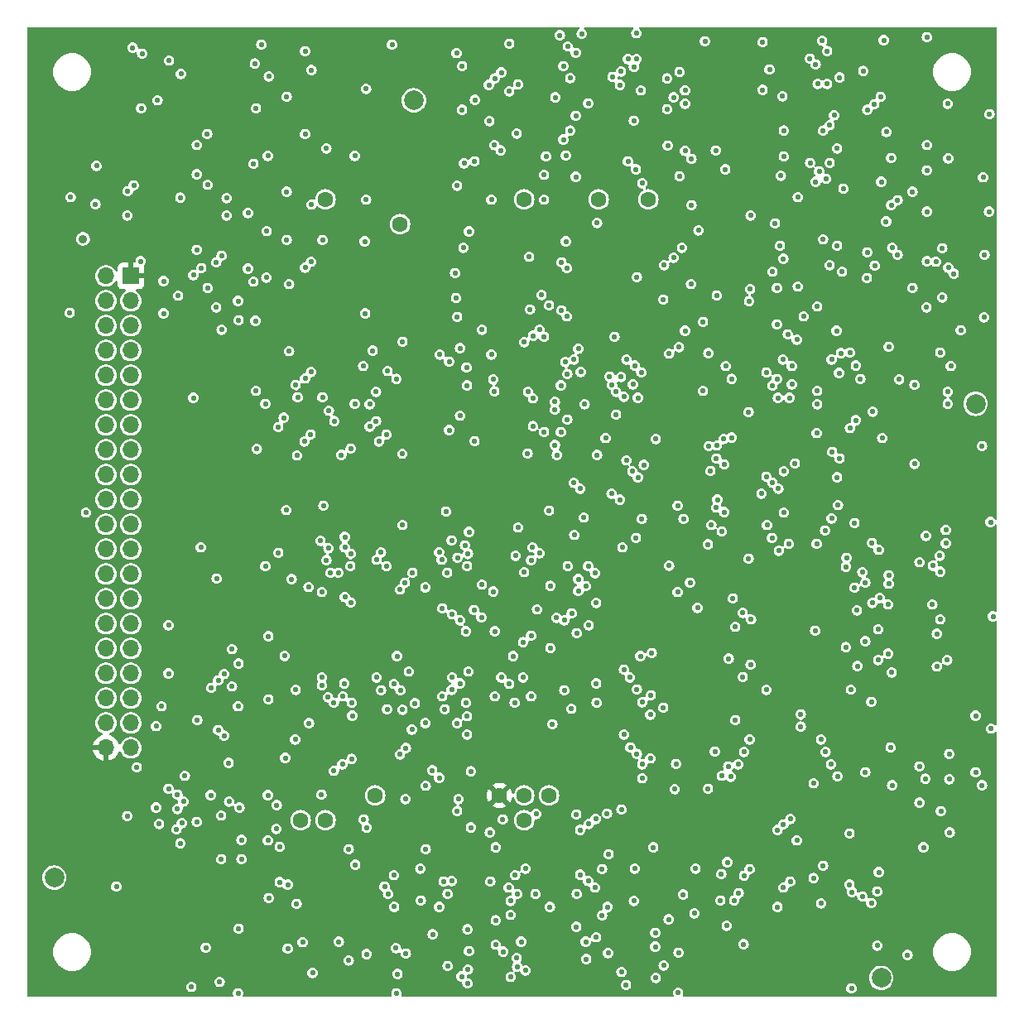
<source format=gbr>
%TF.GenerationSoftware,KiCad,Pcbnew,7.0.8*%
%TF.CreationDate,2023-11-02T18:43:55+01:00*%
%TF.ProjectId,eth,6574682e-6b69-4636-9164-5f7063625858,1*%
%TF.SameCoordinates,PX5f5e100PY7bfa480*%
%TF.FileFunction,Copper,L3,Inr*%
%TF.FilePolarity,Positive*%
%FSLAX46Y46*%
G04 Gerber Fmt 4.6, Leading zero omitted, Abs format (unit mm)*
G04 Created by KiCad (PCBNEW 7.0.8) date 2023-11-02 18:43:55*
%MOMM*%
%LPD*%
G01*
G04 APERTURE LIST*
%TA.AperFunction,ComponentPad*%
%ADD10C,2.000000*%
%TD*%
%TA.AperFunction,ComponentPad*%
%ADD11C,1.600000*%
%TD*%
%TA.AperFunction,ComponentPad*%
%ADD12R,1.700000X1.700000*%
%TD*%
%TA.AperFunction,ComponentPad*%
%ADD13O,1.700000X1.700000*%
%TD*%
%TA.AperFunction,ViaPad*%
%ADD14C,0.560000*%
%TD*%
%TA.AperFunction,ViaPad*%
%ADD15C,0.900000*%
%TD*%
G04 APERTURE END LIST*
D10*
%TO.N,GND*%
%TO.C,TP4*%
X87756800Y2339600D03*
%TD*%
%TO.N,GND*%
%TO.C,TP3*%
X97408800Y61064400D03*
%TD*%
%TO.N,GND*%
%TO.C,TP2*%
X39954000Y92103200D03*
%TD*%
%TO.N,GND*%
%TO.C,TP1*%
X3174800Y12601200D03*
%TD*%
D11*
%TO.N,VCC*%
%TO.C,J2*%
X48700000Y21000000D03*
%TO.N,GND*%
X51240000Y18460000D03*
X36000000Y21000000D03*
X51240000Y21000000D03*
X53780000Y21000000D03*
X38540000Y79420000D03*
X51240000Y81960000D03*
%TO.N,/recv_mosi*%
X63940000Y81960000D03*
%TO.N,/recv_sck*%
X58860000Y81960000D03*
%TO.N,/~{recv_ss}*%
X30920000Y81960000D03*
%TO.N,/tx_sck*%
X28380000Y18460000D03*
%TO.N,/tx_mosi*%
X30920000Y18460000D03*
%TD*%
D12*
%TO.N,VCC*%
%TO.C,J1*%
X11000000Y74130000D03*
D13*
%TO.N,GND*%
X8460000Y74130000D03*
%TO.N,unconnected-(J1-Pin_3-Pad3)*%
X11000000Y71590000D03*
%TO.N,/~{rst}*%
X8460000Y71590000D03*
%TO.N,/rdy*%
X11000000Y69050000D03*
%TO.N,unconnected-(J1-Pin_6-Pad6)*%
X8460000Y69050000D03*
%TO.N,/~{oe}*%
X11000000Y66510000D03*
%TO.N,/~{we}*%
X8460000Y66510000D03*
%TO.N,unconnected-(J1-Pin_9-Pad9)*%
X11000000Y63970000D03*
%TO.N,unconnected-(J1-Pin_10-Pad10)*%
X8460000Y63970000D03*
%TO.N,/d0*%
X11000000Y61430000D03*
%TO.N,/d1*%
X8460000Y61430000D03*
%TO.N,/d2*%
X11000000Y58890000D03*
%TO.N,/d3*%
X8460000Y58890000D03*
%TO.N,/d4*%
X11000000Y56350000D03*
%TO.N,/d5*%
X8460000Y56350000D03*
%TO.N,/d6*%
X11000000Y53810000D03*
%TO.N,/d7*%
X8460000Y53810000D03*
%TO.N,unconnected-(J1-Pin_19-Pad19)*%
X11000000Y51270000D03*
%TO.N,unconnected-(J1-Pin_20-Pad20)*%
X8460000Y51270000D03*
%TO.N,unconnected-(J1-Pin_21-Pad21)*%
X11000000Y48730000D03*
%TO.N,unconnected-(J1-Pin_22-Pad22)*%
X8460000Y48730000D03*
%TO.N,/a0*%
X11000000Y46190000D03*
%TO.N,/a1*%
X8460000Y46190000D03*
%TO.N,/a2*%
X11000000Y43650000D03*
%TO.N,/a3*%
X8460000Y43650000D03*
%TO.N,/a4*%
X11000000Y41110000D03*
%TO.N,/a5*%
X8460000Y41110000D03*
%TO.N,/a6*%
X11000000Y38570000D03*
%TO.N,/a7*%
X8460000Y38570000D03*
%TO.N,/a8*%
X11000000Y36030000D03*
%TO.N,/a9*%
X8460000Y36030000D03*
%TO.N,/a10*%
X11000000Y33490000D03*
%TO.N,/a11*%
X8460000Y33490000D03*
%TO.N,/a12*%
X11000000Y30950000D03*
%TO.N,/a13*%
X8460000Y30950000D03*
%TO.N,/a14*%
X11000000Y28410000D03*
%TO.N,/a15*%
X8460000Y28410000D03*
%TO.N,GND*%
X11000000Y25870000D03*
%TO.N,VCC*%
X8460000Y25870000D03*
%TD*%
D14*
%TO.N,/a8*%
X51130000Y33073600D03*
%TO.N,/~{a_buf_sel}*%
X59715200Y19154400D03*
X93852800Y19408400D03*
X59867600Y14988800D03*
X47777200Y12194800D03*
X47726400Y17224000D03*
%TO.N,/~{tx_halt_set}*%
X50520400Y3508000D03*
X50926800Y6048000D03*
%TO.N,/recv_ss*%
X64693600Y57457600D03*
X71653200Y57457600D03*
X74244000Y71566200D03*
%TO.N,GND*%
X51841200Y70716400D03*
X81711600Y98199200D03*
X32892800Y47450000D03*
X36144000Y33073600D03*
%TO.N,VCC*%
X25476000Y95303600D03*
%TO.N,GND*%
X45592800Y47958000D03*
X48894800Y33073600D03*
D15*
X6121200Y77930000D03*
%TO.N,VCC*%
X11404400Y77879200D03*
D14*
X71602400Y5794000D03*
X94823400Y48974000D03*
X37058400Y48720000D03*
X27863600Y8689600D03*
X84065613Y79674413D03*
X58953200Y35258000D03*
X2565200Y18951200D03*
X60274000Y15700000D03*
X14960400Y93576400D03*
X48742400Y48415200D03*
X20820100Y78722000D03*
X70281600Y4168400D03*
X83896000Y98250000D03*
X90957200Y78184000D03*
X95681600Y89360000D03*
X21361200Y3457200D03*
X58902400Y49228000D03*
X13690400Y87480400D03*
X34315200Y95862400D03*
X89636400Y85550000D03*
X36753600Y7572000D03*
X9524800Y9756400D03*
X79044600Y68532648D03*
X28066800Y14430000D03*
X48742400Y72088000D03*
X74955200Y16462000D03*
X91692228Y68500374D03*
X68910000Y14836400D03*
X21259600Y93576400D03*
X46024600Y35258000D03*
X95834000Y79403200D03*
X87909200Y15700000D03*
X50825200Y98707200D03*
X70129200Y2949200D03*
X94818000Y27841200D03*
X22529600Y35308800D03*
X14808000Y13160000D03*
X79019200Y53495200D03*
X34518400Y99012000D03*
X64185600Y3558800D03*
X52654000Y6703000D03*
X21259600Y99062800D03*
X34219000Y35289610D03*
X22602857Y24846184D03*
X27152400Y3406400D03*
X31521200Y66500000D03*
X66725600Y99316800D03*
X2565200Y21084800D03*
X95072000Y39322000D03*
X10591600Y3050800D03*
X89636400Y86870800D03*
X99034400Y74983600D03*
X44223384Y15700000D03*
X84120882Y88872647D03*
X63576002Y68532000D03*
X34264400Y94541600D03*
X76738600Y37747200D03*
%TO.N,GND*%
X16535200Y23015200D03*
X37718800Y97792800D03*
X26748374Y35278142D03*
X73685200Y5794000D03*
X20091200Y1933200D03*
X88823600Y33581600D03*
X38785600Y48669200D03*
X57530800Y6048000D03*
X53918600Y42445957D03*
X74193200Y60200800D03*
X46202400Y92154000D03*
X53873200Y9604000D03*
X13741200Y92103200D03*
X79527200Y28044400D03*
X98932800Y48974000D03*
X88284800Y88866142D03*
X41131766Y42289102D03*
X18668800Y5438400D03*
X90957200Y72902985D03*
X32283200Y6048000D03*
X7391200Y81486000D03*
X95884800Y68582800D03*
X57784800Y91798400D03*
X88518800Y42658897D03*
X38226800Y35258000D03*
X79222400Y73054276D03*
X41884400Y6810000D03*
X88259400Y79708273D03*
X83184800Y68532000D03*
X87502800Y13160000D03*
X61645600Y1628400D03*
X98831200Y90680800D03*
X94716400Y25250400D03*
X50114000Y35258000D03*
X26796800Y24844000D03*
X25120400Y10518400D03*
X98782857Y80724000D03*
X17754400Y87531200D03*
X48183600Y62334400D03*
X68656000Y8943600D03*
X17805473Y28710200D03*
X90957200Y82756000D03*
X83235600Y53546000D03*
X57429200Y61019000D03*
X81813200Y13820400D03*
X45440127Y1786200D03*
X62458400Y10213600D03*
X29590800Y2847600D03*
X15841700Y72118000D03*
X38772013Y55950813D03*
X24897800Y78722000D03*
X63115729Y35254929D03*
X14909600Y96167200D03*
X79527200Y29314400D03*
X37941174Y9610972D03*
X26949200Y92458800D03*
X79222400Y82197200D03*
X88874400Y22050000D03*
X94564000Y61064400D03*
X74193200Y45214800D03*
X26644400Y59642000D03*
X29235200Y28400000D03*
X88010800Y98250000D03*
X64439600Y15700000D03*
X58648400Y30482800D03*
X69722800Y98148400D03*
X63274135Y49278800D03*
X17195600Y1425200D03*
X54127200Y28303800D03*
X62560000Y13515600D03*
X48336000Y15700000D03*
X66629400Y21643600D03*
X7492800Y85397600D03*
X54889200Y98758000D03*
X35737600Y66500000D03*
X77647600Y92509602D03*
X58597600Y32464000D03*
X41122400Y28405400D03*
X81610000Y9959600D03*
X9524800Y11686800D03*
X33959600Y13922000D03*
X50622000Y48415200D03*
X67690800Y68532000D03*
X24358400Y97792800D03*
X29187471Y42322271D03*
X86893200Y60251600D03*
X81000400Y37848800D03*
X99186800Y39322000D03*
X17754400Y18290800D03*
X38125200Y5387600D03*
X98983600Y27841200D03*
X61290000Y46383200D03*
X94564000Y62283600D03*
X79120800Y16411200D03*
X92074800Y15700000D03*
X88722000Y25910800D03*
%TO.N,/a_89nab_set*%
X13588800Y19764000D03*
X13588800Y28095200D03*
%TO.N,/a_cdef_set*%
X14147600Y30127200D03*
X13893600Y18087600D03*
%TO.N,Net-(D1-A1)*%
X16382800Y20384000D03*
X16078000Y16106400D03*
X16230400Y18189200D03*
%TO.N,/~{a11}*%
X20243600Y18951200D03*
X20243600Y14480800D03*
%TO.N,Net-(D2-A1)*%
X22326400Y14480800D03*
X22326400Y16462000D03*
X25018800Y16411200D03*
X25018800Y21034000D03*
%TO.N,/tx_cnt1*%
X27050800Y5336800D03*
X27050800Y11890000D03*
%TO.N,/tx_cnt0*%
X28574800Y5997200D03*
X84759600Y11128000D03*
X27965200Y9908800D03*
X84708800Y1272800D03*
%TO.N,/tx_cnt3*%
X26238000Y12144000D03*
X26238000Y15750800D03*
%TO.N,/~{rst}*%
X49098000Y5032000D03*
X19786400Y43182800D03*
X34823200Y18544800D03*
X19735600Y75542400D03*
X49047200Y18544800D03*
X27457200Y43132000D03*
X19735600Y70919600D03*
%TO.N,/~{oe}*%
X86131203Y23370803D03*
X27203200Y73307200D03*
X27203200Y66449200D03*
X68300400Y73307200D03*
X86131200Y36782000D03*
X68198800Y42776400D03*
X86131200Y42776400D03*
%TO.N,/~{we}*%
X85013600Y48872400D03*
X85013600Y42268400D03*
X94360800Y46789600D03*
X94513200Y34851600D03*
X94360800Y48161200D03*
X6426000Y49939200D03*
X57327600Y49431200D03*
X57530800Y42420800D03*
%TO.N,/d0*%
X61696400Y65585600D03*
X82727600Y56136800D03*
X70891200Y55476400D03*
X82676800Y65585600D03*
X70992800Y51260000D03*
X61696400Y55273200D03*
%TO.N,/d1*%
X83489600Y55476400D03*
X71704000Y54866800D03*
X63220400Y64264800D03*
X63474400Y54816000D03*
X83438800Y64214000D03*
X71704000Y49990000D03*
%TO.N,/d2*%
X78612800Y63045600D03*
X91160400Y54917600D03*
X70281600Y54206400D03*
X62356800Y63045600D03*
X62306000Y54155600D03*
X91160400Y62994800D03*
X78917600Y54968400D03*
X70383200Y48669200D03*
%TO.N,/d3*%
X62864800Y53546000D03*
X62661600Y47348400D03*
X78308000Y46738800D03*
X62864800Y61674000D03*
X78358800Y61674000D03*
%TO.N,/d4*%
X56311600Y65585600D03*
X77800000Y54155600D03*
X77800000Y49939200D03*
X77698400Y65585600D03*
X56311600Y52987200D03*
%TO.N,/d5*%
X76022000Y64264800D03*
X76072800Y48669200D03*
X57022800Y64315600D03*
X76022000Y53596800D03*
X56971998Y52377600D03*
%TO.N,/d6*%
X60172400Y51869600D03*
X76631600Y62944000D03*
X76631600Y52987200D03*
X60223200Y62994800D03*
X76580800Y47348400D03*
%TO.N,/d7*%
X77190400Y61674000D03*
X77241200Y52377600D03*
X77292000Y46027600D03*
X61036000Y51259996D03*
X61442400Y61775600D03*
%TO.N,/a0*%
X30403600Y47043600D03*
X86842400Y40693602D03*
X86791600Y46840400D03*
X30556000Y41811200D03*
X30556000Y33073600D03*
%TO.N,/a1*%
X30708400Y50650400D03*
X66928800Y41811200D03*
X31013200Y45062400D03*
X66928800Y50650400D03*
X31165600Y31041600D03*
X87502800Y46129200D03*
X87604400Y41201600D03*
%TO.N,/a2*%
X33502400Y40744400D03*
X33451600Y44452800D03*
X33604000Y30482800D03*
%TO.N,/a3*%
X32892800Y41303200D03*
X32842000Y32464000D03*
X32892800Y46383200D03*
%TO.N,/a4*%
X43865600Y33073600D03*
X43814800Y47094400D03*
X43865600Y39525200D03*
%TO.N,/a5*%
X42849600Y31143200D03*
X42798800Y45113200D03*
X42849602Y40134800D03*
%TO.N,/a6*%
X45288000Y37798000D03*
X45389600Y44452800D03*
X45288000Y30482800D03*
%TO.N,/a7*%
X44678400Y38915600D03*
X44678400Y32464000D03*
X45186400Y46586400D03*
%TO.N,/a8*%
X21361200Y32159200D03*
X50367998Y45519600D03*
X21361200Y35969200D03*
X51130000Y36680400D03*
%TO.N,/a9*%
X25069600Y30838400D03*
X51942800Y37340800D03*
X51942800Y45062400D03*
X25069600Y37290000D03*
X51942800Y31143200D03*
%TO.N,/a10*%
X14858798Y38407600D03*
X14858800Y33480000D03*
X14858800Y21694400D03*
X57784800Y44452800D03*
X57835600Y38407600D03*
%TO.N,/a11*%
X22123200Y19764000D03*
X21970800Y30127200D03*
X22021600Y34496000D03*
%TO.N,/a14*%
X19938800Y32768800D03*
X19938800Y27688800D03*
%TO.N,/a15*%
X20548400Y33429200D03*
X20548400Y27129998D03*
%TO.N,/recv_mosi*%
X44322800Y96929200D03*
X44373600Y83365600D03*
%TO.N,/recv_sck*%
X17754400Y76812400D03*
X17754400Y84534000D03*
X53263600Y84483200D03*
X53263600Y81943200D03*
%TO.N,/~{recv_ss}*%
X20802400Y82095600D03*
X55702000Y97619000D03*
X93344800Y75593200D03*
X20802400Y80317600D03*
X31013200Y87175600D03*
X10693200Y82806800D03*
X10642400Y80317600D03*
X53466800Y86362800D03*
X92430402Y98554800D03*
%TO.N,/tx_sck*%
X44373600Y19408400D03*
X44830800Y2492000D03*
%TO.N,/tx_mosi*%
X61188400Y2949200D03*
X61188400Y19560800D03*
%TO.N,/recv_ss*%
X48336004Y8232400D03*
X92430400Y75644000D03*
X48336000Y5743200D03*
X92430400Y80724000D03*
X21970800Y71580000D03*
X92379600Y70919600D03*
X22021600Y69598800D03*
X44272000Y71884800D03*
X97408800Y29162000D03*
X44170400Y74424800D03*
X66014400Y8334000D03*
X4749600Y70360800D03*
X65557200Y75237600D03*
X92430400Y87531200D03*
X65457127Y29974800D03*
X65457127Y71732400D03*
X97408800Y23370800D03*
X4851200Y82197200D03*
X92430400Y84940400D03*
%TO.N,/~{a10}*%
X19227600Y32006800D03*
X19176800Y21034000D03*
%TO.N,/~{a_fbxx}*%
X25882400Y17579600D03*
X15773200Y19611600D03*
X15773200Y21084800D03*
X91668400Y44859200D03*
X91668400Y20272000D03*
X25933200Y20018000D03*
X15671600Y17528800D03*
X91668400Y23980400D03*
%TO.N,/~{a_buf_sel}*%
X21056400Y20373600D03*
X93446400Y34191200D03*
X21005600Y24336000D03*
X11607600Y23878802D03*
X10642400Y18900400D03*
X93446400Y37544000D03*
%TO.N,/~{rearm_sched}*%
X94716400Y22659600D03*
X84505600Y11890000D03*
X84505600Y17122400D03*
X94767200Y17224000D03*
%TO.N,/rearm_sched*%
X41173200Y21999200D03*
X41173200Y15496800D03*
X80848000Y22253200D03*
X33299200Y15496800D03*
X33299200Y4128000D03*
X80848000Y12550400D03*
%TO.N,/~{rearm_req}*%
X45796000Y17732000D03*
X35128000Y17732000D03*
X88468000Y35512000D03*
X72110400Y23980400D03*
X92989200Y40541200D03*
X72161200Y35004000D03*
X45795999Y23472399D03*
X93040000Y44503600D03*
X35128000Y4778000D03*
X88468000Y40541200D03*
%TO.N,/~{tx_halt}*%
X67030400Y4930400D03*
X38176000Y764800D03*
X21970800Y764800D03*
X22021600Y7368800D03*
X38277600Y2746000D03*
X90449200Y4690000D03*
X66979608Y815600D03*
X89585600Y63553600D03*
%TO.N,/tx_halt*%
X43408400Y10924800D03*
X43408400Y3558800D03*
%TO.N,/~{tx_req}*%
X39141200Y4828800D03*
X72821600Y28704800D03*
X44526000Y20627600D03*
X72821600Y38255200D03*
X44373600Y28400000D03*
X93802000Y43894000D03*
X39090400Y20627600D03*
X93802000Y39017200D03*
%TO.N,/~{reg_oe_ena}*%
X92328800Y47551600D03*
X92278000Y22710400D03*
%TO.N,/~{oe_cr_to_d}*%
X93751200Y45519600D03*
X93802000Y66296800D03*
%TO.N,/~{recv_byte_cnt_lo_oe}*%
X83642000Y66246000D03*
X84200800Y45316400D03*
%TO.N,/~{recv_byte_cnt_hi_oe}*%
X88518800Y43538400D03*
X88518800Y66906400D03*
%TO.N,/filter/d_4320_mac*%
X75615600Y98046800D03*
X75615600Y93170000D03*
%TO.N,/filter/d_4320_set*%
X76631600Y74577200D03*
X76326800Y95252800D03*
%TO.N,/filter/d_4320_ok*%
X82219600Y93779600D03*
X82219600Y97132400D03*
%TO.N,/~{rearm}*%
X53009600Y72189600D03*
X70942000Y72138800D03*
X98069200Y56746400D03*
X20294400Y76202800D03*
X70942000Y56797200D03*
X20294400Y68633600D03*
X52146000Y68024000D03*
X98069200Y22050000D03*
%TO.N,/recv_sck_ena*%
X54533600Y39169600D03*
X46862800Y39220400D03*
X54584400Y55832000D03*
X76885600Y79504800D03*
X58699200Y79555600D03*
X45592800Y5082800D03*
X77088800Y72900800D03*
X58699200Y55832000D03*
%TO.N,/receiver/sck_f*%
X49707600Y97894400D03*
X12064800Y91290400D03*
X49707600Y93017600D03*
X12166400Y96878400D03*
X12014000Y75644000D03*
X23698000Y95862400D03*
X23799600Y91290400D03*
%TO.N,/recv_byte_cnt0*%
X70129200Y56746400D03*
X54381200Y60454800D03*
X18211600Y74932800D03*
X31216400Y46281600D03*
X54381200Y56848002D03*
X31267200Y60353200D03*
X70078400Y66246000D03*
X18160800Y46383200D03*
X70840400Y86972400D03*
%TO.N,/recv_byte_cnt2*%
X87858400Y57559200D03*
X32232400Y43792400D03*
X87756800Y83772000D03*
X72567600Y41150800D03*
X28066800Y61724800D03*
X72466000Y57610000D03*
X32537200Y55832000D03*
X28016000Y55781200D03*
X72466000Y63604400D03*
X17398800Y74221600D03*
X17398800Y61674000D03*
%TO.N,/filter/a02*%
X68351200Y86108800D03*
X55498800Y77676000D03*
X68351200Y81384400D03*
X88772800Y81384400D03*
X34975600Y70310000D03*
X55498800Y86464400D03*
X34924800Y77676000D03*
X14350800Y70310000D03*
X14350800Y73612000D03*
X88772800Y86210400D03*
%TO.N,/~{clr_frame_received}*%
X22986800Y80571600D03*
X74345600Y72799200D03*
X94005200Y71935600D03*
X22986800Y74882000D03*
X74396400Y80317600D03*
X94005200Y76964800D03*
%TO.N,/~{recv_rst}*%
X28828800Y97132400D03*
X18821200Y88648800D03*
X18872000Y83467200D03*
X18872000Y72900800D03*
X50622000Y93728800D03*
X28828800Y88648800D03*
X11302800Y83416400D03*
X11201200Y97488000D03*
X50469600Y88699600D03*
%TO.N,/~{inhibit}*%
X98170800Y84229200D03*
X67081200Y66855600D03*
X67386000Y77015600D03*
X79832000Y70005200D03*
X23545600Y85600800D03*
X98272400Y69903600D03*
X79120800Y67617600D03*
X23545600Y73561200D03*
X98323200Y76304400D03*
X45084800Y85651600D03*
X45034000Y77015600D03*
%TO.N,/~{recv_d_oe}*%
X84150000Y36172400D03*
X84150000Y44402000D03*
X66065200Y66195200D03*
X66065200Y44503600D03*
%TO.N,/recv_a_sel*%
X87452000Y34851600D03*
X50520400Y10924800D03*
X52450800Y19103600D03*
X56565600Y19052800D03*
X56362400Y47653200D03*
X52400000Y10924800D03*
X56616400Y37594800D03*
X87451998Y38001200D03*
X50469600Y4371600D03*
%TO.N,/~{recv_buf_oe}*%
X85267600Y39931600D03*
X45338800Y64772800D03*
X85318400Y34242000D03*
X45592800Y78692000D03*
X69062400Y78793600D03*
X68960800Y40185600D03*
%TO.N,/~{tx_buf_we}*%
X39750800Y27739600D03*
X46100802Y39982400D03*
X76022000Y31803600D03*
X64185600Y31244800D03*
X85826400Y10670800D03*
X39446002Y33683200D03*
X84658000Y31829004D03*
X45542000Y33683200D03*
X64287200Y35562800D03*
X53924000Y36070800D03*
X75514000Y51869600D03*
X52552400Y40033200D03*
%TO.N,/tx_oe*%
X45491200Y3203200D03*
X64642800Y5540000D03*
X64693600Y2339600D03*
X45440400Y7318000D03*
X64642800Y6962400D03*
%TO.N,/tx_finish*%
X57581600Y4270000D03*
X58597600Y6505200D03*
%TO.N,/~{tx_byte_clk}*%
X49860000Y2441200D03*
X49860000Y8791200D03*
X49860000Y10213600D03*
%TO.N,/tx_byte_cnt10*%
X51384000Y13515600D03*
X51384000Y3101600D03*
%TO.N,/~{tx_finish}*%
X87350400Y11178800D03*
X87350400Y5641600D03*
%TO.N,/receiver/rst*%
X26949200Y77828400D03*
X30606800Y61724800D03*
X30606800Y77828400D03*
X26949200Y82756000D03*
%TO.N,/receiver/bit_count2*%
X16128800Y94795600D03*
X16078000Y82146400D03*
%TO.N,/receiver/~{bit_count_2}*%
X29489200Y81435200D03*
X29489200Y95202000D03*
%TO.N,/tx_shift_cp*%
X59207200Y13464800D03*
X59207200Y8740400D03*
%TO.N,/~{tx_buf_oe}*%
X86740800Y10010400D03*
X86740800Y30584400D03*
%TO.N,/filter/next_mac_ok*%
X87706000Y92458800D03*
X88874400Y77015600D03*
%TO.N,/~{recv_buf_we}*%
X35077200Y93271600D03*
X47878800Y81943200D03*
X89433200Y76304400D03*
X89433200Y81892400D03*
X47878800Y66093600D03*
X35077200Y81943200D03*
%TO.N,/filter/last_mac_ok*%
X94614800Y86159600D03*
X94564000Y91747600D03*
X94614800Y74983600D03*
%TO.N,/buf_full*%
X94868800Y64925200D03*
X95173600Y74374000D03*
%TO.N,/tx_shift_q7*%
X59766000Y9604000D03*
X59816800Y4879600D03*
%TO.N,/tx_byte_cnt0*%
X30505200Y21084800D03*
X63322000Y22761200D03*
X42544800Y22812000D03*
X65506400Y3609600D03*
X42544800Y9604000D03*
X30556000Y32260800D03*
%TO.N,/recv_a0*%
X26085600Y45824400D03*
X35432800Y58727600D03*
X26085600Y58676800D03*
X35432800Y61013600D03*
%TO.N,/recv_byte_cnt1*%
X24866400Y73967600D03*
X24764800Y44452800D03*
X62661596Y85042000D03*
X62763200Y74018400D03*
X24764800Y61064400D03*
X71805600Y85042000D03*
X71856400Y64925200D03*
%TO.N,/recv_a1*%
X31419600Y43792400D03*
X36093200Y62283600D03*
X31826000Y59286400D03*
X36093200Y59286400D03*
%TO.N,/recv_a2*%
X39039600Y42776400D03*
X38176000Y63604400D03*
%TO.N,/recv_a3*%
X34772400Y64925200D03*
X36144000Y45113200D03*
%TO.N,/recv_byte_cnt3*%
X69519600Y69446394D03*
X23799600Y62385200D03*
X33502400Y56492400D03*
X23748800Y69548000D03*
X69519600Y62385200D03*
X33502400Y45722800D03*
X23901200Y56441600D03*
%TO.N,/tx_byte_cnt5*%
X40614400Y13515600D03*
X40055600Y30432000D03*
%TO.N,/tx_byte_cnt4*%
X37922000Y32413200D03*
X37922000Y12855200D03*
%TO.N,/tx_byte_cnt6*%
X43103600Y29822400D03*
X43002000Y12194800D03*
%TO.N,/tx_byte_cnt3*%
X36601200Y31773000D03*
X36956800Y11686800D03*
%TO.N,/tx_byte_cnt2*%
X37210800Y29823000D03*
X37312400Y10924800D03*
%TO.N,/tx_byte_cnt1*%
X40665200Y10265000D03*
X41833600Y23574000D03*
X31775200Y23523200D03*
X31775200Y30482800D03*
%TO.N,/tx_byte_cnt8*%
X49656800Y11585200D03*
X49707600Y32413200D03*
%TO.N,/tx_byte_cnt7*%
X43814800Y12245600D03*
X43814800Y31803600D03*
%TO.N,/tx_byte_cnt9*%
X50266400Y30482800D03*
X50317200Y12855200D03*
%TO.N,/tx_a0*%
X27863600Y31803600D03*
X27812800Y26723600D03*
%TO.N,/tx_a2*%
X33654800Y29162000D03*
X33604000Y24742400D03*
X64134800Y29263600D03*
X64134800Y24793200D03*
%TO.N,/tx_a3*%
X63322000Y30533600D03*
X32689600Y31143200D03*
X32638800Y24183600D03*
X63322000Y24183600D03*
%TO.N,/recv_byte_cnt4*%
X28778000Y57203600D03*
X55600400Y74932800D03*
X78206400Y68176400D03*
X78612800Y64925200D03*
X55600400Y70005200D03*
X36601200Y45875200D03*
X28828800Y63655200D03*
X28828800Y74983600D03*
X36398000Y57203600D03*
%TO.N,/recv_a4*%
X42544800Y45875200D03*
X42595600Y66093600D03*
%TO.N,/recv_byte_cnt5*%
X55041600Y70614800D03*
X37160000Y44452800D03*
X29438400Y64315600D03*
X77088800Y69192402D03*
X77088800Y63604400D03*
X55041600Y75542400D03*
X29387600Y57914800D03*
X29438400Y75593200D03*
X37160000Y57914800D03*
%TO.N,/recv_a5*%
X38785600Y67414400D03*
X39801600Y43792400D03*
%TO.N,/recv_a6*%
X46913600Y42573200D03*
X46913600Y68633600D03*
%TO.N,/recv_byte_cnt6*%
X53771600Y50142400D03*
X26898400Y50193200D03*
X27863600Y62994800D03*
X81203600Y62385200D03*
X81203600Y71021200D03*
X53771600Y71122800D03*
X43256000Y50040800D03*
X43357600Y43792400D03*
%TO.N,/recv_a7*%
X44424400Y45316400D03*
X44373600Y69954400D03*
%TO.N,/recv_byte_cnt7*%
X81203600Y61013600D03*
X45491200Y45722800D03*
X54990800Y62944000D03*
X81152800Y58067200D03*
X54990800Y58168800D03*
X45389600Y62944000D03*
%TO.N,/tx_a4*%
X62763200Y25250400D03*
X62763200Y31854400D03*
X38582400Y31752800D03*
X38531600Y25199600D03*
%TO.N,/tx_a5*%
X62102800Y25910800D03*
X62052000Y33073600D03*
X38785600Y29771600D03*
X39141200Y25860000D03*
%TO.N,/tx_a6*%
X45389600Y27231600D03*
X45389600Y29111200D03*
X61442400Y27231600D03*
X61442400Y33886400D03*
%TO.N,/tx_a7*%
X48234400Y31143200D03*
X48234400Y37798000D03*
%TO.N,/recv_byte_cnt8*%
X84556400Y58575200D03*
X52146000Y61623200D03*
X52095200Y46383200D03*
X84556400Y66296800D03*
X52146000Y58778400D03*
%TO.N,/recv_a8*%
X52806400Y68633600D03*
X52806400Y45773600D03*
%TO.N,/recv_byte_cnt9*%
X85166000Y59388000D03*
X55651200Y59438800D03*
X85166000Y64976000D03*
X55651200Y64112400D03*
X55702000Y44452800D03*
%TO.N,/recv_a9*%
X51231600Y67363600D03*
X51231600Y43843200D03*
%TO.N,/recv_a10*%
X48082000Y41862000D03*
X56768800Y41912800D03*
X56768800Y43132000D03*
X48082000Y63553600D03*
%TO.N,/recv_byte_cnt10*%
X37261600Y64417200D03*
X58496000Y43741600D03*
X38531600Y42065200D03*
X58597600Y40693600D03*
X85623200Y63604400D03*
X85826400Y43843200D03*
%TO.N,/tx_a8*%
X55346400Y31752800D03*
X74447200Y39017200D03*
X74396400Y34394400D03*
X55346400Y38915600D03*
%TO.N,/tx_a9*%
X73583600Y33124400D03*
X73583600Y39677600D03*
X56057600Y29873200D03*
X56108400Y39626800D03*
%TO.N,/recv_d0*%
X44678400Y59845200D03*
X44678400Y66754000D03*
X57124400Y98910400D03*
X62712400Y96319600D03*
X62712400Y98961200D03*
X56768800Y66703200D03*
%TO.N,/recv_d1*%
X56514800Y84280000D03*
X67132000Y94998800D03*
X67132000Y84330800D03*
X43560800Y65382400D03*
X43560800Y58372000D03*
X55448000Y65331600D03*
%TO.N,/recv_d2*%
X59969200Y63858400D03*
X59562800Y57559200D03*
X60274000Y94490800D03*
%TO.N,/recv_d3*%
X66522400Y92408000D03*
X51587200Y55984400D03*
X51739600Y76101200D03*
X66522400Y75999600D03*
X51638000Y62283600D03*
%TO.N,/recv_d4*%
X61848800Y85854800D03*
X61848800Y96319600D03*
X46151600Y85854800D03*
X62560000Y64976000D03*
X46151600Y57254400D03*
%TO.N,/recv_d5*%
X60477200Y67922400D03*
X61137600Y95049600D03*
X61137600Y63807600D03*
X53263600Y58168800D03*
X53263600Y67922400D03*
%TO.N,/recv_d6*%
X60629600Y59946800D03*
X61036000Y93678000D03*
X60629600Y62283600D03*
%TO.N,/recv_d7*%
X54381200Y61267600D03*
X54432000Y92408000D03*
%TO.N,/recv_byte0*%
X56514800Y96969000D03*
X82473600Y89563200D03*
X56514800Y90528400D03*
X82473600Y75237600D03*
X82473600Y85702400D03*
%TO.N,/recv_byte1*%
X83235600Y87175600D03*
X55244800Y95598000D03*
X83235594Y77218800D03*
X55244800Y88090000D03*
%TO.N,/recv_byte2*%
X55956000Y94369000D03*
X55956000Y89004400D03*
X77800000Y86362800D03*
X77749200Y75898000D03*
X77800000Y89004400D03*
%TO.N,/recv_byte3*%
X77393600Y77218800D03*
X77495200Y84381600D03*
X63322000Y83619600D03*
X63169600Y93119200D03*
%TO.N,/recv_byte7*%
X82930802Y90579200D03*
X44881600Y91138000D03*
X44881600Y95608400D03*
X83743600Y74577200D03*
%TO.N,/recv_byte6*%
X48894800Y94948000D03*
X67690800Y93119200D03*
X87096400Y75186800D03*
X48844000Y86972400D03*
X87045600Y91696800D03*
X67690800Y91747600D03*
X67690800Y86921600D03*
%TO.N,/recv_byte5*%
X86334400Y91138000D03*
X86334400Y76558400D03*
X48183600Y87531200D03*
X65912800Y87480400D03*
X48234400Y94338400D03*
X65862000Y94338400D03*
X65862000Y91188800D03*
%TO.N,/recv_byte4*%
X47675600Y89969600D03*
X81813200Y77879200D03*
X47624800Y93678000D03*
X81813200Y89004400D03*
X62458400Y95506800D03*
X82118000Y84076800D03*
X62458400Y90020400D03*
%TO.N,/tx_d0*%
X72364400Y22913600D03*
X72720000Y10265000D03*
X83286400Y22964400D03*
X83337200Y50701200D03*
%TO.N,/tx_d1*%
X73126400Y24183600D03*
X73177200Y11026402D03*
X82676800Y49329600D03*
X82626000Y24183600D03*
%TO.N,/tx_d2*%
X82016400Y48110400D03*
X82067200Y25453600D03*
X73736002Y12804400D03*
X73736000Y25453600D03*
%TO.N,/tx_d3*%
X81152800Y46738800D03*
X74294800Y13464800D03*
X74294800Y26723600D03*
X81610000Y26723600D03*
%TO.N,/tx_d4*%
X71297600Y10264400D03*
X70738800Y25504400D03*
X70891200Y50447200D03*
%TO.N,/tx_d5*%
X67487600Y10874000D03*
X66776400Y24234400D03*
X67538400Y49278800D03*
%TO.N,/tx_d6*%
X71399200Y12956800D03*
X71450000Y48008800D03*
X71450000Y23015200D03*
%TO.N,/tx_d7*%
X70027600Y46688000D03*
X70027600Y21694400D03*
X68757600Y13515600D03*
%TO.N,/tx_buf_d4*%
X56972000Y12906000D03*
X77139600Y9604000D03*
X56972000Y17478000D03*
X77139600Y17478000D03*
%TO.N,/tx_buf_d5*%
X77749200Y11585200D03*
X57835600Y18087600D03*
X57784800Y12245600D03*
X77749200Y18036800D03*
%TO.N,/tx_buf_d6*%
X58546800Y18595600D03*
X58496000Y11585200D03*
X78460400Y18595600D03*
X78460400Y12194800D03*
%TO.N,/tx_buf_d7*%
X56565600Y7572000D03*
X71958000Y7673600D03*
X56616400Y10924800D03*
X72008800Y14176000D03*
%TO.N,/receiver/byte_clk*%
X25120400Y94541600D03*
X25018800Y86413600D03*
X33908800Y61064400D03*
X33908800Y86413600D03*
%TO.N,/filter/d_xor_a0*%
X80441600Y96370400D03*
X80492400Y85702400D03*
%TO.N,/filter/d_xor_a1*%
X81051200Y95760800D03*
X81051200Y83772000D03*
%TO.N,/filter/d_xor_a2*%
X83489600Y94440000D03*
X83896000Y83060800D03*
%TO.N,/filter/~{d0}*%
X81406800Y84838800D03*
X81254400Y93779600D03*
%TO.N,/filter/d_7651_set*%
X86283600Y73916800D03*
X85928000Y95100400D03*
%TD*%
%TA.AperFunction,Conductor*%
%TO.N,VCC*%
G36*
X56852758Y99579815D02*
G01*
X56898513Y99527011D01*
X56908457Y99457853D01*
X56879432Y99394297D01*
X56861206Y99377124D01*
X56856863Y99373793D01*
X56856861Y99373791D01*
X56746043Y99288757D01*
X56699990Y99228739D01*
X56661007Y99177936D01*
X56607554Y99048889D01*
X56607553Y99048887D01*
X56589322Y98910402D01*
X56589322Y98910399D01*
X56607553Y98771914D01*
X56607554Y98771912D01*
X56652836Y98662591D01*
X56661009Y98642861D01*
X56746043Y98532043D01*
X56856861Y98447009D01*
X56985912Y98393554D01*
X57055156Y98384438D01*
X57124399Y98375322D01*
X57124400Y98375322D01*
X57124401Y98375322D01*
X57170562Y98381400D01*
X57262888Y98393554D01*
X57391939Y98447009D01*
X57502757Y98532043D01*
X57587791Y98642861D01*
X57641246Y98771912D01*
X57657646Y98896487D01*
X57659478Y98910399D01*
X57659478Y98910402D01*
X57641246Y99048887D01*
X57641246Y99048888D01*
X57587791Y99177939D01*
X57502757Y99288757D01*
X57391939Y99373791D01*
X57391936Y99373793D01*
X57387594Y99377124D01*
X57346392Y99433552D01*
X57342237Y99503298D01*
X57376450Y99564219D01*
X57438167Y99596971D01*
X57463081Y99599500D01*
X62307515Y99599500D01*
X62374554Y99579815D01*
X62420309Y99527011D01*
X62430253Y99457853D01*
X62401228Y99394297D01*
X62383002Y99377125D01*
X62334045Y99339559D01*
X62334044Y99339558D01*
X62334043Y99339557D01*
X62249009Y99228739D01*
X62249007Y99228736D01*
X62195554Y99099689D01*
X62195553Y99099687D01*
X62177322Y98961202D01*
X62177322Y98961199D01*
X62195553Y98822714D01*
X62195554Y98822712D01*
X62240836Y98713391D01*
X62249009Y98693661D01*
X62334043Y98582843D01*
X62444861Y98497809D01*
X62573912Y98444354D01*
X62643156Y98435238D01*
X62712399Y98426122D01*
X62712400Y98426122D01*
X62712401Y98426122D01*
X62758562Y98432200D01*
X62850888Y98444354D01*
X62979939Y98497809D01*
X63090757Y98582843D01*
X63175791Y98693661D01*
X63229246Y98822712D01*
X63247478Y98961200D01*
X63229246Y99099688D01*
X63175791Y99228739D01*
X63090757Y99339557D01*
X63041798Y99377125D01*
X63000596Y99433553D01*
X62996441Y99503299D01*
X63030654Y99564219D01*
X63092371Y99596971D01*
X63117285Y99599500D01*
X99475500Y99599500D01*
X99542539Y99579815D01*
X99588294Y99527011D01*
X99599500Y99475500D01*
X99599500Y90801178D01*
X99579815Y90734139D01*
X99527011Y90688384D01*
X99463603Y90679267D01*
X99509017Y90679807D01*
X99568240Y90642735D01*
X99598019Y90579529D01*
X99599500Y90560423D01*
X99599500Y49341874D01*
X99579815Y49274835D01*
X99527011Y49229080D01*
X99457853Y49219136D01*
X99394297Y49248161D01*
X99377125Y49266387D01*
X99328619Y49329600D01*
X99311157Y49352357D01*
X99200339Y49437391D01*
X99200335Y49437393D01*
X99071288Y49490846D01*
X99071286Y49490847D01*
X98932801Y49509078D01*
X98932799Y49509078D01*
X98794313Y49490847D01*
X98794311Y49490846D01*
X98665264Y49437393D01*
X98665261Y49437392D01*
X98665261Y49437391D01*
X98554443Y49352357D01*
X98474491Y49248161D01*
X98469407Y49241536D01*
X98415954Y49112489D01*
X98415953Y49112487D01*
X98397722Y48974002D01*
X98397722Y48973999D01*
X98415953Y48835514D01*
X98415954Y48835512D01*
X98459658Y48730000D01*
X98469409Y48706461D01*
X98554443Y48595643D01*
X98665261Y48510609D01*
X98794312Y48457154D01*
X98863556Y48448038D01*
X98932799Y48438922D01*
X98932800Y48438922D01*
X98932801Y48438922D01*
X98978962Y48445000D01*
X99071288Y48457154D01*
X99200339Y48510609D01*
X99311157Y48595643D01*
X99377126Y48681616D01*
X99433552Y48722816D01*
X99503298Y48726971D01*
X99564219Y48692759D01*
X99596971Y48631041D01*
X99599500Y48606127D01*
X99599500Y39910843D01*
X99579815Y39843804D01*
X99527011Y39798049D01*
X99457853Y39788105D01*
X99428048Y39796282D01*
X99325291Y39838845D01*
X99325286Y39838847D01*
X99186801Y39857078D01*
X99186799Y39857078D01*
X99048313Y39838847D01*
X99048311Y39838846D01*
X98919264Y39785393D01*
X98919261Y39785392D01*
X98919261Y39785391D01*
X98808443Y39700357D01*
X98730483Y39598757D01*
X98723407Y39589536D01*
X98669954Y39460489D01*
X98669953Y39460487D01*
X98651722Y39322002D01*
X98651722Y39321999D01*
X98669953Y39183514D01*
X98669954Y39183512D01*
X98720365Y39061808D01*
X98723409Y39054461D01*
X98808443Y38943643D01*
X98919261Y38858609D01*
X99048312Y38805154D01*
X99117556Y38796038D01*
X99186799Y38786922D01*
X99186800Y38786922D01*
X99186801Y38786922D01*
X99232962Y38793000D01*
X99325288Y38805154D01*
X99428048Y38847720D01*
X99497516Y38855188D01*
X99559995Y38823913D01*
X99595648Y38763824D01*
X99599500Y38733158D01*
X99599500Y28275277D01*
X99579815Y28208238D01*
X99527011Y28162483D01*
X99457853Y28152539D01*
X99394297Y28181564D01*
X99377125Y28199790D01*
X99370642Y28208238D01*
X99361957Y28219557D01*
X99251139Y28304591D01*
X99251135Y28304593D01*
X99122088Y28358046D01*
X99122086Y28358047D01*
X98983601Y28376278D01*
X98983599Y28376278D01*
X98845113Y28358047D01*
X98845111Y28358046D01*
X98716064Y28304593D01*
X98716061Y28304592D01*
X98716061Y28304591D01*
X98605243Y28219557D01*
X98527283Y28117957D01*
X98520207Y28108736D01*
X98466754Y27979689D01*
X98466753Y27979687D01*
X98448522Y27841202D01*
X98448522Y27841199D01*
X98466753Y27702714D01*
X98466754Y27702712D01*
X98518264Y27578355D01*
X98520209Y27573661D01*
X98605243Y27462843D01*
X98716061Y27377809D01*
X98845112Y27324354D01*
X98914356Y27315238D01*
X98983599Y27306122D01*
X98983600Y27306122D01*
X98983601Y27306122D01*
X99029762Y27312200D01*
X99122088Y27324354D01*
X99251139Y27377809D01*
X99361957Y27462843D01*
X99377125Y27482611D01*
X99433551Y27523813D01*
X99503297Y27527968D01*
X99564217Y27493757D01*
X99596971Y27432040D01*
X99599500Y27407124D01*
X99599500Y524500D01*
X99579815Y457461D01*
X99527011Y411706D01*
X99475500Y400500D01*
X67567457Y400500D01*
X67500418Y420185D01*
X67454663Y472989D01*
X67444719Y542147D01*
X67452896Y571952D01*
X67477282Y630830D01*
X67496454Y677112D01*
X67514686Y815600D01*
X67496454Y954088D01*
X67442999Y1083139D01*
X67357965Y1193957D01*
X67255217Y1272799D01*
X84173722Y1272799D01*
X84191953Y1134314D01*
X84191954Y1134312D01*
X84228184Y1046844D01*
X84245409Y1005261D01*
X84330443Y894443D01*
X84441261Y809409D01*
X84570312Y755954D01*
X84639556Y746838D01*
X84708799Y737722D01*
X84708800Y737722D01*
X84708801Y737722D01*
X84754962Y743800D01*
X84847288Y755954D01*
X84976339Y809409D01*
X85087157Y894443D01*
X85172191Y1005261D01*
X85225646Y1134312D01*
X85243424Y1269354D01*
X85243878Y1272799D01*
X85243878Y1272802D01*
X85227379Y1398122D01*
X85225646Y1411288D01*
X85172191Y1540339D01*
X85087157Y1651157D01*
X84976339Y1736191D01*
X84976335Y1736193D01*
X84847288Y1789646D01*
X84847286Y1789647D01*
X84708801Y1807878D01*
X84708799Y1807878D01*
X84570313Y1789647D01*
X84570311Y1789646D01*
X84441264Y1736193D01*
X84441261Y1736192D01*
X84441261Y1736191D01*
X84330443Y1651157D01*
X84256539Y1554843D01*
X84245407Y1540336D01*
X84191954Y1411289D01*
X84191953Y1411287D01*
X84173722Y1272802D01*
X84173722Y1272799D01*
X67255217Y1272799D01*
X67247147Y1278991D01*
X67247143Y1278993D01*
X67118096Y1332446D01*
X67118094Y1332447D01*
X66979609Y1350678D01*
X66979607Y1350678D01*
X66841121Y1332447D01*
X66841119Y1332446D01*
X66712072Y1278993D01*
X66712069Y1278992D01*
X66712069Y1278991D01*
X66601251Y1193957D01*
X66531760Y1103394D01*
X66516215Y1083136D01*
X66462762Y954089D01*
X66462761Y954087D01*
X66444530Y815602D01*
X66444530Y815599D01*
X66462761Y677114D01*
X66462763Y677109D01*
X66506320Y571952D01*
X66513789Y502483D01*
X66482514Y440004D01*
X66422424Y404352D01*
X66391759Y400500D01*
X38784891Y400500D01*
X38717852Y420185D01*
X38672097Y472989D01*
X38662153Y542147D01*
X38670330Y571952D01*
X38681798Y599642D01*
X38692846Y626312D01*
X38707513Y737722D01*
X38711078Y764799D01*
X38711078Y764802D01*
X38692846Y903287D01*
X38692846Y903288D01*
X38639391Y1032339D01*
X38554357Y1143157D01*
X38443539Y1228191D01*
X38443535Y1228193D01*
X38314488Y1281646D01*
X38314486Y1281647D01*
X38176001Y1299878D01*
X38175999Y1299878D01*
X38037513Y1281647D01*
X38037511Y1281646D01*
X37908464Y1228193D01*
X37908461Y1228192D01*
X37908461Y1228191D01*
X37797643Y1143157D01*
X37723739Y1046843D01*
X37712607Y1032336D01*
X37659154Y903289D01*
X37659153Y903287D01*
X37640922Y764802D01*
X37640922Y764799D01*
X37659153Y626314D01*
X37659155Y626309D01*
X37681670Y571952D01*
X37689139Y502482D01*
X37657863Y440003D01*
X37597774Y404352D01*
X37567109Y400500D01*
X22579691Y400500D01*
X22512652Y420185D01*
X22466897Y472989D01*
X22456953Y542147D01*
X22465130Y571952D01*
X22476598Y599642D01*
X22487646Y626312D01*
X22502313Y737722D01*
X22505878Y764799D01*
X22505878Y764802D01*
X22487646Y903287D01*
X22487646Y903288D01*
X22434191Y1032339D01*
X22349157Y1143157D01*
X22238339Y1228191D01*
X22238335Y1228193D01*
X22109288Y1281646D01*
X22109286Y1281647D01*
X21970801Y1299878D01*
X21970799Y1299878D01*
X21832313Y1281647D01*
X21832311Y1281646D01*
X21703264Y1228193D01*
X21703261Y1228192D01*
X21703261Y1228191D01*
X21592443Y1143157D01*
X21518539Y1046843D01*
X21507407Y1032336D01*
X21453954Y903289D01*
X21453953Y903287D01*
X21435722Y764802D01*
X21435722Y764799D01*
X21453953Y626314D01*
X21453955Y626309D01*
X21476470Y571952D01*
X21483939Y502482D01*
X21452663Y440003D01*
X21392574Y404352D01*
X21361909Y400500D01*
X524500Y400500D01*
X457461Y420185D01*
X411706Y472989D01*
X400500Y524500D01*
X400500Y1425199D01*
X16660522Y1425199D01*
X16678753Y1286714D01*
X16678754Y1286712D01*
X16731230Y1160023D01*
X16732209Y1157661D01*
X16817243Y1046843D01*
X16928061Y961809D01*
X17057112Y908354D01*
X17126356Y899238D01*
X17195599Y890122D01*
X17195600Y890122D01*
X17195601Y890122D01*
X17241762Y896200D01*
X17334088Y908354D01*
X17463139Y961809D01*
X17573957Y1046843D01*
X17658991Y1157661D01*
X17712446Y1286712D01*
X17728846Y1411287D01*
X17730678Y1425199D01*
X17730678Y1425202D01*
X17712446Y1563687D01*
X17712446Y1563688D01*
X17658991Y1692739D01*
X17573957Y1803557D01*
X17463139Y1888591D01*
X17463135Y1888593D01*
X17355447Y1933199D01*
X19556122Y1933199D01*
X19574353Y1794714D01*
X19574354Y1794712D01*
X19598593Y1736193D01*
X19627809Y1665661D01*
X19712843Y1554843D01*
X19823661Y1469809D01*
X19952712Y1416354D01*
X20021956Y1407238D01*
X20091199Y1398122D01*
X20091200Y1398122D01*
X20091201Y1398122D01*
X20137362Y1404200D01*
X20229688Y1416354D01*
X20358739Y1469809D01*
X20469557Y1554843D01*
X20554591Y1665661D01*
X20608046Y1794712D01*
X20623260Y1910278D01*
X20626278Y1933199D01*
X20626278Y1933202D01*
X20608046Y2071687D01*
X20608046Y2071688D01*
X20554591Y2200739D01*
X20469557Y2311557D01*
X20358739Y2396591D01*
X20358735Y2396593D01*
X20229688Y2450046D01*
X20229686Y2450047D01*
X20091201Y2468278D01*
X20091199Y2468278D01*
X19952713Y2450047D01*
X19952711Y2450046D01*
X19823664Y2396593D01*
X19823661Y2396592D01*
X19823661Y2396591D01*
X19712843Y2311557D01*
X19628096Y2201112D01*
X19627807Y2200736D01*
X19574354Y2071689D01*
X19574353Y2071687D01*
X19556122Y1933202D01*
X19556122Y1933199D01*
X17355447Y1933199D01*
X17334088Y1942046D01*
X17334086Y1942047D01*
X17195601Y1960278D01*
X17195599Y1960278D01*
X17057113Y1942047D01*
X17057111Y1942046D01*
X16928064Y1888593D01*
X16928061Y1888592D01*
X16928061Y1888591D01*
X16817243Y1803557D01*
X16746960Y1711962D01*
X16732207Y1692736D01*
X16678754Y1563689D01*
X16678753Y1563687D01*
X16660522Y1425202D01*
X16660522Y1425199D01*
X400500Y1425199D01*
X400500Y2847599D01*
X29055722Y2847599D01*
X29073953Y2709114D01*
X29073954Y2709112D01*
X29125464Y2584755D01*
X29127409Y2580061D01*
X29212443Y2469243D01*
X29323261Y2384209D01*
X29452312Y2330754D01*
X29521556Y2321638D01*
X29590799Y2312522D01*
X29590800Y2312522D01*
X29590801Y2312522D01*
X29657309Y2321278D01*
X29729288Y2330754D01*
X29858339Y2384209D01*
X29969157Y2469243D01*
X30054191Y2580061D01*
X30107646Y2709112D01*
X30112502Y2745999D01*
X37742522Y2745999D01*
X37760753Y2607514D01*
X37760754Y2607512D01*
X37811165Y2485808D01*
X37814209Y2478461D01*
X37899243Y2367643D01*
X38010061Y2282609D01*
X38139112Y2229154D01*
X38208356Y2220038D01*
X38277599Y2210922D01*
X38277600Y2210922D01*
X38277601Y2210922D01*
X38323762Y2217000D01*
X38416088Y2229154D01*
X38545139Y2282609D01*
X38655957Y2367643D01*
X38740991Y2478461D01*
X38746599Y2491999D01*
X44295722Y2491999D01*
X44313953Y2353514D01*
X44313954Y2353512D01*
X44365464Y2229155D01*
X44367409Y2224461D01*
X44452443Y2113643D01*
X44563261Y2028609D01*
X44692312Y1975154D01*
X44718860Y1971659D01*
X44802937Y1960590D01*
X44866834Y1932324D01*
X44905305Y1873999D01*
X44909691Y1821468D01*
X44905049Y1786205D01*
X44905049Y1786199D01*
X44923280Y1647714D01*
X44923281Y1647712D01*
X44967756Y1540339D01*
X44976736Y1518661D01*
X45061770Y1407843D01*
X45172588Y1322809D01*
X45301639Y1269354D01*
X45370883Y1260238D01*
X45440126Y1251122D01*
X45440127Y1251122D01*
X45440128Y1251122D01*
X45486289Y1257200D01*
X45578615Y1269354D01*
X45707666Y1322809D01*
X45818484Y1407843D01*
X45903518Y1518661D01*
X45948973Y1628399D01*
X61110522Y1628399D01*
X61128753Y1489914D01*
X61128754Y1489912D01*
X61182209Y1360861D01*
X61267243Y1250043D01*
X61378061Y1165009D01*
X61507112Y1111554D01*
X61569094Y1103394D01*
X61645599Y1093322D01*
X61645600Y1093322D01*
X61645601Y1093322D01*
X61691762Y1099400D01*
X61784088Y1111554D01*
X61913139Y1165009D01*
X62023957Y1250043D01*
X62108991Y1360861D01*
X62162446Y1489912D01*
X62180678Y1628400D01*
X62178135Y1647714D01*
X62162446Y1766887D01*
X62162446Y1766888D01*
X62108991Y1895939D01*
X62023957Y2006757D01*
X61913139Y2091791D01*
X61913135Y2091793D01*
X61784088Y2145246D01*
X61784086Y2145247D01*
X61645601Y2163478D01*
X61645599Y2163478D01*
X61507113Y2145247D01*
X61507111Y2145246D01*
X61378064Y2091793D01*
X61378061Y2091792D01*
X61378061Y2091791D01*
X61267243Y2006757D01*
X61204014Y1924355D01*
X61182207Y1895936D01*
X61128754Y1766889D01*
X61128753Y1766887D01*
X61110522Y1628402D01*
X61110522Y1628399D01*
X45948973Y1628399D01*
X45956973Y1647712D01*
X45969127Y1740038D01*
X45975205Y1786199D01*
X45975205Y1786202D01*
X45956973Y1924687D01*
X45956973Y1924688D01*
X45903518Y2053739D01*
X45818484Y2164557D01*
X45707666Y2249591D01*
X45707662Y2249593D01*
X45627954Y2282609D01*
X45578615Y2303046D01*
X45564654Y2304884D01*
X45467988Y2317611D01*
X45404091Y2345878D01*
X45365621Y2404203D01*
X45362532Y2441199D01*
X49324922Y2441199D01*
X49343153Y2302714D01*
X49343154Y2302712D01*
X49385237Y2201114D01*
X49396609Y2173661D01*
X49481643Y2062843D01*
X49592461Y1977809D01*
X49721512Y1924354D01*
X49790756Y1915238D01*
X49859999Y1906122D01*
X49860000Y1906122D01*
X49860001Y1906122D01*
X49906162Y1912200D01*
X49998488Y1924354D01*
X50127539Y1977809D01*
X50238357Y2062843D01*
X50323391Y2173661D01*
X50376846Y2302712D01*
X50381702Y2339599D01*
X64158522Y2339599D01*
X64176753Y2201114D01*
X64176754Y2201112D01*
X64222036Y2091791D01*
X64230209Y2072061D01*
X64315243Y1961243D01*
X64426061Y1876209D01*
X64555112Y1822754D01*
X64624356Y1813638D01*
X64693599Y1804522D01*
X64693600Y1804522D01*
X64693601Y1804522D01*
X64739762Y1810600D01*
X64832088Y1822754D01*
X64961139Y1876209D01*
X65071957Y1961243D01*
X65156991Y2072061D01*
X65210446Y2201112D01*
X65226266Y2321278D01*
X65228678Y2339598D01*
X86501523Y2339598D01*
X86520593Y2121625D01*
X86520593Y2121621D01*
X86577222Y1910278D01*
X86577224Y1910274D01*
X86577225Y1910270D01*
X86618034Y1822755D01*
X86669697Y1711962D01*
X86694798Y1676114D01*
X86795202Y1532723D01*
X86949923Y1378002D01*
X87129161Y1252498D01*
X87327470Y1160025D01*
X87327476Y1160024D01*
X87327477Y1160023D01*
X87358164Y1151801D01*
X87538823Y1103393D01*
X87721726Y1087392D01*
X87756798Y1084323D01*
X87756800Y1084323D01*
X87756802Y1084323D01*
X87785054Y1086795D01*
X87974777Y1103393D01*
X88186130Y1160025D01*
X88384439Y1252498D01*
X88563677Y1378002D01*
X88718398Y1532723D01*
X88843902Y1711961D01*
X88936375Y1910270D01*
X88993007Y2121623D01*
X89012077Y2339600D01*
X88993007Y2557577D01*
X88936375Y2768930D01*
X88843902Y2967238D01*
X88843900Y2967241D01*
X88843899Y2967243D01*
X88718399Y3146476D01*
X88648136Y3216739D01*
X88563677Y3301198D01*
X88384439Y3426702D01*
X88384440Y3426702D01*
X88384438Y3426703D01*
X88260967Y3484278D01*
X88186130Y3519175D01*
X88186126Y3519176D01*
X88186122Y3519178D01*
X87974777Y3575807D01*
X87756802Y3594877D01*
X87756798Y3594877D01*
X87611482Y3582164D01*
X87538823Y3575807D01*
X87538820Y3575807D01*
X87327477Y3519178D01*
X87327468Y3519174D01*
X87129161Y3426702D01*
X87129157Y3426700D01*
X86949921Y3301198D01*
X86795202Y3146479D01*
X86669700Y2967243D01*
X86669698Y2967239D01*
X86577226Y2768932D01*
X86577222Y2768923D01*
X86520593Y2557580D01*
X86520593Y2557576D01*
X86501523Y2339603D01*
X86501523Y2339598D01*
X65228678Y2339598D01*
X65228678Y2339599D01*
X65228678Y2339602D01*
X65210446Y2478087D01*
X65210446Y2478088D01*
X65156991Y2607139D01*
X65071957Y2717957D01*
X64961139Y2802991D01*
X64961135Y2802993D01*
X64832088Y2856446D01*
X64832086Y2856447D01*
X64693601Y2874678D01*
X64693599Y2874678D01*
X64555113Y2856447D01*
X64555111Y2856446D01*
X64426064Y2802993D01*
X64426061Y2802992D01*
X64426061Y2802991D01*
X64315243Y2717957D01*
X64230496Y2607512D01*
X64230207Y2607136D01*
X64176754Y2478089D01*
X64176753Y2478087D01*
X64158522Y2339602D01*
X64158522Y2339599D01*
X50381702Y2339599D01*
X50391513Y2414122D01*
X50395078Y2441199D01*
X50395078Y2441202D01*
X50379757Y2557577D01*
X50376846Y2579688D01*
X50323391Y2708739D01*
X50257825Y2794185D01*
X50232633Y2859351D01*
X50246671Y2927796D01*
X50295485Y2977786D01*
X50363576Y2993450D01*
X50373798Y2991793D01*
X50373854Y2992215D01*
X50381911Y2991155D01*
X50381912Y2991154D01*
X50454500Y2981598D01*
X50520399Y2972922D01*
X50520400Y2972922D01*
X50520401Y2972922D01*
X50566562Y2979000D01*
X50658888Y2991154D01*
X50712179Y3013229D01*
X50781647Y3020697D01*
X50844127Y2989422D01*
X50874192Y2946120D01*
X50915000Y2847602D01*
X50920609Y2834061D01*
X51005643Y2723243D01*
X51116461Y2638209D01*
X51245512Y2584754D01*
X51314756Y2575638D01*
X51383999Y2566522D01*
X51384000Y2566522D01*
X51384001Y2566522D01*
X51430162Y2572600D01*
X51522488Y2584754D01*
X51651539Y2638209D01*
X51762357Y2723243D01*
X51847391Y2834061D01*
X51895083Y2949199D01*
X60653322Y2949199D01*
X60671553Y2810714D01*
X60671554Y2810712D01*
X60723064Y2686355D01*
X60725009Y2681661D01*
X60810043Y2570843D01*
X60920861Y2485809D01*
X61049912Y2432354D01*
X61119156Y2423238D01*
X61188399Y2414122D01*
X61188400Y2414122D01*
X61188401Y2414122D01*
X61234562Y2420200D01*
X61326888Y2432354D01*
X61455939Y2485809D01*
X61566757Y2570843D01*
X61651791Y2681661D01*
X61705246Y2810712D01*
X61723478Y2949200D01*
X61722313Y2958046D01*
X61708271Y3064712D01*
X61705246Y3087688D01*
X61651791Y3216739D01*
X61566757Y3327557D01*
X61455939Y3412591D01*
X61455935Y3412593D01*
X61326888Y3466046D01*
X61326886Y3466047D01*
X61188401Y3484278D01*
X61188399Y3484278D01*
X61049913Y3466047D01*
X61049911Y3466046D01*
X60920864Y3412593D01*
X60920861Y3412592D01*
X60920861Y3412591D01*
X60810043Y3327557D01*
X60732083Y3225957D01*
X60725007Y3216736D01*
X60671554Y3087689D01*
X60671553Y3087687D01*
X60653322Y2949202D01*
X60653322Y2949199D01*
X51895083Y2949199D01*
X51900846Y2963112D01*
X51916796Y3084269D01*
X51919078Y3101599D01*
X51919078Y3101602D01*
X51900846Y3240087D01*
X51900846Y3240088D01*
X51847391Y3369139D01*
X51762357Y3479957D01*
X51651539Y3564991D01*
X51651535Y3564993D01*
X51543847Y3609599D01*
X64971322Y3609599D01*
X64989553Y3471114D01*
X64989554Y3471112D01*
X65033736Y3364446D01*
X65043009Y3342061D01*
X65128043Y3231243D01*
X65238861Y3146209D01*
X65367912Y3092754D01*
X65432348Y3084271D01*
X65506399Y3074522D01*
X65506400Y3074522D01*
X65506401Y3074522D01*
X65552562Y3080600D01*
X65644888Y3092754D01*
X65773939Y3146209D01*
X65884757Y3231243D01*
X65969791Y3342061D01*
X66023246Y3471112D01*
X66041478Y3609600D01*
X66041273Y3611154D01*
X66023246Y3748087D01*
X66023246Y3748088D01*
X65969791Y3877139D01*
X65884757Y3987957D01*
X65773939Y4072991D01*
X65773935Y4072993D01*
X65644888Y4126446D01*
X65644886Y4126447D01*
X65506401Y4144678D01*
X65506399Y4144678D01*
X65367913Y4126447D01*
X65367911Y4126446D01*
X65238864Y4072993D01*
X65238861Y4072992D01*
X65238861Y4072991D01*
X65128043Y3987957D01*
X65050083Y3886357D01*
X65043007Y3877136D01*
X64989554Y3748089D01*
X64989553Y3748087D01*
X64971322Y3609602D01*
X64971322Y3609599D01*
X51543847Y3609599D01*
X51522488Y3618446D01*
X51522486Y3618447D01*
X51384001Y3636678D01*
X51383999Y3636678D01*
X51245513Y3618447D01*
X51245508Y3618445D01*
X51192220Y3596372D01*
X51122751Y3588903D01*
X51060272Y3620178D01*
X51030207Y3663481D01*
X50983793Y3775535D01*
X50983793Y3775536D01*
X50983790Y3775540D01*
X50898757Y3886357D01*
X50898754Y3886359D01*
X50893809Y3892804D01*
X50895372Y3894004D01*
X50867015Y3945937D01*
X50871999Y4015629D01*
X50889806Y4047782D01*
X50909152Y4072993D01*
X50932991Y4104061D01*
X50986446Y4233112D01*
X50991302Y4269999D01*
X57046522Y4269999D01*
X57064753Y4131514D01*
X57064754Y4131512D01*
X57112754Y4015629D01*
X57118209Y4002461D01*
X57203243Y3891643D01*
X57314061Y3806609D01*
X57443112Y3753154D01*
X57512356Y3744038D01*
X57581599Y3734922D01*
X57581600Y3734922D01*
X57581601Y3734922D01*
X57627762Y3741000D01*
X57720088Y3753154D01*
X57849139Y3806609D01*
X57959957Y3891643D01*
X58044991Y4002461D01*
X58098446Y4131512D01*
X58113113Y4242922D01*
X58116678Y4269999D01*
X58116678Y4270002D01*
X58098446Y4408487D01*
X58098446Y4408488D01*
X58044991Y4537539D01*
X57959957Y4648357D01*
X57849139Y4733391D01*
X57849135Y4733393D01*
X57720088Y4786846D01*
X57720086Y4786847D01*
X57581601Y4805078D01*
X57581599Y4805078D01*
X57443113Y4786847D01*
X57443111Y4786846D01*
X57314064Y4733393D01*
X57314061Y4733392D01*
X57314061Y4733391D01*
X57203243Y4648357D01*
X57128933Y4551514D01*
X57118207Y4537536D01*
X57064754Y4408489D01*
X57064753Y4408487D01*
X57046522Y4270002D01*
X57046522Y4269999D01*
X50991302Y4269999D01*
X51001113Y4344522D01*
X51004678Y4371599D01*
X51004678Y4371602D01*
X50986446Y4510087D01*
X50986446Y4510088D01*
X50932991Y4639139D01*
X50847957Y4749957D01*
X50737139Y4834991D01*
X50737135Y4834993D01*
X50629447Y4879599D01*
X59281722Y4879599D01*
X59299953Y4741114D01*
X59299954Y4741112D01*
X59350365Y4619408D01*
X59353409Y4612061D01*
X59438443Y4501243D01*
X59549261Y4416209D01*
X59678312Y4362754D01*
X59747556Y4353638D01*
X59816799Y4344522D01*
X59816800Y4344522D01*
X59816801Y4344522D01*
X59862962Y4350600D01*
X59955288Y4362754D01*
X60084339Y4416209D01*
X60195157Y4501243D01*
X60280191Y4612061D01*
X60333646Y4741112D01*
X60348313Y4852522D01*
X60351878Y4879599D01*
X60351878Y4879602D01*
X60345190Y4930399D01*
X66495322Y4930399D01*
X66513553Y4791914D01*
X66513554Y4791912D01*
X66555767Y4690000D01*
X66567009Y4662861D01*
X66652043Y4552043D01*
X66762861Y4467009D01*
X66891912Y4413554D01*
X66961156Y4404438D01*
X67030399Y4395322D01*
X67030400Y4395322D01*
X67030401Y4395322D01*
X67076562Y4401400D01*
X67168888Y4413554D01*
X67297939Y4467009D01*
X67408757Y4552043D01*
X67493791Y4662861D01*
X67505032Y4689999D01*
X89914122Y4689999D01*
X89932353Y4551514D01*
X89932354Y4551512D01*
X89967356Y4467009D01*
X89985809Y4422461D01*
X90070843Y4311643D01*
X90181661Y4226609D01*
X90310712Y4173154D01*
X90379956Y4164038D01*
X90449199Y4154922D01*
X90449200Y4154922D01*
X90449201Y4154922D01*
X90495362Y4161000D01*
X90587688Y4173154D01*
X90716739Y4226609D01*
X90827557Y4311643D01*
X90912591Y4422461D01*
X90966046Y4551512D01*
X90984278Y4690000D01*
X90982376Y4704444D01*
X90967787Y4815265D01*
X90966046Y4828488D01*
X90912591Y4957539D01*
X90880010Y4999999D01*
X93064569Y4999999D01*
X93084269Y4724558D01*
X93084270Y4724551D01*
X93140296Y4467008D01*
X93142968Y4454726D01*
X93177272Y4362754D01*
X93239470Y4195992D01*
X93239472Y4195988D01*
X93371808Y3953633D01*
X93371813Y3953625D01*
X93537292Y3732570D01*
X93537308Y3732552D01*
X93732551Y3537309D01*
X93732569Y3537293D01*
X93953624Y3371814D01*
X93953632Y3371809D01*
X94195987Y3239473D01*
X94195991Y3239471D01*
X94195993Y3239470D01*
X94454726Y3142968D01*
X94724559Y3084269D01*
X94931056Y3069500D01*
X95068944Y3069500D01*
X95275441Y3084269D01*
X95545274Y3142968D01*
X95804007Y3239470D01*
X96046373Y3371812D01*
X96267438Y3537299D01*
X96462701Y3732562D01*
X96628188Y3953627D01*
X96760530Y4195993D01*
X96857032Y4454726D01*
X96915731Y4724559D01*
X96935431Y5000000D01*
X96915731Y5275441D01*
X96857032Y5545274D01*
X96760530Y5804007D01*
X96758601Y5807539D01*
X96628191Y6046368D01*
X96628186Y6046376D01*
X96462707Y6267431D01*
X96462691Y6267449D01*
X96267448Y6462692D01*
X96267430Y6462708D01*
X96046375Y6628187D01*
X96046367Y6628192D01*
X95804012Y6760528D01*
X95804008Y6760530D01*
X95671367Y6810002D01*
X95545274Y6857032D01*
X95545270Y6857033D01*
X95545267Y6857034D01*
X95275449Y6915730D01*
X95275442Y6915731D01*
X95068944Y6930500D01*
X94931056Y6930500D01*
X94724557Y6915731D01*
X94724550Y6915730D01*
X94454732Y6857034D01*
X94454727Y6857033D01*
X94454726Y6857032D01*
X94392229Y6833722D01*
X94195991Y6760530D01*
X94195987Y6760528D01*
X93953632Y6628192D01*
X93953624Y6628187D01*
X93732569Y6462708D01*
X93732551Y6462692D01*
X93537308Y6267449D01*
X93537292Y6267431D01*
X93371813Y6046376D01*
X93371808Y6046368D01*
X93239472Y5804013D01*
X93239470Y5804009D01*
X93178895Y5641599D01*
X93144301Y5548846D01*
X93142966Y5545268D01*
X93084270Y5275450D01*
X93084269Y5275443D01*
X93064569Y5000002D01*
X93064569Y4999999D01*
X90880010Y4999999D01*
X90827557Y5068357D01*
X90716739Y5153391D01*
X90716735Y5153393D01*
X90587688Y5206846D01*
X90587686Y5206847D01*
X90449201Y5225078D01*
X90449199Y5225078D01*
X90310713Y5206847D01*
X90310711Y5206846D01*
X90181664Y5153393D01*
X90181661Y5153392D01*
X90181661Y5153391D01*
X90070843Y5068357D01*
X89986504Y4958444D01*
X89985807Y4957536D01*
X89932354Y4828489D01*
X89932353Y4828487D01*
X89914122Y4690002D01*
X89914122Y4689999D01*
X67505032Y4689999D01*
X67547246Y4791912D01*
X67563646Y4916487D01*
X67565478Y4930399D01*
X67565478Y4930402D01*
X67547246Y5068887D01*
X67547246Y5068888D01*
X67493791Y5197939D01*
X67408757Y5308757D01*
X67297939Y5393791D01*
X67297935Y5393793D01*
X67168888Y5447246D01*
X67168886Y5447247D01*
X67030401Y5465478D01*
X67030399Y5465478D01*
X66891913Y5447247D01*
X66891911Y5447246D01*
X66762864Y5393793D01*
X66762861Y5393792D01*
X66762861Y5393791D01*
X66652043Y5308757D01*
X66567296Y5198312D01*
X66567007Y5197936D01*
X66513554Y5068889D01*
X66513553Y5068887D01*
X66495322Y4930402D01*
X66495322Y4930399D01*
X60345190Y4930399D01*
X60333646Y5018087D01*
X60333646Y5018088D01*
X60280191Y5147139D01*
X60195157Y5257957D01*
X60084339Y5342991D01*
X60084335Y5342993D01*
X59955288Y5396446D01*
X59955286Y5396447D01*
X59816801Y5414678D01*
X59816799Y5414678D01*
X59678313Y5396447D01*
X59678311Y5396446D01*
X59549264Y5342993D01*
X59549261Y5342992D01*
X59549261Y5342991D01*
X59438443Y5257957D01*
X59358207Y5153391D01*
X59353407Y5147136D01*
X59299954Y5018089D01*
X59299953Y5018087D01*
X59281722Y4879602D01*
X59281722Y4879599D01*
X50629447Y4879599D01*
X50608088Y4888446D01*
X50608086Y4888447D01*
X50469601Y4906678D01*
X50469599Y4906678D01*
X50331113Y4888447D01*
X50331111Y4888446D01*
X50202064Y4834993D01*
X50202061Y4834992D01*
X50202061Y4834991D01*
X50091243Y4749957D01*
X50006496Y4639512D01*
X50006207Y4639136D01*
X49952754Y4510089D01*
X49952753Y4510087D01*
X49934522Y4371602D01*
X49934522Y4371599D01*
X49952753Y4233114D01*
X49952754Y4233112D01*
X49996936Y4126446D01*
X50006209Y4104061D01*
X50091243Y3993243D01*
X50091245Y3993242D01*
X50096191Y3986796D01*
X50094626Y3985596D01*
X50122984Y3933664D01*
X50118000Y3863972D01*
X50100194Y3831820D01*
X50057009Y3775540D01*
X50057007Y3775537D01*
X50003554Y3646489D01*
X50003553Y3646487D01*
X49985322Y3508002D01*
X49985322Y3507999D01*
X50003553Y3369514D01*
X50003554Y3369512D01*
X50057007Y3240464D01*
X50057008Y3240462D01*
X50057009Y3240461D01*
X50122572Y3155017D01*
X50147766Y3089850D01*
X50133728Y3021405D01*
X50084914Y2971415D01*
X50016823Y2955751D01*
X50006601Y2957406D01*
X50006546Y2956985D01*
X49998488Y2958046D01*
X49885492Y2972922D01*
X49860001Y2976278D01*
X49859999Y2976278D01*
X49721513Y2958047D01*
X49721511Y2958046D01*
X49592464Y2904593D01*
X49592461Y2904592D01*
X49592461Y2904591D01*
X49481643Y2819557D01*
X49396896Y2709112D01*
X49396607Y2708736D01*
X49343154Y2579689D01*
X49343153Y2579687D01*
X49324922Y2441202D01*
X49324922Y2441199D01*
X45362532Y2441199D01*
X45361235Y2456736D01*
X45364047Y2478089D01*
X45365878Y2492000D01*
X45361147Y2527937D01*
X45371913Y2596972D01*
X45418293Y2649228D01*
X45484086Y2668122D01*
X45491201Y2668122D01*
X45537362Y2674200D01*
X45629688Y2686354D01*
X45758739Y2739809D01*
X45869557Y2824843D01*
X45954591Y2935661D01*
X46008046Y3064712D01*
X46026278Y3203200D01*
X46018425Y3262847D01*
X46008046Y3341687D01*
X46008046Y3341688D01*
X45954591Y3470739D01*
X45869557Y3581557D01*
X45758739Y3666591D01*
X45758735Y3666593D01*
X45629688Y3720046D01*
X45629686Y3720047D01*
X45491201Y3738278D01*
X45491199Y3738278D01*
X45352713Y3720047D01*
X45352711Y3720046D01*
X45223664Y3666593D01*
X45223661Y3666592D01*
X45223661Y3666591D01*
X45112843Y3581557D01*
X45028096Y3471112D01*
X45027807Y3470736D01*
X44974354Y3341689D01*
X44974353Y3341687D01*
X44956122Y3203202D01*
X44956122Y3203199D01*
X44960853Y3167263D01*
X44950087Y3098228D01*
X44903707Y3045972D01*
X44837914Y3027078D01*
X44830799Y3027078D01*
X44692313Y3008847D01*
X44692311Y3008846D01*
X44563264Y2955393D01*
X44563261Y2955392D01*
X44563261Y2955391D01*
X44452443Y2870357D01*
X44417520Y2824844D01*
X44367407Y2759536D01*
X44313954Y2630489D01*
X44313953Y2630487D01*
X44295722Y2492002D01*
X44295722Y2491999D01*
X38746599Y2491999D01*
X38794446Y2607512D01*
X38812678Y2746000D01*
X38794446Y2884488D01*
X38740991Y3013539D01*
X38655957Y3124357D01*
X38545139Y3209391D01*
X38545135Y3209393D01*
X38416088Y3262846D01*
X38416086Y3262847D01*
X38277601Y3281078D01*
X38277599Y3281078D01*
X38139113Y3262847D01*
X38139111Y3262846D01*
X38010064Y3209393D01*
X38010061Y3209392D01*
X38010061Y3209391D01*
X37899243Y3124357D01*
X37836014Y3041955D01*
X37814207Y3013536D01*
X37760754Y2884489D01*
X37760753Y2884487D01*
X37742522Y2746002D01*
X37742522Y2745999D01*
X30112502Y2745999D01*
X30125878Y2847600D01*
X30124713Y2856446D01*
X30110671Y2963112D01*
X30107646Y2986088D01*
X30054191Y3115139D01*
X29969157Y3225957D01*
X29858339Y3310991D01*
X29858335Y3310993D01*
X29729288Y3364446D01*
X29729286Y3364447D01*
X29590801Y3382678D01*
X29590799Y3382678D01*
X29452313Y3364447D01*
X29452311Y3364446D01*
X29323264Y3310993D01*
X29323261Y3310992D01*
X29323261Y3310991D01*
X29212443Y3225957D01*
X29134483Y3124357D01*
X29127407Y3115136D01*
X29073954Y2986089D01*
X29073953Y2986087D01*
X29055722Y2847602D01*
X29055722Y2847599D01*
X400500Y2847599D01*
X400500Y4999999D01*
X3064569Y4999999D01*
X3084269Y4724558D01*
X3084270Y4724551D01*
X3140296Y4467008D01*
X3142968Y4454726D01*
X3177272Y4362754D01*
X3239470Y4195992D01*
X3239472Y4195988D01*
X3371808Y3953633D01*
X3371813Y3953625D01*
X3537292Y3732570D01*
X3537308Y3732552D01*
X3732551Y3537309D01*
X3732569Y3537293D01*
X3953624Y3371814D01*
X3953632Y3371809D01*
X4195987Y3239473D01*
X4195991Y3239471D01*
X4195993Y3239470D01*
X4454726Y3142968D01*
X4724559Y3084269D01*
X4931056Y3069500D01*
X5068944Y3069500D01*
X5275441Y3084269D01*
X5545274Y3142968D01*
X5804007Y3239470D01*
X6046373Y3371812D01*
X6267438Y3537299D01*
X6288938Y3558799D01*
X42873322Y3558799D01*
X42891553Y3420314D01*
X42891554Y3420312D01*
X42936836Y3310991D01*
X42945009Y3291261D01*
X43030043Y3180443D01*
X43140861Y3095409D01*
X43269912Y3041954D01*
X43339156Y3032838D01*
X43408399Y3023722D01*
X43408400Y3023722D01*
X43408401Y3023722D01*
X43454562Y3029800D01*
X43546888Y3041954D01*
X43675939Y3095409D01*
X43786757Y3180443D01*
X43871791Y3291261D01*
X43925246Y3420312D01*
X43943478Y3558800D01*
X43938728Y3594877D01*
X43925246Y3697287D01*
X43925246Y3697288D01*
X43871791Y3826339D01*
X43786757Y3937157D01*
X43675939Y4022191D01*
X43675935Y4022193D01*
X43546888Y4075646D01*
X43546886Y4075647D01*
X43408401Y4093878D01*
X43408399Y4093878D01*
X43269913Y4075647D01*
X43269911Y4075646D01*
X43140864Y4022193D01*
X43140861Y4022192D01*
X43140861Y4022191D01*
X43030043Y3937157D01*
X42983990Y3877139D01*
X42945007Y3826336D01*
X42891554Y3697289D01*
X42891553Y3697287D01*
X42873322Y3558802D01*
X42873322Y3558799D01*
X6288938Y3558799D01*
X6462701Y3732562D01*
X6628188Y3953627D01*
X6723402Y4127999D01*
X32764122Y4127999D01*
X32782353Y3989514D01*
X32782354Y3989512D01*
X32834354Y3863972D01*
X32835809Y3860461D01*
X32920843Y3749643D01*
X33031661Y3664609D01*
X33160712Y3611154D01*
X33172524Y3609599D01*
X33299199Y3592922D01*
X33299200Y3592922D01*
X33299201Y3592922D01*
X33345362Y3599000D01*
X33437688Y3611154D01*
X33566739Y3664609D01*
X33677557Y3749643D01*
X33762591Y3860461D01*
X33816046Y3989512D01*
X33831127Y4104065D01*
X33834278Y4127999D01*
X33834278Y4128002D01*
X33816046Y4266487D01*
X33816046Y4266488D01*
X33762591Y4395539D01*
X33677557Y4506357D01*
X33566739Y4591391D01*
X33566735Y4591393D01*
X33437688Y4644846D01*
X33437686Y4644847D01*
X33299201Y4663078D01*
X33299199Y4663078D01*
X33160713Y4644847D01*
X33160711Y4644846D01*
X33031664Y4591393D01*
X33031661Y4591392D01*
X33031661Y4591391D01*
X32920843Y4506357D01*
X32845745Y4408487D01*
X32835807Y4395536D01*
X32782354Y4266489D01*
X32782353Y4266487D01*
X32764122Y4128002D01*
X32764122Y4127999D01*
X6723402Y4127999D01*
X6760530Y4195993D01*
X6857032Y4454726D01*
X6915731Y4724559D01*
X6919553Y4777999D01*
X34592922Y4777999D01*
X34611153Y4639514D01*
X34611154Y4639512D01*
X34662664Y4515155D01*
X34664609Y4510461D01*
X34749643Y4399643D01*
X34860461Y4314609D01*
X34989512Y4261154D01*
X35058756Y4252038D01*
X35127999Y4242922D01*
X35128000Y4242922D01*
X35128001Y4242922D01*
X35174162Y4249000D01*
X35266488Y4261154D01*
X35395539Y4314609D01*
X35506357Y4399643D01*
X35591391Y4510461D01*
X35644846Y4639512D01*
X35663078Y4778000D01*
X35661913Y4786846D01*
X35647871Y4893512D01*
X35644846Y4916488D01*
X35591391Y5045539D01*
X35506357Y5156357D01*
X35395539Y5241391D01*
X35395535Y5241393D01*
X35266488Y5294846D01*
X35266486Y5294847D01*
X35128001Y5313078D01*
X35127999Y5313078D01*
X34989513Y5294847D01*
X34989511Y5294846D01*
X34860464Y5241393D01*
X34860461Y5241392D01*
X34860461Y5241391D01*
X34749643Y5156357D01*
X34675739Y5060043D01*
X34664607Y5045536D01*
X34611154Y4916489D01*
X34611153Y4916487D01*
X34592922Y4778002D01*
X34592922Y4777999D01*
X6919553Y4777999D01*
X6935431Y5000000D01*
X6915731Y5275441D01*
X6880281Y5438399D01*
X18133722Y5438399D01*
X18151953Y5299914D01*
X18151954Y5299912D01*
X18202365Y5178208D01*
X18205409Y5170861D01*
X18290443Y5060043D01*
X18401261Y4975009D01*
X18530312Y4921554D01*
X18599556Y4912438D01*
X18668799Y4903322D01*
X18668800Y4903322D01*
X18668801Y4903322D01*
X18714962Y4909400D01*
X18807288Y4921554D01*
X18936339Y4975009D01*
X19047157Y5060043D01*
X19132191Y5170861D01*
X19185646Y5299912D01*
X19190502Y5336799D01*
X26515722Y5336799D01*
X26533953Y5198314D01*
X26533954Y5198312D01*
X26584365Y5076608D01*
X26587409Y5069261D01*
X26672443Y4958443D01*
X26783261Y4873409D01*
X26912312Y4819954D01*
X26981556Y4810838D01*
X27050799Y4801722D01*
X27050800Y4801722D01*
X27050801Y4801722D01*
X27096962Y4807800D01*
X27189288Y4819954D01*
X27318339Y4873409D01*
X27429157Y4958443D01*
X27514191Y5069261D01*
X27567646Y5198312D01*
X27585878Y5336800D01*
X27584713Y5345646D01*
X27579190Y5387599D01*
X37590122Y5387599D01*
X37608353Y5249114D01*
X37608354Y5249112D01*
X37659864Y5124755D01*
X37661809Y5120061D01*
X37746843Y5009243D01*
X37857661Y4924209D01*
X37986712Y4870754D01*
X38055956Y4861638D01*
X38125199Y4852522D01*
X38125200Y4852522D01*
X38125201Y4852522D01*
X38171362Y4858600D01*
X38263688Y4870754D01*
X38392739Y4924209D01*
X38406636Y4934873D01*
X38471803Y4960067D01*
X38540248Y4946030D01*
X38590238Y4897216D01*
X38606122Y4836497D01*
X38606122Y4828799D01*
X38624353Y4690314D01*
X38624354Y4690312D01*
X38675864Y4565955D01*
X38677809Y4561261D01*
X38762843Y4450443D01*
X38873661Y4365409D01*
X39002712Y4311954D01*
X39071956Y4302838D01*
X39141199Y4293722D01*
X39141200Y4293722D01*
X39141201Y4293722D01*
X39187362Y4299800D01*
X39279688Y4311954D01*
X39408739Y4365409D01*
X39519557Y4450443D01*
X39604591Y4561261D01*
X39658046Y4690312D01*
X39674496Y4815265D01*
X39676278Y4828799D01*
X39676278Y4828802D01*
X39661071Y4944312D01*
X39658046Y4967288D01*
X39610199Y5082799D01*
X45057722Y5082799D01*
X45075953Y4944314D01*
X45075954Y4944312D01*
X45127464Y4819955D01*
X45129409Y4815261D01*
X45214443Y4704443D01*
X45325261Y4619409D01*
X45454312Y4565954D01*
X45523556Y4556838D01*
X45592799Y4547722D01*
X45592800Y4547722D01*
X45592801Y4547722D01*
X45638962Y4553800D01*
X45731288Y4565954D01*
X45860339Y4619409D01*
X45971157Y4704443D01*
X46056191Y4815261D01*
X46109646Y4944312D01*
X46126046Y5068887D01*
X46127878Y5082799D01*
X46127878Y5082802D01*
X46112671Y5198312D01*
X46109646Y5221288D01*
X46056191Y5350339D01*
X45971157Y5461157D01*
X45860339Y5546191D01*
X45860335Y5546193D01*
X45731288Y5599646D01*
X45731286Y5599647D01*
X45592801Y5617878D01*
X45592799Y5617878D01*
X45454313Y5599647D01*
X45454311Y5599646D01*
X45325264Y5546193D01*
X45325261Y5546192D01*
X45325261Y5546191D01*
X45214443Y5461157D01*
X45140539Y5364843D01*
X45129407Y5350336D01*
X45075954Y5221289D01*
X45075953Y5221287D01*
X45057722Y5082802D01*
X45057722Y5082799D01*
X39610199Y5082799D01*
X39604591Y5096339D01*
X39519557Y5207157D01*
X39408739Y5292191D01*
X39408735Y5292193D01*
X39279688Y5345646D01*
X39279686Y5345647D01*
X39141201Y5363878D01*
X39141199Y5363878D01*
X39002713Y5345647D01*
X39002711Y5345646D01*
X38873663Y5292193D01*
X38873661Y5292192D01*
X38859763Y5281527D01*
X38794593Y5256334D01*
X38726149Y5270373D01*
X38676160Y5319188D01*
X38660278Y5379904D01*
X38660278Y5387602D01*
X38645071Y5503112D01*
X38642046Y5526088D01*
X38588591Y5655139D01*
X38521020Y5743199D01*
X47800922Y5743199D01*
X47819153Y5604714D01*
X47819154Y5604712D01*
X47870664Y5480355D01*
X47872609Y5475661D01*
X47957643Y5364843D01*
X48068461Y5279809D01*
X48197512Y5226354D01*
X48241690Y5220538D01*
X48335999Y5208122D01*
X48336000Y5208122D01*
X48430305Y5220538D01*
X48499337Y5209773D01*
X48551593Y5163393D01*
X48570479Y5096125D01*
X48569427Y5081414D01*
X48562922Y5032002D01*
X48562922Y5031999D01*
X48581153Y4893514D01*
X48581154Y4893512D01*
X48625336Y4786846D01*
X48634609Y4764461D01*
X48719643Y4653643D01*
X48830461Y4568609D01*
X48959512Y4515154D01*
X49026333Y4506357D01*
X49097999Y4496922D01*
X49098000Y4496922D01*
X49098001Y4496922D01*
X49169667Y4506357D01*
X49236488Y4515154D01*
X49365539Y4568609D01*
X49476357Y4653643D01*
X49561391Y4764461D01*
X49614846Y4893512D01*
X49631246Y5018087D01*
X49633078Y5031999D01*
X49633078Y5032002D01*
X49617097Y5153391D01*
X49614846Y5170488D01*
X49561391Y5299539D01*
X49476357Y5410357D01*
X49365539Y5495391D01*
X49365535Y5495393D01*
X49236488Y5548846D01*
X49236486Y5548847D01*
X49098001Y5567078D01*
X49097999Y5567078D01*
X49003696Y5554663D01*
X48934661Y5565429D01*
X48882405Y5611809D01*
X48863520Y5679078D01*
X48864570Y5693773D01*
X48871078Y5743200D01*
X48863072Y5804009D01*
X48855871Y5858712D01*
X48852846Y5881688D01*
X48799391Y6010739D01*
X48770800Y6047999D01*
X50391722Y6047999D01*
X50409953Y5909514D01*
X50409954Y5909512D01*
X50455236Y5800191D01*
X50463409Y5780461D01*
X50548443Y5669643D01*
X50659261Y5584609D01*
X50788312Y5531154D01*
X50857556Y5522038D01*
X50926799Y5512922D01*
X50926800Y5512922D01*
X50926801Y5512922D01*
X50972962Y5519000D01*
X51065288Y5531154D01*
X51194339Y5584609D01*
X51305157Y5669643D01*
X51390191Y5780461D01*
X51443646Y5909512D01*
X51461878Y6047999D01*
X56995722Y6047999D01*
X57013953Y5909514D01*
X57013954Y5909512D01*
X57059236Y5800191D01*
X57067409Y5780461D01*
X57152443Y5669643D01*
X57263261Y5584609D01*
X57392312Y5531154D01*
X57461556Y5522038D01*
X57530799Y5512922D01*
X57530800Y5512922D01*
X57530801Y5512922D01*
X57576962Y5519000D01*
X57669288Y5531154D01*
X57690642Y5539999D01*
X64107722Y5539999D01*
X64125953Y5401514D01*
X64125954Y5401512D01*
X64178174Y5275441D01*
X64179409Y5272461D01*
X64264443Y5161643D01*
X64375261Y5076609D01*
X64504312Y5023154D01*
X64573556Y5014038D01*
X64642799Y5004922D01*
X64642800Y5004922D01*
X64642801Y5004922D01*
X64688962Y5011000D01*
X64781288Y5023154D01*
X64910339Y5076609D01*
X65021157Y5161643D01*
X65106191Y5272461D01*
X65159646Y5401512D01*
X65176046Y5526087D01*
X65177878Y5539999D01*
X65177878Y5540002D01*
X65162671Y5655512D01*
X65159646Y5678488D01*
X65111799Y5793999D01*
X73150122Y5793999D01*
X73168353Y5655514D01*
X73168354Y5655512D01*
X73219864Y5531155D01*
X73221809Y5526461D01*
X73306843Y5415643D01*
X73417661Y5330609D01*
X73546712Y5277154D01*
X73598220Y5270373D01*
X73685199Y5258922D01*
X73685200Y5258922D01*
X73685201Y5258922D01*
X73731362Y5265000D01*
X73823688Y5277154D01*
X73952739Y5330609D01*
X74063557Y5415643D01*
X74148591Y5526461D01*
X74196283Y5641599D01*
X86815322Y5641599D01*
X86833553Y5503114D01*
X86833554Y5503112D01*
X86884588Y5379904D01*
X86887009Y5374061D01*
X86972043Y5263243D01*
X87082861Y5178209D01*
X87211912Y5124754D01*
X87281156Y5115638D01*
X87350399Y5106522D01*
X87350400Y5106522D01*
X87350401Y5106522D01*
X87396562Y5112600D01*
X87488888Y5124754D01*
X87617939Y5178209D01*
X87728757Y5263243D01*
X87813791Y5374061D01*
X87867246Y5503112D01*
X87885478Y5641600D01*
X87883646Y5655512D01*
X87867246Y5780087D01*
X87867246Y5780088D01*
X87813791Y5909139D01*
X87728757Y6019957D01*
X87617939Y6104991D01*
X87617935Y6104993D01*
X87488888Y6158446D01*
X87488886Y6158447D01*
X87350401Y6176678D01*
X87350399Y6176678D01*
X87211913Y6158447D01*
X87211911Y6158446D01*
X87082864Y6104993D01*
X87082861Y6104992D01*
X87082861Y6104991D01*
X86972043Y6019957D01*
X86887296Y5909512D01*
X86887007Y5909136D01*
X86833554Y5780089D01*
X86833553Y5780087D01*
X86815322Y5641602D01*
X86815322Y5641599D01*
X74196283Y5641599D01*
X74202046Y5655512D01*
X74218446Y5780087D01*
X74220278Y5793999D01*
X74220278Y5794002D01*
X74205071Y5909512D01*
X74202046Y5932488D01*
X74148591Y6061539D01*
X74063557Y6172357D01*
X73952739Y6257391D01*
X73952735Y6257393D01*
X73823688Y6310846D01*
X73823686Y6310847D01*
X73685201Y6329078D01*
X73685199Y6329078D01*
X73546713Y6310847D01*
X73546711Y6310846D01*
X73417664Y6257393D01*
X73417661Y6257392D01*
X73417661Y6257391D01*
X73306843Y6172357D01*
X73271920Y6126844D01*
X73221807Y6061536D01*
X73168354Y5932489D01*
X73168353Y5932487D01*
X73150122Y5794002D01*
X73150122Y5793999D01*
X65111799Y5793999D01*
X65106191Y5807539D01*
X65021157Y5918357D01*
X64910339Y6003391D01*
X64910335Y6003393D01*
X64781288Y6056846D01*
X64781286Y6056847D01*
X64642801Y6075078D01*
X64642799Y6075078D01*
X64504313Y6056847D01*
X64504311Y6056846D01*
X64375264Y6003393D01*
X64375261Y6003392D01*
X64375261Y6003391D01*
X64264443Y5918357D01*
X64186483Y5816757D01*
X64179407Y5807536D01*
X64125954Y5678489D01*
X64125953Y5678487D01*
X64107722Y5540002D01*
X64107722Y5539999D01*
X57690642Y5539999D01*
X57798339Y5584609D01*
X57909157Y5669643D01*
X57994191Y5780461D01*
X58047646Y5909512D01*
X58061343Y6013558D01*
X58089609Y6077452D01*
X58147933Y6115924D01*
X58217798Y6116756D01*
X58259765Y6095749D01*
X58330061Y6041809D01*
X58459112Y5988354D01*
X58528356Y5979238D01*
X58597599Y5970122D01*
X58597600Y5970122D01*
X58597601Y5970122D01*
X58643762Y5976200D01*
X58736088Y5988354D01*
X58865139Y6041809D01*
X58975957Y6126843D01*
X59060991Y6237661D01*
X59114446Y6366712D01*
X59132678Y6505200D01*
X59131513Y6514046D01*
X59116487Y6628187D01*
X59114446Y6643688D01*
X59060991Y6772739D01*
X58975957Y6883557D01*
X58873209Y6962399D01*
X64107722Y6962399D01*
X64125953Y6823914D01*
X64125954Y6823912D01*
X64179409Y6694861D01*
X64264443Y6584043D01*
X64375261Y6499009D01*
X64504312Y6445554D01*
X64567183Y6437277D01*
X64642799Y6427322D01*
X64642800Y6427322D01*
X64642801Y6427322D01*
X64688962Y6433400D01*
X64781288Y6445554D01*
X64910339Y6499009D01*
X65021157Y6584043D01*
X65106191Y6694861D01*
X65159646Y6823912D01*
X65176046Y6948487D01*
X65177878Y6962399D01*
X65177878Y6962402D01*
X65159646Y7100887D01*
X65159646Y7100888D01*
X65106191Y7229939D01*
X65021157Y7340757D01*
X64910339Y7425791D01*
X64910335Y7425793D01*
X64781288Y7479246D01*
X64781286Y7479247D01*
X64642801Y7497478D01*
X64642799Y7497478D01*
X64504313Y7479247D01*
X64504311Y7479246D01*
X64375264Y7425793D01*
X64375261Y7425792D01*
X64375261Y7425791D01*
X64264443Y7340757D01*
X64179696Y7230312D01*
X64179407Y7229936D01*
X64125954Y7100889D01*
X64125953Y7100887D01*
X64107722Y6962402D01*
X64107722Y6962399D01*
X58873209Y6962399D01*
X58865139Y6968591D01*
X58865135Y6968593D01*
X58736088Y7022046D01*
X58736086Y7022047D01*
X58597601Y7040278D01*
X58597599Y7040278D01*
X58459113Y7022047D01*
X58459111Y7022046D01*
X58330064Y6968593D01*
X58330061Y6968592D01*
X58330061Y6968591D01*
X58219243Y6883557D01*
X58156014Y6801155D01*
X58134207Y6772736D01*
X58080754Y6643689D01*
X58080754Y6643688D01*
X58067056Y6539644D01*
X58038789Y6475748D01*
X57980465Y6437277D01*
X57910600Y6436446D01*
X57868631Y6457454D01*
X57798339Y6511391D01*
X57798336Y6511393D01*
X57669288Y6564846D01*
X57669286Y6564847D01*
X57530801Y6583078D01*
X57530799Y6583078D01*
X57392313Y6564847D01*
X57392311Y6564846D01*
X57263264Y6511393D01*
X57263261Y6511392D01*
X57263261Y6511391D01*
X57192969Y6457454D01*
X57152443Y6426357D01*
X57067407Y6315536D01*
X57013954Y6186489D01*
X57013953Y6186487D01*
X56995722Y6048002D01*
X56995722Y6047999D01*
X51461878Y6047999D01*
X51461878Y6048000D01*
X51460713Y6056846D01*
X51443646Y6186487D01*
X51443646Y6186488D01*
X51390191Y6315539D01*
X51305157Y6426357D01*
X51194339Y6511391D01*
X51194335Y6511393D01*
X51065288Y6564846D01*
X51065286Y6564847D01*
X50926801Y6583078D01*
X50926799Y6583078D01*
X50788313Y6564847D01*
X50788311Y6564846D01*
X50659264Y6511393D01*
X50659261Y6511392D01*
X50659261Y6511391D01*
X50588969Y6457454D01*
X50548443Y6426357D01*
X50463407Y6315536D01*
X50409954Y6186489D01*
X50409953Y6186487D01*
X50391722Y6048002D01*
X50391722Y6047999D01*
X48770800Y6047999D01*
X48714357Y6121557D01*
X48603539Y6206591D01*
X48603535Y6206593D01*
X48474488Y6260046D01*
X48474486Y6260047D01*
X48336001Y6278278D01*
X48335999Y6278278D01*
X48197513Y6260047D01*
X48197511Y6260046D01*
X48068464Y6206593D01*
X48068461Y6206592D01*
X48068461Y6206591D01*
X47957643Y6121557D01*
X47879683Y6019957D01*
X47872607Y6010736D01*
X47819154Y5881689D01*
X47819153Y5881687D01*
X47800922Y5743202D01*
X47800922Y5743199D01*
X38521020Y5743199D01*
X38503557Y5765957D01*
X38392739Y5850991D01*
X38392735Y5850993D01*
X38263688Y5904446D01*
X38263686Y5904447D01*
X38125201Y5922678D01*
X38125199Y5922678D01*
X37986713Y5904447D01*
X37986711Y5904446D01*
X37857664Y5850993D01*
X37857661Y5850992D01*
X37857661Y5850991D01*
X37746843Y5765957D01*
X37662096Y5655512D01*
X37661807Y5655136D01*
X37608354Y5526089D01*
X37608353Y5526087D01*
X37590122Y5387602D01*
X37590122Y5387599D01*
X27579190Y5387599D01*
X27567646Y5475287D01*
X27567646Y5475288D01*
X27514191Y5604339D01*
X27429157Y5715157D01*
X27318339Y5800191D01*
X27318335Y5800193D01*
X27189288Y5853646D01*
X27189286Y5853647D01*
X27050801Y5871878D01*
X27050799Y5871878D01*
X26912313Y5853647D01*
X26912311Y5853646D01*
X26783264Y5800193D01*
X26783261Y5800192D01*
X26783261Y5800191D01*
X26672443Y5715157D01*
X26587696Y5604712D01*
X26587407Y5604336D01*
X26533954Y5475289D01*
X26533953Y5475287D01*
X26515722Y5336802D01*
X26515722Y5336799D01*
X19190502Y5336799D01*
X19203878Y5438400D01*
X19202713Y5447246D01*
X19188572Y5554663D01*
X19185646Y5576888D01*
X19132191Y5705939D01*
X19047157Y5816757D01*
X18936339Y5901791D01*
X18936335Y5901793D01*
X18807288Y5955246D01*
X18807286Y5955247D01*
X18668801Y5973478D01*
X18668799Y5973478D01*
X18530313Y5955247D01*
X18530311Y5955246D01*
X18401264Y5901793D01*
X18401261Y5901792D01*
X18401261Y5901791D01*
X18290443Y5816757D01*
X18212483Y5715157D01*
X18205407Y5705936D01*
X18151954Y5576889D01*
X18151953Y5576887D01*
X18133722Y5438402D01*
X18133722Y5438399D01*
X6880281Y5438399D01*
X6857032Y5545274D01*
X6760530Y5804007D01*
X6758601Y5807539D01*
X6655039Y5997199D01*
X28039722Y5997199D01*
X28057953Y5858714D01*
X28057954Y5858712D01*
X28096374Y5765957D01*
X28111409Y5729661D01*
X28196443Y5618843D01*
X28307261Y5533809D01*
X28436312Y5480354D01*
X28505556Y5471238D01*
X28574799Y5462122D01*
X28574800Y5462122D01*
X28574801Y5462122D01*
X28620962Y5468200D01*
X28713288Y5480354D01*
X28842339Y5533809D01*
X28953157Y5618843D01*
X29038191Y5729661D01*
X29091646Y5858712D01*
X29106755Y5973478D01*
X29109878Y5997199D01*
X29109878Y5997202D01*
X29103190Y6047999D01*
X31748122Y6047999D01*
X31766353Y5909514D01*
X31766354Y5909512D01*
X31811636Y5800191D01*
X31819809Y5780461D01*
X31904843Y5669643D01*
X32015661Y5584609D01*
X32144712Y5531154D01*
X32213956Y5522038D01*
X32283199Y5512922D01*
X32283200Y5512922D01*
X32283201Y5512922D01*
X32329362Y5519000D01*
X32421688Y5531154D01*
X32550739Y5584609D01*
X32661557Y5669643D01*
X32746591Y5780461D01*
X32800046Y5909512D01*
X32818278Y6048000D01*
X32817113Y6056846D01*
X32800046Y6186487D01*
X32800046Y6186488D01*
X32746591Y6315539D01*
X32661557Y6426357D01*
X32550739Y6511391D01*
X32550735Y6511393D01*
X32421688Y6564846D01*
X32421686Y6564847D01*
X32283201Y6583078D01*
X32283199Y6583078D01*
X32144713Y6564847D01*
X32144711Y6564846D01*
X32015664Y6511393D01*
X32015661Y6511392D01*
X32015661Y6511391D01*
X31945369Y6457454D01*
X31904843Y6426357D01*
X31819807Y6315536D01*
X31766354Y6186489D01*
X31766353Y6186487D01*
X31748122Y6048002D01*
X31748122Y6047999D01*
X29103190Y6047999D01*
X29091646Y6135687D01*
X29091646Y6135688D01*
X29038191Y6264739D01*
X28953157Y6375557D01*
X28842339Y6460591D01*
X28842335Y6460593D01*
X28713288Y6514046D01*
X28713286Y6514047D01*
X28574801Y6532278D01*
X28574799Y6532278D01*
X28436313Y6514047D01*
X28436311Y6514046D01*
X28307264Y6460593D01*
X28307261Y6460592D01*
X28307261Y6460591D01*
X28196443Y6375557D01*
X28113489Y6267449D01*
X28111407Y6264736D01*
X28057954Y6135689D01*
X28057953Y6135687D01*
X28039722Y5997202D01*
X28039722Y5997199D01*
X6655039Y5997199D01*
X6628191Y6046368D01*
X6628186Y6046376D01*
X6462707Y6267431D01*
X6462691Y6267449D01*
X6267448Y6462692D01*
X6267430Y6462708D01*
X6046375Y6628187D01*
X6046367Y6628192D01*
X5804012Y6760528D01*
X5804008Y6760530D01*
X5671375Y6809999D01*
X41349322Y6809999D01*
X41367553Y6671514D01*
X41367554Y6671512D01*
X41411736Y6564846D01*
X41421009Y6542461D01*
X41506043Y6431643D01*
X41616861Y6346609D01*
X41745912Y6293154D01*
X41815156Y6284038D01*
X41884399Y6274922D01*
X41884400Y6274922D01*
X41884401Y6274922D01*
X41930562Y6281000D01*
X42022888Y6293154D01*
X42151939Y6346609D01*
X42262757Y6431643D01*
X42347791Y6542461D01*
X42401246Y6671512D01*
X42415913Y6782922D01*
X42419478Y6809999D01*
X42419478Y6810002D01*
X42401246Y6948487D01*
X42401246Y6948488D01*
X42347791Y7077539D01*
X42262757Y7188357D01*
X42151939Y7273391D01*
X42151935Y7273393D01*
X42044247Y7317999D01*
X44905322Y7317999D01*
X44923553Y7179514D01*
X44923554Y7179512D01*
X44975064Y7055155D01*
X44977009Y7050461D01*
X45062043Y6939643D01*
X45172861Y6854609D01*
X45301912Y6801154D01*
X45371156Y6792038D01*
X45440399Y6782922D01*
X45440400Y6782922D01*
X45440401Y6782922D01*
X45486562Y6789000D01*
X45578888Y6801154D01*
X45707939Y6854609D01*
X45818757Y6939643D01*
X45903791Y7050461D01*
X45957246Y7179512D01*
X45975478Y7318000D01*
X45974313Y7326846D01*
X45960271Y7433512D01*
X45957246Y7456488D01*
X45909399Y7571999D01*
X56030522Y7571999D01*
X56048753Y7433514D01*
X56048754Y7433512D01*
X56092936Y7326846D01*
X56102209Y7304461D01*
X56187243Y7193643D01*
X56298061Y7108609D01*
X56427112Y7055154D01*
X56496356Y7046038D01*
X56565599Y7036922D01*
X56565600Y7036922D01*
X56565601Y7036922D01*
X56611762Y7043000D01*
X56704088Y7055154D01*
X56833139Y7108609D01*
X56943957Y7193643D01*
X57028991Y7304461D01*
X57082446Y7433512D01*
X57100678Y7572000D01*
X57087302Y7673599D01*
X71422922Y7673599D01*
X71441153Y7535114D01*
X71441154Y7535112D01*
X71486436Y7425791D01*
X71494609Y7406061D01*
X71579643Y7295243D01*
X71690461Y7210209D01*
X71819512Y7156754D01*
X71888756Y7147638D01*
X71957999Y7138522D01*
X71958000Y7138522D01*
X71958001Y7138522D01*
X72004162Y7144600D01*
X72096488Y7156754D01*
X72225539Y7210209D01*
X72336357Y7295243D01*
X72421391Y7406061D01*
X72474846Y7535112D01*
X72493078Y7673600D01*
X72474846Y7812088D01*
X72421391Y7941139D01*
X72336357Y8051957D01*
X72225539Y8136991D01*
X72225535Y8136993D01*
X72096488Y8190446D01*
X72096486Y8190447D01*
X71958001Y8208678D01*
X71957999Y8208678D01*
X71819513Y8190447D01*
X71819511Y8190446D01*
X71690464Y8136993D01*
X71690461Y8136992D01*
X71690461Y8136991D01*
X71579643Y8051957D01*
X71501683Y7950357D01*
X71494607Y7941136D01*
X71441154Y7812089D01*
X71441153Y7812087D01*
X71422922Y7673602D01*
X71422922Y7673599D01*
X57087302Y7673599D01*
X57082446Y7710488D01*
X57028991Y7839539D01*
X56943957Y7950357D01*
X56833139Y8035391D01*
X56833135Y8035393D01*
X56704088Y8088846D01*
X56704086Y8088847D01*
X56565601Y8107078D01*
X56565599Y8107078D01*
X56427113Y8088847D01*
X56427111Y8088846D01*
X56298064Y8035393D01*
X56298061Y8035392D01*
X56298061Y8035391D01*
X56187243Y7950357D01*
X56113339Y7854043D01*
X56102207Y7839536D01*
X56048754Y7710489D01*
X56048753Y7710487D01*
X56030522Y7572002D01*
X56030522Y7571999D01*
X45909399Y7571999D01*
X45903791Y7585539D01*
X45818757Y7696357D01*
X45707939Y7781391D01*
X45707935Y7781393D01*
X45578888Y7834846D01*
X45578886Y7834847D01*
X45440401Y7853078D01*
X45440399Y7853078D01*
X45301913Y7834847D01*
X45301911Y7834846D01*
X45172864Y7781393D01*
X45172861Y7781392D01*
X45172861Y7781391D01*
X45062043Y7696357D01*
X45015990Y7636339D01*
X44977007Y7585536D01*
X44923554Y7456489D01*
X44923553Y7456487D01*
X44905322Y7318002D01*
X44905322Y7317999D01*
X42044247Y7317999D01*
X42022888Y7326846D01*
X42022886Y7326847D01*
X41884401Y7345078D01*
X41884399Y7345078D01*
X41745913Y7326847D01*
X41745911Y7326846D01*
X41616864Y7273393D01*
X41616861Y7273392D01*
X41616861Y7273391D01*
X41506043Y7188357D01*
X41438926Y7100888D01*
X41421007Y7077536D01*
X41367554Y6948489D01*
X41367553Y6948487D01*
X41349322Y6810002D01*
X41349322Y6809999D01*
X5671375Y6809999D01*
X5671367Y6810002D01*
X5545274Y6857032D01*
X5545270Y6857033D01*
X5545267Y6857034D01*
X5275449Y6915730D01*
X5275442Y6915731D01*
X5068944Y6930500D01*
X4931056Y6930500D01*
X4724557Y6915731D01*
X4724550Y6915730D01*
X4454732Y6857034D01*
X4454727Y6857033D01*
X4454726Y6857032D01*
X4392229Y6833722D01*
X4195991Y6760530D01*
X4195987Y6760528D01*
X3953632Y6628192D01*
X3953624Y6628187D01*
X3732569Y6462708D01*
X3732551Y6462692D01*
X3537308Y6267449D01*
X3537292Y6267431D01*
X3371813Y6046376D01*
X3371808Y6046368D01*
X3239472Y5804013D01*
X3239470Y5804009D01*
X3178895Y5641599D01*
X3144301Y5548846D01*
X3142966Y5545268D01*
X3084270Y5275450D01*
X3084269Y5275443D01*
X3064569Y5000002D01*
X3064569Y4999999D01*
X400500Y4999999D01*
X400500Y7368799D01*
X21486522Y7368799D01*
X21504753Y7230314D01*
X21504754Y7230312D01*
X21555165Y7108608D01*
X21558209Y7101261D01*
X21643243Y6990443D01*
X21754061Y6905409D01*
X21883112Y6851954D01*
X21952356Y6842838D01*
X22021599Y6833722D01*
X22021600Y6833722D01*
X22021601Y6833722D01*
X22067762Y6839800D01*
X22160088Y6851954D01*
X22289139Y6905409D01*
X22399957Y6990443D01*
X22484991Y7101261D01*
X22538446Y7230312D01*
X22556678Y7368800D01*
X22538446Y7507288D01*
X22484991Y7636339D01*
X22399957Y7747157D01*
X22289139Y7832191D01*
X22289135Y7832193D01*
X22160088Y7885646D01*
X22160086Y7885647D01*
X22021601Y7903878D01*
X22021599Y7903878D01*
X21883113Y7885647D01*
X21883111Y7885646D01*
X21754064Y7832193D01*
X21754061Y7832192D01*
X21754061Y7832191D01*
X21643243Y7747157D01*
X21586801Y7673600D01*
X21558207Y7636336D01*
X21504754Y7507289D01*
X21504753Y7507287D01*
X21486522Y7368802D01*
X21486522Y7368799D01*
X400500Y7368799D01*
X400500Y8232399D01*
X47800926Y8232399D01*
X47819157Y8093914D01*
X47819158Y8093912D01*
X47843397Y8035393D01*
X47872613Y7964861D01*
X47957647Y7854043D01*
X48068465Y7769009D01*
X48197516Y7715554D01*
X48266760Y7706438D01*
X48336003Y7697322D01*
X48336004Y7697322D01*
X48336005Y7697322D01*
X48382166Y7703400D01*
X48474492Y7715554D01*
X48603543Y7769009D01*
X48714361Y7854043D01*
X48799395Y7964861D01*
X48852850Y8093912D01*
X48867959Y8208678D01*
X48871082Y8232399D01*
X48871082Y8232402D01*
X48852850Y8370887D01*
X48852850Y8370888D01*
X48799395Y8499939D01*
X48714361Y8610757D01*
X48603543Y8695791D01*
X48603539Y8695793D01*
X48474492Y8749246D01*
X48474490Y8749247D01*
X48336005Y8767478D01*
X48336003Y8767478D01*
X48197517Y8749247D01*
X48197515Y8749246D01*
X48068468Y8695793D01*
X48068465Y8695792D01*
X48068465Y8695791D01*
X47957647Y8610757D01*
X47922724Y8565244D01*
X47872611Y8499936D01*
X47819158Y8370889D01*
X47819157Y8370887D01*
X47800926Y8232402D01*
X47800926Y8232399D01*
X400500Y8232399D01*
X400500Y8791199D01*
X49324922Y8791199D01*
X49343153Y8652714D01*
X49343154Y8652712D01*
X49379384Y8565244D01*
X49396609Y8523661D01*
X49481643Y8412843D01*
X49592461Y8327809D01*
X49721512Y8274354D01*
X49790756Y8265238D01*
X49859999Y8256122D01*
X49860000Y8256122D01*
X49860001Y8256122D01*
X49906162Y8262200D01*
X49998488Y8274354D01*
X50127539Y8327809D01*
X50238357Y8412843D01*
X50323391Y8523661D01*
X50376846Y8652712D01*
X50388390Y8740399D01*
X58672122Y8740399D01*
X58690353Y8601914D01*
X58690354Y8601912D01*
X58740765Y8480208D01*
X58743809Y8472861D01*
X58828843Y8362043D01*
X58939661Y8277009D01*
X59068712Y8223554D01*
X59137956Y8214438D01*
X59207199Y8205322D01*
X59207200Y8205322D01*
X59207201Y8205322D01*
X59253362Y8211400D01*
X59345688Y8223554D01*
X59474739Y8277009D01*
X59549010Y8333999D01*
X65479322Y8333999D01*
X65497553Y8195514D01*
X65497554Y8195512D01*
X65541736Y8088846D01*
X65551009Y8066461D01*
X65636043Y7955643D01*
X65746861Y7870609D01*
X65875912Y7817154D01*
X65945156Y7808038D01*
X66014399Y7798922D01*
X66014400Y7798922D01*
X66014401Y7798922D01*
X66060562Y7805000D01*
X66152888Y7817154D01*
X66281939Y7870609D01*
X66392757Y7955643D01*
X66477791Y8066461D01*
X66531246Y8195512D01*
X66549478Y8334000D01*
X66531246Y8472488D01*
X66477791Y8601539D01*
X66392757Y8712357D01*
X66281939Y8797391D01*
X66281935Y8797393D01*
X66152888Y8850846D01*
X66152886Y8850847D01*
X66014401Y8869078D01*
X66014399Y8869078D01*
X65875913Y8850847D01*
X65875911Y8850846D01*
X65746864Y8797393D01*
X65746861Y8797392D01*
X65746861Y8797391D01*
X65636043Y8712357D01*
X65551296Y8601912D01*
X65551007Y8601536D01*
X65497554Y8472489D01*
X65497553Y8472487D01*
X65479322Y8334002D01*
X65479322Y8333999D01*
X59549010Y8333999D01*
X59585557Y8362043D01*
X59670591Y8472861D01*
X59724046Y8601912D01*
X59742278Y8740400D01*
X59741113Y8749246D01*
X59727738Y8850846D01*
X59724046Y8878888D01*
X59713411Y8904562D01*
X59709214Y8943599D01*
X68120922Y8943599D01*
X68139153Y8805114D01*
X68139154Y8805112D01*
X68184436Y8695791D01*
X68192609Y8676061D01*
X68277643Y8565243D01*
X68388461Y8480209D01*
X68517512Y8426754D01*
X68586756Y8417638D01*
X68655999Y8408522D01*
X68656000Y8408522D01*
X68656001Y8408522D01*
X68702162Y8414600D01*
X68794488Y8426754D01*
X68923539Y8480209D01*
X69034357Y8565243D01*
X69119391Y8676061D01*
X69172846Y8805112D01*
X69189246Y8929687D01*
X69191078Y8943599D01*
X69191078Y8943602D01*
X69174153Y9072160D01*
X69172846Y9082088D01*
X69119391Y9211139D01*
X69034357Y9321957D01*
X68923539Y9406991D01*
X68923535Y9406993D01*
X68794488Y9460446D01*
X68794486Y9460447D01*
X68656001Y9478678D01*
X68655999Y9478678D01*
X68517513Y9460447D01*
X68517511Y9460446D01*
X68388464Y9406993D01*
X68388461Y9406992D01*
X68388461Y9406991D01*
X68277643Y9321957D01*
X68203739Y9225643D01*
X68192607Y9211136D01*
X68139154Y9082089D01*
X68139153Y9082087D01*
X68120922Y8943602D01*
X68120922Y8943599D01*
X59709214Y8943599D01*
X59705943Y8974027D01*
X59737217Y9036507D01*
X59797306Y9072160D01*
X59811774Y9074949D01*
X59904488Y9087154D01*
X60033539Y9140609D01*
X60144357Y9225643D01*
X60229391Y9336461D01*
X60282846Y9465512D01*
X60301078Y9603999D01*
X76604522Y9603999D01*
X76622753Y9465514D01*
X76622754Y9465512D01*
X76662162Y9370372D01*
X76676209Y9336461D01*
X76761243Y9225643D01*
X76872061Y9140609D01*
X77001112Y9087154D01*
X77070356Y9078038D01*
X77139599Y9068922D01*
X77139600Y9068922D01*
X77139601Y9068922D01*
X77192558Y9075894D01*
X77278088Y9087154D01*
X77407139Y9140609D01*
X77517957Y9225643D01*
X77602991Y9336461D01*
X77656446Y9465512D01*
X77674678Y9604000D01*
X77673760Y9610971D01*
X77656446Y9742487D01*
X77656446Y9742488D01*
X77602991Y9871539D01*
X77535420Y9959599D01*
X81074922Y9959599D01*
X81093153Y9821114D01*
X81093154Y9821112D01*
X81144664Y9696755D01*
X81146609Y9692061D01*
X81231643Y9581243D01*
X81342461Y9496209D01*
X81471512Y9442754D01*
X81493639Y9439841D01*
X81609999Y9424522D01*
X81610000Y9424522D01*
X81610001Y9424522D01*
X81656162Y9430600D01*
X81748488Y9442754D01*
X81877539Y9496209D01*
X81988357Y9581243D01*
X82073391Y9692061D01*
X82126846Y9821112D01*
X82145078Y9959600D01*
X82126846Y10098088D01*
X82073391Y10227139D01*
X81988357Y10337957D01*
X81877539Y10422991D01*
X81877535Y10422993D01*
X81748488Y10476446D01*
X81748486Y10476447D01*
X81610001Y10494678D01*
X81609999Y10494678D01*
X81471513Y10476447D01*
X81471511Y10476446D01*
X81342464Y10422993D01*
X81342461Y10422992D01*
X81342461Y10422991D01*
X81231643Y10337957D01*
X81175201Y10264400D01*
X81146607Y10227136D01*
X81093154Y10098089D01*
X81093153Y10098087D01*
X81074922Y9959602D01*
X81074922Y9959599D01*
X77535420Y9959599D01*
X77517957Y9982357D01*
X77407139Y10067391D01*
X77407135Y10067393D01*
X77278088Y10120846D01*
X77278086Y10120847D01*
X77139601Y10139078D01*
X77139599Y10139078D01*
X77001113Y10120847D01*
X77001111Y10120846D01*
X76872064Y10067393D01*
X76872061Y10067392D01*
X76872061Y10067391D01*
X76761243Y9982357D01*
X76676496Y9871912D01*
X76676207Y9871536D01*
X76622754Y9742489D01*
X76622753Y9742487D01*
X76604522Y9604002D01*
X76604522Y9603999D01*
X60301078Y9603999D01*
X60301078Y9604000D01*
X60300160Y9610971D01*
X60282846Y9742487D01*
X60282846Y9742488D01*
X60229391Y9871539D01*
X60144357Y9982357D01*
X60033539Y10067391D01*
X60033535Y10067393D01*
X59904488Y10120846D01*
X59904486Y10120847D01*
X59766001Y10139078D01*
X59765999Y10139078D01*
X59627513Y10120847D01*
X59627511Y10120846D01*
X59498464Y10067393D01*
X59498461Y10067392D01*
X59498461Y10067391D01*
X59387643Y9982357D01*
X59302896Y9871912D01*
X59302607Y9871536D01*
X59249154Y9742489D01*
X59249153Y9742487D01*
X59230922Y9604002D01*
X59230922Y9603999D01*
X59249153Y9465514D01*
X59249155Y9465509D01*
X59259787Y9439841D01*
X59267256Y9370372D01*
X59235981Y9307893D01*
X59175891Y9272241D01*
X59161411Y9269450D01*
X59068713Y9257247D01*
X59068711Y9257246D01*
X58939664Y9203793D01*
X58939661Y9203792D01*
X58939661Y9203791D01*
X58828843Y9118757D01*
X58782790Y9058739D01*
X58743807Y9007936D01*
X58690354Y8878889D01*
X58690353Y8878887D01*
X58672122Y8740402D01*
X58672122Y8740399D01*
X50388390Y8740399D01*
X50395078Y8791200D01*
X50393246Y8805112D01*
X50376846Y8929687D01*
X50376846Y8929688D01*
X50323391Y9058739D01*
X50238357Y9169557D01*
X50127539Y9254591D01*
X50127535Y9254593D01*
X49998488Y9308046D01*
X49998486Y9308047D01*
X49860001Y9326278D01*
X49859999Y9326278D01*
X49721513Y9308047D01*
X49721511Y9308046D01*
X49592464Y9254593D01*
X49592461Y9254592D01*
X49592461Y9254591D01*
X49481643Y9169557D01*
X49406908Y9072160D01*
X49396607Y9058736D01*
X49343154Y8929689D01*
X49343153Y8929687D01*
X49324922Y8791202D01*
X49324922Y8791199D01*
X400500Y8791199D01*
X400500Y9908799D01*
X27430122Y9908799D01*
X27448353Y9770314D01*
X27448354Y9770312D01*
X27459879Y9742487D01*
X27501809Y9641261D01*
X27586843Y9530443D01*
X27697661Y9445409D01*
X27826712Y9391954D01*
X27895956Y9382838D01*
X27965199Y9373722D01*
X27965200Y9373722D01*
X27965201Y9373722D01*
X28011362Y9379800D01*
X28103688Y9391954D01*
X28232739Y9445409D01*
X28343557Y9530443D01*
X28405349Y9610971D01*
X37406096Y9610971D01*
X37424327Y9472486D01*
X37424328Y9472484D01*
X37477783Y9343433D01*
X37562817Y9232615D01*
X37673635Y9147581D01*
X37802686Y9094126D01*
X37871930Y9085010D01*
X37941173Y9075894D01*
X37941174Y9075894D01*
X37941175Y9075894D01*
X37988230Y9082089D01*
X38079662Y9094126D01*
X38208713Y9147581D01*
X38319531Y9232615D01*
X38404565Y9343433D01*
X38458020Y9472484D01*
X38475334Y9603999D01*
X42009722Y9603999D01*
X42027953Y9465514D01*
X42027954Y9465512D01*
X42067362Y9370372D01*
X42081409Y9336461D01*
X42166443Y9225643D01*
X42277261Y9140609D01*
X42406312Y9087154D01*
X42475556Y9078038D01*
X42544799Y9068922D01*
X42544800Y9068922D01*
X42544801Y9068922D01*
X42597758Y9075894D01*
X42683288Y9087154D01*
X42812339Y9140609D01*
X42923157Y9225643D01*
X43008191Y9336461D01*
X43061646Y9465512D01*
X43079878Y9603999D01*
X53338122Y9603999D01*
X53356353Y9465514D01*
X53356354Y9465512D01*
X53395762Y9370372D01*
X53409809Y9336461D01*
X53494843Y9225643D01*
X53605661Y9140609D01*
X53734712Y9087154D01*
X53803956Y9078038D01*
X53873199Y9068922D01*
X53873200Y9068922D01*
X53873201Y9068922D01*
X53926158Y9075894D01*
X54011688Y9087154D01*
X54140739Y9140609D01*
X54251557Y9225643D01*
X54336591Y9336461D01*
X54390046Y9465512D01*
X54408278Y9604000D01*
X54407360Y9610971D01*
X54390046Y9742487D01*
X54390046Y9742488D01*
X54336591Y9871539D01*
X54251557Y9982357D01*
X54140739Y10067391D01*
X54140735Y10067393D01*
X54011688Y10120846D01*
X54011686Y10120847D01*
X53873201Y10139078D01*
X53873199Y10139078D01*
X53734713Y10120847D01*
X53734711Y10120846D01*
X53605664Y10067393D01*
X53605661Y10067392D01*
X53605661Y10067391D01*
X53494843Y9982357D01*
X53410096Y9871912D01*
X53409807Y9871536D01*
X53356354Y9742489D01*
X53356353Y9742487D01*
X53338122Y9604002D01*
X53338122Y9603999D01*
X43079878Y9603999D01*
X43079878Y9604000D01*
X43078960Y9610971D01*
X43061646Y9742487D01*
X43061646Y9742488D01*
X43008191Y9871539D01*
X42923157Y9982357D01*
X42812339Y10067391D01*
X42812335Y10067393D01*
X42683288Y10120846D01*
X42683286Y10120847D01*
X42544801Y10139078D01*
X42544799Y10139078D01*
X42406313Y10120847D01*
X42406311Y10120846D01*
X42277264Y10067393D01*
X42277261Y10067392D01*
X42277261Y10067391D01*
X42166443Y9982357D01*
X42081696Y9871912D01*
X42081407Y9871536D01*
X42027954Y9742489D01*
X42027953Y9742487D01*
X42009722Y9604002D01*
X42009722Y9603999D01*
X38475334Y9603999D01*
X38475334Y9604000D01*
X38476252Y9610971D01*
X38476252Y9610974D01*
X38458020Y9749459D01*
X38458020Y9749460D01*
X38404565Y9878511D01*
X38319531Y9989329D01*
X38208713Y10074363D01*
X38208709Y10074365D01*
X38079662Y10127818D01*
X38079660Y10127819D01*
X37941175Y10146050D01*
X37941173Y10146050D01*
X37802687Y10127819D01*
X37802685Y10127818D01*
X37673638Y10074365D01*
X37673635Y10074364D01*
X37673635Y10074363D01*
X37562817Y9989329D01*
X37483564Y9886044D01*
X37477781Y9878508D01*
X37424328Y9749461D01*
X37424327Y9749459D01*
X37406096Y9610974D01*
X37406096Y9610971D01*
X28405349Y9610971D01*
X28428591Y9641261D01*
X28482046Y9770312D01*
X28500278Y9908800D01*
X28482046Y10047288D01*
X28428591Y10176339D01*
X28360560Y10264999D01*
X40130122Y10264999D01*
X40148353Y10126514D01*
X40148354Y10126512D01*
X40200113Y10001554D01*
X40201809Y9997461D01*
X40286843Y9886643D01*
X40397661Y9801609D01*
X40526712Y9748154D01*
X40569758Y9742487D01*
X40665199Y9729922D01*
X40665200Y9729922D01*
X40665201Y9729922D01*
X40711362Y9736000D01*
X40803688Y9748154D01*
X40932739Y9801609D01*
X41043557Y9886643D01*
X41128591Y9997461D01*
X41182046Y10126512D01*
X41200278Y10265000D01*
X41182046Y10403488D01*
X41128591Y10532539D01*
X41043557Y10643357D01*
X40932739Y10728391D01*
X40932735Y10728393D01*
X40803688Y10781846D01*
X40803686Y10781847D01*
X40665201Y10800078D01*
X40665199Y10800078D01*
X40526713Y10781847D01*
X40526711Y10781846D01*
X40397664Y10728393D01*
X40397661Y10728392D01*
X40397661Y10728391D01*
X40286843Y10643357D01*
X40211738Y10545478D01*
X40201807Y10532536D01*
X40148354Y10403489D01*
X40148353Y10403487D01*
X40130122Y10265002D01*
X40130122Y10264999D01*
X28360560Y10264999D01*
X28343557Y10287157D01*
X28232739Y10372191D01*
X28232735Y10372193D01*
X28103688Y10425646D01*
X28103686Y10425647D01*
X27965201Y10443878D01*
X27965199Y10443878D01*
X27826713Y10425647D01*
X27826711Y10425646D01*
X27697664Y10372193D01*
X27697661Y10372192D01*
X27697661Y10372191D01*
X27586843Y10287157D01*
X27530401Y10213600D01*
X27501807Y10176336D01*
X27448354Y10047289D01*
X27448353Y10047287D01*
X27430122Y9908802D01*
X27430122Y9908799D01*
X400500Y9908799D01*
X400500Y10518399D01*
X24585322Y10518399D01*
X24603553Y10379914D01*
X24603554Y10379912D01*
X24651151Y10265002D01*
X24657009Y10250861D01*
X24742043Y10140043D01*
X24852861Y10055009D01*
X24981912Y10001554D01*
X25051156Y9992438D01*
X25120399Y9983322D01*
X25120400Y9983322D01*
X25120401Y9983322D01*
X25166562Y9989400D01*
X25258888Y10001554D01*
X25387939Y10055009D01*
X25498757Y10140043D01*
X25583791Y10250861D01*
X25637246Y10379912D01*
X25655478Y10518400D01*
X25655339Y10519454D01*
X25637246Y10656887D01*
X25637246Y10656888D01*
X25583791Y10785939D01*
X25498757Y10896757D01*
X25387939Y10981791D01*
X25387935Y10981793D01*
X25258888Y11035246D01*
X25258886Y11035247D01*
X25120401Y11053478D01*
X25120399Y11053478D01*
X24981913Y11035247D01*
X24981911Y11035246D01*
X24852864Y10981793D01*
X24852861Y10981792D01*
X24852861Y10981791D01*
X24742043Y10896757D01*
X24657296Y10786312D01*
X24657007Y10785936D01*
X24603554Y10656889D01*
X24603553Y10656887D01*
X24585322Y10518402D01*
X24585322Y10518399D01*
X400500Y10518399D01*
X400500Y12601198D01*
X1919523Y12601198D01*
X1923967Y12550402D01*
X1938517Y12384087D01*
X1938593Y12383225D01*
X1938593Y12383221D01*
X1995222Y12171878D01*
X1995224Y12171874D01*
X1995225Y12171870D01*
X2034796Y12087009D01*
X2087697Y11973562D01*
X2112798Y11937714D01*
X2213202Y11794323D01*
X2367923Y11639602D01*
X2547161Y11514098D01*
X2745470Y11421625D01*
X2745476Y11421624D01*
X2745477Y11421623D01*
X2776164Y11413401D01*
X2956823Y11364993D01*
X3139726Y11348992D01*
X3174798Y11345923D01*
X3174800Y11345923D01*
X3174802Y11345923D01*
X3203054Y11348395D01*
X3392777Y11364993D01*
X3604130Y11421625D01*
X3802439Y11514098D01*
X3981677Y11639602D01*
X4028874Y11686799D01*
X8989722Y11686799D01*
X9007953Y11548314D01*
X9007954Y11548312D01*
X9060430Y11421623D01*
X9061409Y11419261D01*
X9146443Y11308443D01*
X9257261Y11223409D01*
X9386312Y11169954D01*
X9455556Y11160838D01*
X9524799Y11151722D01*
X9524800Y11151722D01*
X9524801Y11151722D01*
X9570962Y11157800D01*
X9663288Y11169954D01*
X9792339Y11223409D01*
X9903157Y11308443D01*
X9988191Y11419261D01*
X10041646Y11548312D01*
X10057016Y11665059D01*
X10059878Y11686799D01*
X10059878Y11686802D01*
X10041646Y11825287D01*
X10041646Y11825288D01*
X9988191Y11954339D01*
X9903157Y12065157D01*
X9800409Y12143999D01*
X25702922Y12143999D01*
X25721153Y12005514D01*
X25721154Y12005512D01*
X25774609Y11876461D01*
X25859643Y11765643D01*
X25970461Y11680609D01*
X26099512Y11627154D01*
X26137127Y11622202D01*
X26237999Y11608922D01*
X26238000Y11608922D01*
X26238001Y11608922D01*
X26300590Y11617162D01*
X26376488Y11627154D01*
X26445901Y11655907D01*
X26515369Y11663375D01*
X26577849Y11632100D01*
X26591724Y11616837D01*
X26672443Y11511643D01*
X26783261Y11426609D01*
X26912312Y11373154D01*
X26974294Y11364994D01*
X27050799Y11354922D01*
X27050800Y11354922D01*
X27050801Y11354922D01*
X27096962Y11361000D01*
X27189288Y11373154D01*
X27318339Y11426609D01*
X27429157Y11511643D01*
X27514191Y11622461D01*
X27540841Y11686799D01*
X36421722Y11686799D01*
X36439953Y11548314D01*
X36439954Y11548312D01*
X36492430Y11421623D01*
X36493409Y11419261D01*
X36578443Y11308443D01*
X36689261Y11223409D01*
X36710660Y11214546D01*
X36723086Y11209398D01*
X36777489Y11165557D01*
X36799554Y11099263D01*
X36796388Y11071376D01*
X36796615Y11071346D01*
X36795554Y11063289D01*
X36795554Y11063288D01*
X36792529Y11040312D01*
X36777322Y10924802D01*
X36777322Y10924799D01*
X36795553Y10786314D01*
X36795554Y10786312D01*
X36847064Y10661955D01*
X36849009Y10657261D01*
X36934043Y10546443D01*
X37044861Y10461409D01*
X37173912Y10407954D01*
X37243156Y10398838D01*
X37312399Y10389722D01*
X37312400Y10389722D01*
X37312401Y10389722D01*
X37358562Y10395800D01*
X37450888Y10407954D01*
X37579939Y10461409D01*
X37690757Y10546443D01*
X37775791Y10657261D01*
X37829246Y10786312D01*
X37847478Y10924799D01*
X42873322Y10924799D01*
X42891553Y10786314D01*
X42891554Y10786312D01*
X42943064Y10661955D01*
X42945009Y10657261D01*
X43030043Y10546443D01*
X43140861Y10461409D01*
X43269912Y10407954D01*
X43339156Y10398838D01*
X43408399Y10389722D01*
X43408400Y10389722D01*
X43408401Y10389722D01*
X43454562Y10395800D01*
X43546888Y10407954D01*
X43675939Y10461409D01*
X43786757Y10546443D01*
X43871791Y10657261D01*
X43925246Y10786312D01*
X43943478Y10924800D01*
X43940561Y10946954D01*
X43928271Y11040312D01*
X43925246Y11063288D01*
X43871791Y11192339D01*
X43786757Y11303157D01*
X43675939Y11388191D01*
X43675935Y11388193D01*
X43546888Y11441646D01*
X43546886Y11441647D01*
X43408401Y11459878D01*
X43408399Y11459878D01*
X43269913Y11441647D01*
X43269911Y11441646D01*
X43140864Y11388193D01*
X43140861Y11388192D01*
X43140861Y11388191D01*
X43030043Y11303157D01*
X42956139Y11206843D01*
X42945007Y11192336D01*
X42891554Y11063289D01*
X42891553Y11063287D01*
X42873322Y10924802D01*
X42873322Y10924799D01*
X37847478Y10924799D01*
X37847478Y10924800D01*
X37844561Y10946954D01*
X37832271Y11040312D01*
X37829246Y11063288D01*
X37775791Y11192339D01*
X37690757Y11303157D01*
X37579939Y11388191D01*
X37562207Y11395536D01*
X37546112Y11402203D01*
X37491709Y11446045D01*
X37469645Y11512339D01*
X37472812Y11540225D01*
X37472585Y11540254D01*
X37474962Y11558305D01*
X37478502Y11585199D01*
X49121722Y11585199D01*
X49139953Y11446714D01*
X49139954Y11446712D01*
X49185236Y11337391D01*
X49193409Y11317661D01*
X49278443Y11206843D01*
X49389261Y11121809D01*
X49518312Y11068354D01*
X49587556Y11059238D01*
X49656799Y11050122D01*
X49656800Y11050122D01*
X49656801Y11050122D01*
X49702962Y11056200D01*
X49795288Y11068354D01*
X49817847Y11077699D01*
X49887313Y11085168D01*
X49949793Y11053895D01*
X49985446Y10993807D01*
X49988238Y10946954D01*
X49985322Y10924803D01*
X49985322Y10924799D01*
X49990053Y10888863D01*
X49979287Y10819828D01*
X49932907Y10767572D01*
X49867114Y10748678D01*
X49859999Y10748678D01*
X49721513Y10730447D01*
X49721511Y10730446D01*
X49592464Y10676993D01*
X49592461Y10676992D01*
X49592461Y10676991D01*
X49481643Y10591957D01*
X49402011Y10488178D01*
X49396607Y10481136D01*
X49343154Y10352089D01*
X49343153Y10352087D01*
X49324922Y10213602D01*
X49324922Y10213599D01*
X49343153Y10075114D01*
X49343154Y10075112D01*
X49381574Y9982357D01*
X49396609Y9946061D01*
X49481643Y9835243D01*
X49592461Y9750209D01*
X49721512Y9696754D01*
X49790756Y9687638D01*
X49859999Y9678522D01*
X49860000Y9678522D01*
X49860001Y9678522D01*
X49906162Y9684600D01*
X49998488Y9696754D01*
X50127539Y9750209D01*
X50238357Y9835243D01*
X50323391Y9946061D01*
X50376846Y10075112D01*
X50395078Y10213599D01*
X61923322Y10213599D01*
X61941553Y10075114D01*
X61941554Y10075112D01*
X61979974Y9982357D01*
X61995009Y9946061D01*
X62080043Y9835243D01*
X62190861Y9750209D01*
X62319912Y9696754D01*
X62389156Y9687638D01*
X62458399Y9678522D01*
X62458400Y9678522D01*
X62458401Y9678522D01*
X62504562Y9684600D01*
X62596888Y9696754D01*
X62725939Y9750209D01*
X62836757Y9835243D01*
X62921791Y9946061D01*
X62975246Y10075112D01*
X62993478Y10213600D01*
X62986790Y10264399D01*
X70762522Y10264399D01*
X70780753Y10125914D01*
X70780754Y10125912D01*
X70833958Y9997465D01*
X70834209Y9996861D01*
X70919243Y9886043D01*
X71030061Y9801009D01*
X71159112Y9747554D01*
X71228356Y9738438D01*
X71297599Y9729322D01*
X71297600Y9729322D01*
X71297601Y9729322D01*
X71343762Y9735400D01*
X71436088Y9747554D01*
X71565139Y9801009D01*
X71675957Y9886043D01*
X71760991Y9996861D01*
X71814446Y10125912D01*
X71832678Y10264400D01*
X71832599Y10264999D01*
X72184922Y10264999D01*
X72203153Y10126514D01*
X72203154Y10126512D01*
X72254913Y10001554D01*
X72256609Y9997461D01*
X72341643Y9886643D01*
X72452461Y9801609D01*
X72581512Y9748154D01*
X72624558Y9742487D01*
X72719999Y9729922D01*
X72720000Y9729922D01*
X72720001Y9729922D01*
X72766162Y9736000D01*
X72858488Y9748154D01*
X72987539Y9801609D01*
X73098357Y9886643D01*
X73183391Y9997461D01*
X73236846Y10126512D01*
X73255078Y10265000D01*
X73240100Y10378770D01*
X73250866Y10447804D01*
X73297245Y10500060D01*
X73315587Y10509515D01*
X73315685Y10509556D01*
X73315688Y10509556D01*
X73444734Y10563009D01*
X73444735Y10563009D01*
X73444735Y10563010D01*
X73444739Y10563011D01*
X73555557Y10648045D01*
X73640591Y10758863D01*
X73694046Y10887914D01*
X73712278Y11026402D01*
X73710446Y11040314D01*
X73698902Y11128002D01*
X73694046Y11164890D01*
X73640591Y11293941D01*
X73555557Y11404759D01*
X73444739Y11489793D01*
X73444735Y11489795D01*
X73315688Y11543248D01*
X73315686Y11543249D01*
X73177201Y11561480D01*
X73177199Y11561480D01*
X73038713Y11543249D01*
X73038711Y11543248D01*
X72909664Y11489795D01*
X72909661Y11489794D01*
X72909661Y11489793D01*
X72798843Y11404759D01*
X72716430Y11297356D01*
X72713807Y11293938D01*
X72660354Y11164891D01*
X72660353Y11164889D01*
X72642122Y11026404D01*
X72642122Y11026401D01*
X72657099Y10912634D01*
X72646333Y10843598D01*
X72599953Y10791343D01*
X72581613Y10781888D01*
X72452464Y10728393D01*
X72452461Y10728392D01*
X72452461Y10728391D01*
X72341643Y10643357D01*
X72266538Y10545478D01*
X72256607Y10532536D01*
X72203154Y10403489D01*
X72203153Y10403487D01*
X72184922Y10265002D01*
X72184922Y10264999D01*
X71832599Y10264999D01*
X71814446Y10402888D01*
X71760991Y10531939D01*
X71675957Y10642757D01*
X71565139Y10727791D01*
X71565135Y10727793D01*
X71436088Y10781246D01*
X71436086Y10781247D01*
X71297601Y10799478D01*
X71297599Y10799478D01*
X71159113Y10781247D01*
X71159111Y10781246D01*
X71030064Y10727793D01*
X71030061Y10727792D01*
X71030061Y10727791D01*
X70919243Y10642757D01*
X70834496Y10532312D01*
X70834207Y10531936D01*
X70780754Y10402889D01*
X70780753Y10402887D01*
X70762522Y10264402D01*
X70762522Y10264399D01*
X62986790Y10264399D01*
X62975246Y10352088D01*
X62921791Y10481139D01*
X62836757Y10591957D01*
X62725939Y10676991D01*
X62725935Y10676993D01*
X62596888Y10730446D01*
X62596886Y10730447D01*
X62458401Y10748678D01*
X62458399Y10748678D01*
X62319913Y10730447D01*
X62319911Y10730446D01*
X62190864Y10676993D01*
X62190861Y10676992D01*
X62190861Y10676991D01*
X62080043Y10591957D01*
X62000411Y10488178D01*
X61995007Y10481136D01*
X61941554Y10352089D01*
X61941553Y10352087D01*
X61923322Y10213602D01*
X61923322Y10213599D01*
X50395078Y10213599D01*
X50395078Y10213600D01*
X50390347Y10249537D01*
X50401113Y10318572D01*
X50447493Y10370828D01*
X50513286Y10389722D01*
X50520401Y10389722D01*
X50566562Y10395800D01*
X50658888Y10407954D01*
X50787939Y10461409D01*
X50898757Y10546443D01*
X50983791Y10657261D01*
X51037246Y10786312D01*
X51055478Y10924799D01*
X51864922Y10924799D01*
X51883153Y10786314D01*
X51883154Y10786312D01*
X51934664Y10661955D01*
X51936609Y10657261D01*
X52021643Y10546443D01*
X52132461Y10461409D01*
X52261512Y10407954D01*
X52330756Y10398838D01*
X52399999Y10389722D01*
X52400000Y10389722D01*
X52400001Y10389722D01*
X52446162Y10395800D01*
X52538488Y10407954D01*
X52667539Y10461409D01*
X52778357Y10546443D01*
X52863391Y10657261D01*
X52916846Y10786312D01*
X52935078Y10924799D01*
X56081322Y10924799D01*
X56099553Y10786314D01*
X56099554Y10786312D01*
X56151064Y10661955D01*
X56153009Y10657261D01*
X56238043Y10546443D01*
X56348861Y10461409D01*
X56477912Y10407954D01*
X56547156Y10398838D01*
X56616399Y10389722D01*
X56616400Y10389722D01*
X56616401Y10389722D01*
X56662562Y10395800D01*
X56754888Y10407954D01*
X56883939Y10461409D01*
X56994757Y10546443D01*
X57079791Y10657261D01*
X57133246Y10786312D01*
X57144790Y10873999D01*
X66952522Y10873999D01*
X66970753Y10735514D01*
X66970754Y10735512D01*
X67022264Y10611155D01*
X67024209Y10606461D01*
X67109243Y10495643D01*
X67220061Y10410609D01*
X67349112Y10357154D01*
X67418356Y10348038D01*
X67487599Y10338922D01*
X67487600Y10338922D01*
X67487601Y10338922D01*
X67533762Y10345000D01*
X67626088Y10357154D01*
X67755139Y10410609D01*
X67865957Y10495643D01*
X67950991Y10606461D01*
X68004446Y10735512D01*
X68022678Y10874000D01*
X68020721Y10888863D01*
X68007471Y10989512D01*
X68004446Y11012488D01*
X67950991Y11141539D01*
X67865957Y11252357D01*
X67755139Y11337391D01*
X67755135Y11337393D01*
X67626088Y11390846D01*
X67626086Y11390847D01*
X67487601Y11409078D01*
X67487599Y11409078D01*
X67349113Y11390847D01*
X67349111Y11390846D01*
X67220064Y11337393D01*
X67220061Y11337392D01*
X67220061Y11337391D01*
X67109243Y11252357D01*
X67046014Y11169955D01*
X67024207Y11141536D01*
X66970754Y11012489D01*
X66970753Y11012487D01*
X66952522Y10874002D01*
X66952522Y10873999D01*
X57144790Y10873999D01*
X57151478Y10924800D01*
X57148561Y10946954D01*
X57136271Y11040312D01*
X57133246Y11063288D01*
X57079791Y11192339D01*
X56994757Y11303157D01*
X56883939Y11388191D01*
X56883935Y11388193D01*
X56754888Y11441646D01*
X56754886Y11441647D01*
X56616401Y11459878D01*
X56616399Y11459878D01*
X56477913Y11441647D01*
X56477911Y11441646D01*
X56348864Y11388193D01*
X56348861Y11388192D01*
X56348861Y11388191D01*
X56238043Y11303157D01*
X56164139Y11206843D01*
X56153007Y11192336D01*
X56099554Y11063289D01*
X56099553Y11063287D01*
X56081322Y10924802D01*
X56081322Y10924799D01*
X52935078Y10924799D01*
X52935078Y10924800D01*
X52932161Y10946954D01*
X52919871Y11040312D01*
X52916846Y11063288D01*
X52863391Y11192339D01*
X52778357Y11303157D01*
X52667539Y11388191D01*
X52667535Y11388193D01*
X52538488Y11441646D01*
X52538486Y11441647D01*
X52400001Y11459878D01*
X52399999Y11459878D01*
X52261513Y11441647D01*
X52261511Y11441646D01*
X52132464Y11388193D01*
X52132461Y11388192D01*
X52132461Y11388191D01*
X52021643Y11303157D01*
X51947739Y11206843D01*
X51936607Y11192336D01*
X51883154Y11063289D01*
X51883153Y11063287D01*
X51864922Y10924802D01*
X51864922Y10924799D01*
X51055478Y10924799D01*
X51055478Y10924800D01*
X51052561Y10946954D01*
X51040271Y11040312D01*
X51037246Y11063288D01*
X50983791Y11192339D01*
X50898757Y11303157D01*
X50787939Y11388191D01*
X50787935Y11388193D01*
X50658888Y11441646D01*
X50658886Y11441647D01*
X50520401Y11459878D01*
X50520399Y11459878D01*
X50381913Y11441647D01*
X50381911Y11441646D01*
X50359351Y11432301D01*
X50289881Y11424834D01*
X50227403Y11456109D01*
X50191751Y11516199D01*
X50188961Y11563046D01*
X50191878Y11585200D01*
X50173646Y11723688D01*
X50120191Y11852739D01*
X50035157Y11963557D01*
X49924339Y12048591D01*
X49924335Y12048593D01*
X49795288Y12102046D01*
X49795286Y12102047D01*
X49656801Y12120278D01*
X49656799Y12120278D01*
X49518313Y12102047D01*
X49518311Y12102046D01*
X49389264Y12048593D01*
X49389261Y12048592D01*
X49389261Y12048591D01*
X49278443Y11963557D01*
X49204539Y11867243D01*
X49193407Y11852736D01*
X49139954Y11723689D01*
X49139953Y11723687D01*
X49121722Y11585202D01*
X49121722Y11585199D01*
X37478502Y11585199D01*
X37486005Y11642191D01*
X37491878Y11686799D01*
X37491878Y11686802D01*
X37473646Y11825287D01*
X37473646Y11825288D01*
X37420191Y11954339D01*
X37335157Y12065157D01*
X37224339Y12150191D01*
X37224335Y12150193D01*
X37116647Y12194799D01*
X42466922Y12194799D01*
X42485153Y12056314D01*
X42485154Y12056312D01*
X42523574Y11963557D01*
X42538609Y11927261D01*
X42623643Y11816443D01*
X42734461Y11731409D01*
X42863512Y11677954D01*
X42932756Y11668838D01*
X43001999Y11659722D01*
X43002000Y11659722D01*
X43002001Y11659722D01*
X43048162Y11665800D01*
X43140488Y11677954D01*
X43269539Y11731409D01*
X43366016Y11805439D01*
X43431183Y11830633D01*
X43499628Y11816595D01*
X43516987Y11805439D01*
X43529090Y11796152D01*
X43547261Y11782209D01*
X43676312Y11728754D01*
X43737877Y11720649D01*
X43814799Y11710522D01*
X43814800Y11710522D01*
X43814801Y11710522D01*
X43891723Y11720649D01*
X43953288Y11728754D01*
X44082339Y11782209D01*
X44193157Y11867243D01*
X44278191Y11978061D01*
X44331646Y12107112D01*
X44343190Y12194799D01*
X47242122Y12194799D01*
X47260353Y12056314D01*
X47260354Y12056312D01*
X47298774Y11963557D01*
X47313809Y11927261D01*
X47398843Y11816443D01*
X47509661Y11731409D01*
X47638712Y11677954D01*
X47707956Y11668838D01*
X47777199Y11659722D01*
X47777200Y11659722D01*
X47777201Y11659722D01*
X47823362Y11665800D01*
X47915688Y11677954D01*
X48044739Y11731409D01*
X48155557Y11816443D01*
X48240591Y11927261D01*
X48294046Y12056312D01*
X48312278Y12194800D01*
X48311113Y12203646D01*
X48294046Y12333287D01*
X48294046Y12333288D01*
X48240591Y12462339D01*
X48155557Y12573157D01*
X48044739Y12658191D01*
X48044735Y12658193D01*
X47915688Y12711646D01*
X47915686Y12711647D01*
X47777201Y12729878D01*
X47777199Y12729878D01*
X47638713Y12711647D01*
X47638711Y12711646D01*
X47509664Y12658193D01*
X47509661Y12658192D01*
X47509661Y12658191D01*
X47398843Y12573157D01*
X47324939Y12476843D01*
X47313807Y12462336D01*
X47260354Y12333289D01*
X47260353Y12333287D01*
X47242122Y12194802D01*
X47242122Y12194799D01*
X44343190Y12194799D01*
X44346755Y12221878D01*
X44349878Y12245599D01*
X44349878Y12245602D01*
X44331760Y12383223D01*
X44331646Y12384088D01*
X44278191Y12513139D01*
X44193157Y12623957D01*
X44082339Y12708991D01*
X44082335Y12708993D01*
X43953288Y12762446D01*
X43953286Y12762447D01*
X43814801Y12780678D01*
X43814799Y12780678D01*
X43676313Y12762447D01*
X43676311Y12762446D01*
X43547263Y12708993D01*
X43547260Y12708991D01*
X43450784Y12634962D01*
X43385615Y12609768D01*
X43317170Y12623806D01*
X43299812Y12634962D01*
X43269539Y12658191D01*
X43269536Y12658193D01*
X43140488Y12711646D01*
X43140486Y12711647D01*
X43002001Y12729878D01*
X43001999Y12729878D01*
X42863513Y12711647D01*
X42863511Y12711646D01*
X42734464Y12658193D01*
X42734461Y12658192D01*
X42734461Y12658191D01*
X42623643Y12573157D01*
X42549739Y12476843D01*
X42538607Y12462336D01*
X42485154Y12333289D01*
X42485153Y12333287D01*
X42466922Y12194802D01*
X42466922Y12194799D01*
X37116647Y12194799D01*
X37095288Y12203646D01*
X37095286Y12203647D01*
X36956801Y12221878D01*
X36956799Y12221878D01*
X36818313Y12203647D01*
X36818311Y12203646D01*
X36689264Y12150193D01*
X36689261Y12150192D01*
X36689261Y12150191D01*
X36578443Y12065157D01*
X36500483Y11963557D01*
X36493407Y11954336D01*
X36439954Y11825289D01*
X36439953Y11825287D01*
X36421722Y11686802D01*
X36421722Y11686799D01*
X27540841Y11686799D01*
X27567646Y11751512D01*
X27585878Y11890000D01*
X27567646Y12028488D01*
X27514191Y12157539D01*
X27429157Y12268357D01*
X27318339Y12353391D01*
X27318335Y12353393D01*
X27189288Y12406846D01*
X27189286Y12406847D01*
X27050801Y12425078D01*
X27050799Y12425078D01*
X26912313Y12406847D01*
X26912312Y12406846D01*
X26842897Y12378094D01*
X26773428Y12370626D01*
X26710949Y12401902D01*
X26697075Y12417163D01*
X26616357Y12522357D01*
X26505539Y12607391D01*
X26505535Y12607393D01*
X26376488Y12660846D01*
X26376486Y12660847D01*
X26238001Y12679078D01*
X26237999Y12679078D01*
X26099513Y12660847D01*
X26099511Y12660846D01*
X25970464Y12607393D01*
X25970461Y12607392D01*
X25970461Y12607391D01*
X25859643Y12522357D01*
X25774896Y12411912D01*
X25774607Y12411536D01*
X25721154Y12282489D01*
X25721153Y12282487D01*
X25702922Y12144002D01*
X25702922Y12143999D01*
X9800409Y12143999D01*
X9792339Y12150191D01*
X9792335Y12150193D01*
X9663288Y12203646D01*
X9663286Y12203647D01*
X9524801Y12221878D01*
X9524799Y12221878D01*
X9386313Y12203647D01*
X9386311Y12203646D01*
X9257264Y12150193D01*
X9257261Y12150192D01*
X9257261Y12150191D01*
X9146443Y12065157D01*
X9068483Y11963557D01*
X9061407Y11954336D01*
X9007954Y11825289D01*
X9007953Y11825287D01*
X8989722Y11686802D01*
X8989722Y11686799D01*
X4028874Y11686799D01*
X4136398Y11794323D01*
X4261902Y11973561D01*
X4354375Y12171870D01*
X4411007Y12383223D01*
X4430077Y12601200D01*
X4429535Y12607391D01*
X4424859Y12660847D01*
X4411007Y12819177D01*
X4401355Y12855199D01*
X37386922Y12855199D01*
X37405153Y12716714D01*
X37405154Y12716712D01*
X37453001Y12601198D01*
X37458609Y12587661D01*
X37543643Y12476843D01*
X37654461Y12391809D01*
X37783512Y12338354D01*
X37830994Y12332103D01*
X37921999Y12320122D01*
X37922000Y12320122D01*
X37922001Y12320122D01*
X37968162Y12326200D01*
X38060488Y12338354D01*
X38189539Y12391809D01*
X38300357Y12476843D01*
X38385391Y12587661D01*
X38438846Y12716712D01*
X38457078Y12855199D01*
X49782122Y12855199D01*
X49800353Y12716714D01*
X49800354Y12716712D01*
X49848201Y12601198D01*
X49853809Y12587661D01*
X49938843Y12476843D01*
X50049661Y12391809D01*
X50178712Y12338354D01*
X50226194Y12332103D01*
X50317199Y12320122D01*
X50317200Y12320122D01*
X50317201Y12320122D01*
X50363362Y12326200D01*
X50455688Y12338354D01*
X50584739Y12391809D01*
X50695557Y12476843D01*
X50780591Y12587661D01*
X50834046Y12716712D01*
X50852278Y12855200D01*
X50845590Y12905999D01*
X56436922Y12905999D01*
X56455153Y12767514D01*
X56455154Y12767512D01*
X56506664Y12643155D01*
X56508609Y12638461D01*
X56593643Y12527643D01*
X56704461Y12442609D01*
X56833512Y12389154D01*
X56902756Y12380038D01*
X56971999Y12370922D01*
X56972000Y12370922D01*
X57110488Y12389154D01*
X57110492Y12389156D01*
X57111192Y12389248D01*
X57180227Y12378483D01*
X57232483Y12332103D01*
X57251369Y12264834D01*
X57250318Y12250128D01*
X57249722Y12245600D01*
X57249722Y12245599D01*
X57267953Y12107114D01*
X57267954Y12107112D01*
X57310037Y12005514D01*
X57321409Y11978061D01*
X57406443Y11867243D01*
X57517261Y11782209D01*
X57646312Y11728754D01*
X57784800Y11710522D01*
X57820738Y11715254D01*
X57889770Y11704490D01*
X57942026Y11658111D01*
X57960922Y11592315D01*
X57960922Y11585199D01*
X57979153Y11446714D01*
X57979154Y11446712D01*
X58024436Y11337391D01*
X58032609Y11317661D01*
X58117643Y11206843D01*
X58228461Y11121809D01*
X58357512Y11068354D01*
X58426756Y11059238D01*
X58495999Y11050122D01*
X58496000Y11050122D01*
X58496001Y11050122D01*
X58542162Y11056200D01*
X58634488Y11068354D01*
X58763539Y11121809D01*
X58874357Y11206843D01*
X58959391Y11317661D01*
X59012846Y11446712D01*
X59031078Y11585199D01*
X77214122Y11585199D01*
X77232353Y11446714D01*
X77232354Y11446712D01*
X77277636Y11337391D01*
X77285809Y11317661D01*
X77370843Y11206843D01*
X77481661Y11121809D01*
X77610712Y11068354D01*
X77679956Y11059238D01*
X77749199Y11050122D01*
X77749200Y11050122D01*
X77749201Y11050122D01*
X77795362Y11056200D01*
X77887688Y11068354D01*
X78016739Y11121809D01*
X78127557Y11206843D01*
X78212591Y11317661D01*
X78266046Y11446712D01*
X78280737Y11558306D01*
X78309003Y11622202D01*
X78367328Y11660673D01*
X78419861Y11665059D01*
X78460399Y11659722D01*
X78460400Y11659722D01*
X78460401Y11659722D01*
X78506562Y11665800D01*
X78598888Y11677954D01*
X78727939Y11731409D01*
X78838757Y11816443D01*
X78895199Y11889999D01*
X83970522Y11889999D01*
X83988753Y11751514D01*
X83988754Y11751512D01*
X84040264Y11627155D01*
X84042209Y11622461D01*
X84127243Y11511643D01*
X84216465Y11443180D01*
X84257666Y11386754D01*
X84261821Y11317008D01*
X84255539Y11297356D01*
X84242755Y11266492D01*
X84242753Y11266487D01*
X84224522Y11128002D01*
X84224522Y11127999D01*
X84242753Y10989514D01*
X84242754Y10989512D01*
X84284837Y10887914D01*
X84296209Y10860461D01*
X84381243Y10749643D01*
X84492061Y10664609D01*
X84621112Y10611154D01*
X84690356Y10602038D01*
X84759599Y10592922D01*
X84759600Y10592922D01*
X84759601Y10592922D01*
X84805762Y10599000D01*
X84898088Y10611154D01*
X85027139Y10664609D01*
X85097431Y10718547D01*
X85162599Y10743741D01*
X85231044Y10729703D01*
X85281034Y10680890D01*
X85295856Y10636357D01*
X85309554Y10532313D01*
X85309554Y10532312D01*
X85362914Y10403489D01*
X85363009Y10403261D01*
X85448043Y10292443D01*
X85558861Y10207409D01*
X85687912Y10153954D01*
X85747950Y10146050D01*
X85826399Y10135722D01*
X85826400Y10135722D01*
X85826401Y10135722D01*
X85904850Y10146050D01*
X85964888Y10153954D01*
X86041176Y10185555D01*
X86110645Y10193023D01*
X86173125Y10161748D01*
X86208777Y10101659D01*
X86211568Y10054808D01*
X86205722Y10010402D01*
X86205722Y10010399D01*
X86223953Y9871914D01*
X86223954Y9871912D01*
X86275464Y9747555D01*
X86277409Y9742861D01*
X86362443Y9632043D01*
X86473261Y9547009D01*
X86602312Y9493554D01*
X86671556Y9484438D01*
X86740799Y9475322D01*
X86740800Y9475322D01*
X86740801Y9475322D01*
X86786962Y9481400D01*
X86879288Y9493554D01*
X87008339Y9547009D01*
X87119157Y9632043D01*
X87204191Y9742861D01*
X87257646Y9871912D01*
X87274175Y9997465D01*
X87275878Y10010399D01*
X87275878Y10010402D01*
X87260671Y10125912D01*
X87257646Y10148888D01*
X87204191Y10277939D01*
X87119157Y10388757D01*
X87008339Y10473791D01*
X87008335Y10473793D01*
X86879288Y10527246D01*
X86879286Y10527247D01*
X86740801Y10545478D01*
X86740799Y10545478D01*
X86602313Y10527247D01*
X86602312Y10527246D01*
X86526021Y10495646D01*
X86456552Y10488178D01*
X86394073Y10519454D01*
X86358421Y10579544D01*
X86355631Y10626390D01*
X86361478Y10670800D01*
X86353625Y10730447D01*
X86346271Y10786312D01*
X86343246Y10809288D01*
X86289791Y10938339D01*
X86204757Y11049157D01*
X86093939Y11134191D01*
X86093935Y11134193D01*
X85986247Y11178799D01*
X86815322Y11178799D01*
X86833553Y11040314D01*
X86833554Y11040312D01*
X86881399Y10924803D01*
X86887009Y10911261D01*
X86972043Y10800443D01*
X87082861Y10715409D01*
X87211912Y10661954D01*
X87281156Y10652838D01*
X87350399Y10643722D01*
X87350400Y10643722D01*
X87350401Y10643722D01*
X87396562Y10649800D01*
X87488888Y10661954D01*
X87617939Y10715409D01*
X87728757Y10800443D01*
X87813791Y10911261D01*
X87867246Y11040312D01*
X87883961Y11167280D01*
X87885478Y11178799D01*
X87885478Y11178802D01*
X87867246Y11317287D01*
X87867246Y11317288D01*
X87813791Y11446339D01*
X87728757Y11557157D01*
X87617939Y11642191D01*
X87617935Y11642193D01*
X87488888Y11695646D01*
X87488886Y11695647D01*
X87350401Y11713878D01*
X87350399Y11713878D01*
X87211913Y11695647D01*
X87211911Y11695646D01*
X87082864Y11642193D01*
X87082861Y11642192D01*
X87082861Y11642191D01*
X86972043Y11557157D01*
X86887296Y11446712D01*
X86887007Y11446336D01*
X86833554Y11317289D01*
X86833553Y11317287D01*
X86815322Y11178802D01*
X86815322Y11178799D01*
X85986247Y11178799D01*
X85964888Y11187646D01*
X85964886Y11187647D01*
X85826401Y11205878D01*
X85826399Y11205878D01*
X85687913Y11187647D01*
X85687911Y11187646D01*
X85558863Y11134193D01*
X85558860Y11134191D01*
X85488568Y11080254D01*
X85423399Y11055060D01*
X85354954Y11069099D01*
X85304964Y11117913D01*
X85290143Y11162445D01*
X85289821Y11164889D01*
X85276446Y11266488D01*
X85222991Y11395539D01*
X85137957Y11506357D01*
X85048733Y11574821D01*
X85007533Y11631247D01*
X85003378Y11700994D01*
X85009657Y11720638D01*
X85022446Y11751512D01*
X85040678Y11890000D01*
X85022446Y12028488D01*
X84968991Y12157539D01*
X84883957Y12268357D01*
X84773139Y12353391D01*
X84773135Y12353393D01*
X84644088Y12406846D01*
X84644086Y12406847D01*
X84505601Y12425078D01*
X84505599Y12425078D01*
X84367113Y12406847D01*
X84367111Y12406846D01*
X84238064Y12353393D01*
X84238061Y12353392D01*
X84238061Y12353391D01*
X84127243Y12268357D01*
X84053339Y12172043D01*
X84042207Y12157536D01*
X83988754Y12028489D01*
X83988753Y12028487D01*
X83970522Y11890002D01*
X83970522Y11889999D01*
X78895199Y11889999D01*
X78923791Y11927261D01*
X78977246Y12056312D01*
X78995478Y12194800D01*
X78994313Y12203646D01*
X78977246Y12333287D01*
X78977246Y12333288D01*
X78923791Y12462339D01*
X78856220Y12550399D01*
X80312922Y12550399D01*
X80331153Y12411914D01*
X80331154Y12411912D01*
X80382664Y12287555D01*
X80384609Y12282861D01*
X80469643Y12172043D01*
X80580461Y12087009D01*
X80709512Y12033554D01*
X80778756Y12024438D01*
X80847999Y12015322D01*
X80848000Y12015322D01*
X80848001Y12015322D01*
X80894162Y12021400D01*
X80986488Y12033554D01*
X81115539Y12087009D01*
X81226357Y12172043D01*
X81311391Y12282861D01*
X81364846Y12411912D01*
X81383078Y12550400D01*
X81381549Y12562011D01*
X81367871Y12665912D01*
X81364846Y12688888D01*
X81311391Y12817939D01*
X81226357Y12928757D01*
X81115539Y13013791D01*
X81115535Y13013793D01*
X80986488Y13067246D01*
X80986486Y13067247D01*
X80848001Y13085478D01*
X80847999Y13085478D01*
X80709513Y13067247D01*
X80709511Y13067246D01*
X80580464Y13013793D01*
X80580461Y13013792D01*
X80580461Y13013791D01*
X80469643Y12928757D01*
X80384896Y12818312D01*
X80384607Y12817936D01*
X80331154Y12688889D01*
X80331153Y12688887D01*
X80312922Y12550402D01*
X80312922Y12550399D01*
X78856220Y12550399D01*
X78838757Y12573157D01*
X78727939Y12658191D01*
X78727935Y12658193D01*
X78598888Y12711646D01*
X78598886Y12711647D01*
X78460401Y12729878D01*
X78460399Y12729878D01*
X78321913Y12711647D01*
X78321911Y12711646D01*
X78192864Y12658193D01*
X78192861Y12658192D01*
X78192861Y12658191D01*
X78082043Y12573157D01*
X78008139Y12476843D01*
X77997007Y12462336D01*
X77943554Y12333289D01*
X77943554Y12333287D01*
X77928862Y12221695D01*
X77900595Y12157799D01*
X77842270Y12119328D01*
X77789740Y12114942D01*
X77749204Y12120278D01*
X77749199Y12120278D01*
X77610713Y12102047D01*
X77610711Y12102046D01*
X77481664Y12048593D01*
X77481661Y12048592D01*
X77481661Y12048591D01*
X77370843Y11963557D01*
X77296939Y11867243D01*
X77285807Y11852736D01*
X77232354Y11723689D01*
X77232353Y11723687D01*
X77214122Y11585202D01*
X77214122Y11585199D01*
X59031078Y11585199D01*
X59031078Y11585200D01*
X59030141Y11592315D01*
X59012846Y11723687D01*
X59012846Y11723688D01*
X58959391Y11852739D01*
X58874357Y11963557D01*
X58763539Y12048591D01*
X58763535Y12048593D01*
X58634488Y12102046D01*
X58634486Y12102047D01*
X58496001Y12120278D01*
X58495999Y12120278D01*
X58460063Y12115547D01*
X58391028Y12126313D01*
X58338772Y12172693D01*
X58319878Y12238486D01*
X58319878Y12245602D01*
X58301760Y12383223D01*
X58301646Y12384088D01*
X58248191Y12513139D01*
X58163157Y12623957D01*
X58052339Y12708991D01*
X58052335Y12708993D01*
X57923288Y12762446D01*
X57923286Y12762447D01*
X57784801Y12780678D01*
X57784799Y12780678D01*
X57645606Y12762353D01*
X57576571Y12773119D01*
X57524315Y12819499D01*
X57505430Y12886768D01*
X57506483Y12901484D01*
X57507078Y12906002D01*
X57491871Y13021512D01*
X57488846Y13044488D01*
X57435391Y13173539D01*
X57350357Y13284357D01*
X57239539Y13369391D01*
X57239535Y13369393D01*
X57110488Y13422846D01*
X57110486Y13422847D01*
X56972001Y13441078D01*
X56971999Y13441078D01*
X56833513Y13422847D01*
X56833511Y13422846D01*
X56704464Y13369393D01*
X56704461Y13369392D01*
X56704461Y13369391D01*
X56593643Y13284357D01*
X56515683Y13182757D01*
X56508607Y13173536D01*
X56455154Y13044489D01*
X56455153Y13044487D01*
X56436922Y12906002D01*
X56436922Y12905999D01*
X50845590Y12905999D01*
X50841021Y12940703D01*
X50832985Y13001746D01*
X50836112Y13002158D01*
X50837414Y13057139D01*
X50876570Y13115006D01*
X50940795Y13142518D01*
X51009699Y13130940D01*
X51031011Y13117778D01*
X51116461Y13052209D01*
X51245512Y12998754D01*
X51314756Y12989638D01*
X51383999Y12980522D01*
X51384000Y12980522D01*
X51384001Y12980522D01*
X51430162Y12986600D01*
X51522488Y12998754D01*
X51651539Y13052209D01*
X51762357Y13137243D01*
X51847391Y13248061D01*
X51900846Y13377112D01*
X51912390Y13464799D01*
X58672122Y13464799D01*
X58690353Y13326314D01*
X58690354Y13326312D01*
X58728774Y13233557D01*
X58743809Y13197261D01*
X58828843Y13086443D01*
X58939661Y13001409D01*
X59068712Y12947954D01*
X59123790Y12940703D01*
X59207199Y12929722D01*
X59207200Y12929722D01*
X59207201Y12929722D01*
X59290610Y12940703D01*
X59345688Y12947954D01*
X59367042Y12956799D01*
X70864122Y12956799D01*
X70882353Y12818314D01*
X70882354Y12818312D01*
X70932765Y12696608D01*
X70935809Y12689261D01*
X71020843Y12578443D01*
X71131661Y12493409D01*
X71260712Y12439954D01*
X71329956Y12430838D01*
X71399199Y12421722D01*
X71399200Y12421722D01*
X71399201Y12421722D01*
X71445362Y12427800D01*
X71537688Y12439954D01*
X71666739Y12493409D01*
X71777557Y12578443D01*
X71862591Y12689261D01*
X71910283Y12804399D01*
X73200924Y12804399D01*
X73219155Y12665914D01*
X73219156Y12665912D01*
X73257576Y12573157D01*
X73272611Y12536861D01*
X73357645Y12426043D01*
X73468463Y12341009D01*
X73597514Y12287554D01*
X73666758Y12278438D01*
X73736001Y12269322D01*
X73736002Y12269322D01*
X73736003Y12269322D01*
X73782164Y12275400D01*
X73874490Y12287554D01*
X74003541Y12341009D01*
X74114359Y12426043D01*
X74199393Y12536861D01*
X74252848Y12665912D01*
X74265002Y12758238D01*
X74271080Y12804399D01*
X74271080Y12812528D01*
X74273162Y12812528D01*
X74282210Y12870600D01*
X74328583Y12922862D01*
X74378203Y12940703D01*
X74433288Y12947954D01*
X74562339Y13001409D01*
X74673157Y13086443D01*
X74729599Y13159999D01*
X86967722Y13159999D01*
X86985953Y13021514D01*
X86985954Y13021512D01*
X87035671Y12901484D01*
X87039409Y12892461D01*
X87124443Y12781643D01*
X87235261Y12696609D01*
X87364312Y12643154D01*
X87433556Y12634038D01*
X87502799Y12624922D01*
X87502800Y12624922D01*
X87502801Y12624922D01*
X87548962Y12631000D01*
X87641288Y12643154D01*
X87770339Y12696609D01*
X87881157Y12781643D01*
X87966191Y12892461D01*
X88019646Y13021512D01*
X88034882Y13137244D01*
X88037878Y13159999D01*
X88037878Y13160002D01*
X88019646Y13298487D01*
X88019646Y13298488D01*
X87966191Y13427539D01*
X87881157Y13538357D01*
X87770339Y13623391D01*
X87770335Y13623393D01*
X87641288Y13676846D01*
X87641286Y13676847D01*
X87502801Y13695078D01*
X87502799Y13695078D01*
X87364313Y13676847D01*
X87364311Y13676846D01*
X87235264Y13623393D01*
X87235261Y13623392D01*
X87235261Y13623391D01*
X87124443Y13538357D01*
X87050539Y13442043D01*
X87039407Y13427536D01*
X86985954Y13298489D01*
X86985953Y13298487D01*
X86967722Y13160002D01*
X86967722Y13159999D01*
X74729599Y13159999D01*
X74758191Y13197261D01*
X74811646Y13326312D01*
X74829878Y13464800D01*
X74828713Y13473646D01*
X74811646Y13603287D01*
X74811646Y13603288D01*
X74758191Y13732339D01*
X74690620Y13820399D01*
X81278122Y13820399D01*
X81296353Y13681914D01*
X81296354Y13681912D01*
X81320593Y13623393D01*
X81349809Y13552861D01*
X81434843Y13442043D01*
X81545661Y13357009D01*
X81674712Y13303554D01*
X81743956Y13294438D01*
X81813199Y13285322D01*
X81813200Y13285322D01*
X81813201Y13285322D01*
X81859362Y13291400D01*
X81951688Y13303554D01*
X82080739Y13357009D01*
X82191557Y13442043D01*
X82276591Y13552861D01*
X82330046Y13681912D01*
X82348278Y13820400D01*
X82343528Y13856477D01*
X82330046Y13958887D01*
X82330046Y13958888D01*
X82276591Y14087939D01*
X82191557Y14198757D01*
X82080739Y14283791D01*
X82080735Y14283793D01*
X81951688Y14337246D01*
X81951686Y14337247D01*
X81813201Y14355478D01*
X81813199Y14355478D01*
X81674713Y14337247D01*
X81674711Y14337246D01*
X81545664Y14283793D01*
X81545661Y14283792D01*
X81545661Y14283791D01*
X81434843Y14198757D01*
X81360939Y14102443D01*
X81349807Y14087936D01*
X81296354Y13958889D01*
X81296353Y13958887D01*
X81278122Y13820402D01*
X81278122Y13820399D01*
X74690620Y13820399D01*
X74673157Y13843157D01*
X74562339Y13928191D01*
X74562335Y13928193D01*
X74433288Y13981646D01*
X74433286Y13981647D01*
X74294801Y13999878D01*
X74294799Y13999878D01*
X74156313Y13981647D01*
X74156311Y13981646D01*
X74027264Y13928193D01*
X74027261Y13928192D01*
X74027261Y13928191D01*
X73916443Y13843157D01*
X73868576Y13780775D01*
X73831407Y13732336D01*
X73777954Y13603289D01*
X73777953Y13603287D01*
X73759722Y13464802D01*
X73759722Y13456673D01*
X73757644Y13456673D01*
X73748581Y13398580D01*
X73702198Y13346327D01*
X73652597Y13328498D01*
X73614265Y13323452D01*
X73597514Y13321246D01*
X73597513Y13321246D01*
X73468466Y13267793D01*
X73468463Y13267792D01*
X73468463Y13267791D01*
X73357645Y13182757D01*
X73283741Y13086443D01*
X73272609Y13071936D01*
X73219156Y12942889D01*
X73219155Y12942887D01*
X73200924Y12804402D01*
X73200924Y12804399D01*
X71910283Y12804399D01*
X71916046Y12818312D01*
X71932446Y12942887D01*
X71934278Y12956799D01*
X71934278Y12956802D01*
X71916046Y13095287D01*
X71916046Y13095288D01*
X71862591Y13224339D01*
X71777557Y13335157D01*
X71666739Y13420191D01*
X71666735Y13420193D01*
X71537688Y13473646D01*
X71537686Y13473647D01*
X71399201Y13491878D01*
X71399199Y13491878D01*
X71260713Y13473647D01*
X71260711Y13473646D01*
X71131664Y13420193D01*
X71131661Y13420192D01*
X71131661Y13420191D01*
X71020843Y13335157D01*
X70939262Y13228838D01*
X70935807Y13224336D01*
X70882354Y13095289D01*
X70882353Y13095287D01*
X70864122Y12956802D01*
X70864122Y12956799D01*
X59367042Y12956799D01*
X59474739Y13001409D01*
X59585557Y13086443D01*
X59670591Y13197261D01*
X59724046Y13326312D01*
X59742278Y13464800D01*
X59741113Y13473646D01*
X59735590Y13515599D01*
X62024922Y13515599D01*
X62043153Y13377114D01*
X62043154Y13377112D01*
X62094551Y13253028D01*
X62096609Y13248061D01*
X62181643Y13137243D01*
X62292461Y13052209D01*
X62421512Y12998754D01*
X62490756Y12989638D01*
X62559999Y12980522D01*
X62560000Y12980522D01*
X62560001Y12980522D01*
X62606162Y12986600D01*
X62698488Y12998754D01*
X62827539Y13052209D01*
X62938357Y13137243D01*
X63023391Y13248061D01*
X63076846Y13377112D01*
X63095078Y13515599D01*
X68222522Y13515599D01*
X68240753Y13377114D01*
X68240754Y13377112D01*
X68292151Y13253028D01*
X68294209Y13248061D01*
X68379243Y13137243D01*
X68490061Y13052209D01*
X68619112Y12998754D01*
X68688356Y12989638D01*
X68757599Y12980522D01*
X68757600Y12980522D01*
X68757601Y12980522D01*
X68803762Y12986600D01*
X68896088Y12998754D01*
X69025139Y13052209D01*
X69135957Y13137243D01*
X69220991Y13248061D01*
X69274446Y13377112D01*
X69292678Y13515600D01*
X69286464Y13562797D01*
X69274446Y13654087D01*
X69274446Y13654088D01*
X69220991Y13783139D01*
X69135957Y13893957D01*
X69025139Y13978991D01*
X69025135Y13978993D01*
X68896088Y14032446D01*
X68896086Y14032447D01*
X68757601Y14050678D01*
X68757599Y14050678D01*
X68619113Y14032447D01*
X68619111Y14032446D01*
X68490064Y13978993D01*
X68490061Y13978992D01*
X68490061Y13978991D01*
X68379243Y13893957D01*
X68294496Y13783512D01*
X68294207Y13783136D01*
X68240754Y13654089D01*
X68240753Y13654087D01*
X68222522Y13515602D01*
X68222522Y13515599D01*
X63095078Y13515599D01*
X63095078Y13515600D01*
X63088864Y13562797D01*
X63076846Y13654087D01*
X63076846Y13654088D01*
X63023391Y13783139D01*
X62938357Y13893957D01*
X62827539Y13978991D01*
X62827535Y13978993D01*
X62698488Y14032446D01*
X62698486Y14032447D01*
X62560001Y14050678D01*
X62559999Y14050678D01*
X62421513Y14032447D01*
X62421511Y14032446D01*
X62292464Y13978993D01*
X62292461Y13978992D01*
X62292461Y13978991D01*
X62181643Y13893957D01*
X62096896Y13783512D01*
X62096607Y13783136D01*
X62043154Y13654089D01*
X62043153Y13654087D01*
X62024922Y13515602D01*
X62024922Y13515599D01*
X59735590Y13515599D01*
X59724046Y13603287D01*
X59724046Y13603288D01*
X59670591Y13732339D01*
X59585557Y13843157D01*
X59474739Y13928191D01*
X59474735Y13928193D01*
X59345688Y13981646D01*
X59345686Y13981647D01*
X59207201Y13999878D01*
X59207199Y13999878D01*
X59068713Y13981647D01*
X59068711Y13981646D01*
X58939664Y13928193D01*
X58939661Y13928192D01*
X58939661Y13928191D01*
X58828843Y13843157D01*
X58780976Y13780775D01*
X58743807Y13732336D01*
X58690354Y13603289D01*
X58690353Y13603287D01*
X58672122Y13464802D01*
X58672122Y13464799D01*
X51912390Y13464799D01*
X51919078Y13515600D01*
X51912864Y13562797D01*
X51900846Y13654087D01*
X51900846Y13654088D01*
X51847391Y13783139D01*
X51762357Y13893957D01*
X51651539Y13978991D01*
X51651535Y13978993D01*
X51522488Y14032446D01*
X51522486Y14032447D01*
X51384001Y14050678D01*
X51383999Y14050678D01*
X51245513Y14032447D01*
X51245511Y14032446D01*
X51116464Y13978993D01*
X51116461Y13978992D01*
X51116461Y13978991D01*
X51005643Y13893957D01*
X50920896Y13783512D01*
X50920607Y13783136D01*
X50867154Y13654089D01*
X50867153Y13654087D01*
X50851918Y13538357D01*
X50848922Y13515600D01*
X50863077Y13408077D01*
X50868215Y13369054D01*
X50865096Y13368644D01*
X50863767Y13313607D01*
X50824584Y13255758D01*
X50760346Y13228276D01*
X50691448Y13239886D01*
X50670186Y13253025D01*
X50584739Y13318591D01*
X50584738Y13318592D01*
X50584736Y13318593D01*
X50455688Y13372046D01*
X50455686Y13372047D01*
X50317201Y13390278D01*
X50317199Y13390278D01*
X50178713Y13372047D01*
X50178711Y13372046D01*
X50049664Y13318593D01*
X50049661Y13318592D01*
X50049661Y13318591D01*
X49938843Y13233557D01*
X49864939Y13137243D01*
X49853807Y13122736D01*
X49800354Y12993689D01*
X49800353Y12993687D01*
X49782122Y12855202D01*
X49782122Y12855199D01*
X38457078Y12855199D01*
X38457078Y12855200D01*
X38445821Y12940703D01*
X38438846Y12993687D01*
X38438846Y12993688D01*
X38385391Y13122739D01*
X38300357Y13233557D01*
X38189539Y13318591D01*
X38189535Y13318593D01*
X38060488Y13372046D01*
X38060486Y13372047D01*
X37922001Y13390278D01*
X37921999Y13390278D01*
X37783513Y13372047D01*
X37783511Y13372046D01*
X37654464Y13318593D01*
X37654461Y13318592D01*
X37654461Y13318591D01*
X37543643Y13233557D01*
X37469739Y13137243D01*
X37458607Y13122736D01*
X37405154Y12993689D01*
X37405153Y12993687D01*
X37386922Y12855202D01*
X37386922Y12855199D01*
X4401355Y12855199D01*
X4354375Y13030530D01*
X4261902Y13228838D01*
X4261900Y13228841D01*
X4261899Y13228843D01*
X4136399Y13408076D01*
X4070828Y13473647D01*
X3981677Y13562798D01*
X3818800Y13676846D01*
X3802438Y13688303D01*
X3703284Y13734539D01*
X3604130Y13780775D01*
X3604126Y13780776D01*
X3604122Y13780778D01*
X3392777Y13837407D01*
X3174802Y13856477D01*
X3174798Y13856477D01*
X3029482Y13843764D01*
X2956823Y13837407D01*
X2956820Y13837407D01*
X2745477Y13780778D01*
X2745468Y13780774D01*
X2547161Y13688302D01*
X2547157Y13688300D01*
X2367921Y13562798D01*
X2213202Y13408079D01*
X2087700Y13228843D01*
X2087698Y13228839D01*
X1995226Y13030532D01*
X1995222Y13030523D01*
X1938593Y12819180D01*
X1938593Y12819177D01*
X1938011Y12812528D01*
X1919523Y12601203D01*
X1919523Y12601198D01*
X400500Y12601198D01*
X400500Y13921999D01*
X33424522Y13921999D01*
X33442753Y13783514D01*
X33442754Y13783512D01*
X33494264Y13659155D01*
X33496209Y13654461D01*
X33581243Y13543643D01*
X33692061Y13458609D01*
X33821112Y13405154D01*
X33890356Y13396038D01*
X33959599Y13386922D01*
X33959600Y13386922D01*
X33959601Y13386922D01*
X34005762Y13393000D01*
X34098088Y13405154D01*
X34227139Y13458609D01*
X34301410Y13515599D01*
X40079322Y13515599D01*
X40097553Y13377114D01*
X40097554Y13377112D01*
X40148951Y13253028D01*
X40151009Y13248061D01*
X40236043Y13137243D01*
X40346861Y13052209D01*
X40475912Y12998754D01*
X40545156Y12989638D01*
X40614399Y12980522D01*
X40614400Y12980522D01*
X40614401Y12980522D01*
X40660562Y12986600D01*
X40752888Y12998754D01*
X40881939Y13052209D01*
X40992757Y13137243D01*
X41077791Y13248061D01*
X41131246Y13377112D01*
X41149478Y13515600D01*
X41143264Y13562797D01*
X41131246Y13654087D01*
X41131246Y13654088D01*
X41077791Y13783139D01*
X40992757Y13893957D01*
X40881939Y13978991D01*
X40881935Y13978993D01*
X40752888Y14032446D01*
X40752886Y14032447D01*
X40614401Y14050678D01*
X40614399Y14050678D01*
X40475913Y14032447D01*
X40475911Y14032446D01*
X40346864Y13978993D01*
X40346861Y13978992D01*
X40346861Y13978991D01*
X40236043Y13893957D01*
X40151296Y13783512D01*
X40151007Y13783136D01*
X40097554Y13654089D01*
X40097553Y13654087D01*
X40079322Y13515602D01*
X40079322Y13515599D01*
X34301410Y13515599D01*
X34337957Y13543643D01*
X34422991Y13654461D01*
X34476446Y13783512D01*
X34494678Y13922000D01*
X34486825Y13981647D01*
X34479471Y14037512D01*
X34476446Y14060488D01*
X34428599Y14175999D01*
X71473722Y14175999D01*
X71491953Y14037514D01*
X71491954Y14037512D01*
X71537236Y13928191D01*
X71545409Y13908461D01*
X71630443Y13797643D01*
X71741261Y13712609D01*
X71870312Y13659154D01*
X71939556Y13650038D01*
X72008799Y13640922D01*
X72008800Y13640922D01*
X72008801Y13640922D01*
X72054962Y13647000D01*
X72147288Y13659154D01*
X72276339Y13712609D01*
X72387157Y13797643D01*
X72472191Y13908461D01*
X72525646Y14037512D01*
X72543878Y14176000D01*
X72525646Y14314488D01*
X72472191Y14443539D01*
X72387157Y14554357D01*
X72276339Y14639391D01*
X72276335Y14639393D01*
X72147288Y14692846D01*
X72147286Y14692847D01*
X72008801Y14711078D01*
X72008799Y14711078D01*
X71870313Y14692847D01*
X71870311Y14692846D01*
X71741264Y14639393D01*
X71741261Y14639392D01*
X71741261Y14639391D01*
X71630443Y14554357D01*
X71567214Y14471955D01*
X71545407Y14443536D01*
X71491954Y14314489D01*
X71491953Y14314487D01*
X71473722Y14176002D01*
X71473722Y14175999D01*
X34428599Y14175999D01*
X34422991Y14189539D01*
X34337957Y14300357D01*
X34227139Y14385391D01*
X34227135Y14385393D01*
X34098088Y14438846D01*
X34098086Y14438847D01*
X33959601Y14457078D01*
X33959599Y14457078D01*
X33821113Y14438847D01*
X33821111Y14438846D01*
X33692064Y14385393D01*
X33692061Y14385392D01*
X33692061Y14385391D01*
X33581243Y14300357D01*
X33503283Y14198757D01*
X33496207Y14189536D01*
X33442754Y14060489D01*
X33442753Y14060487D01*
X33424522Y13922002D01*
X33424522Y13921999D01*
X400500Y13921999D01*
X400500Y14480799D01*
X19708522Y14480799D01*
X19726753Y14342314D01*
X19726754Y14342312D01*
X19750993Y14283793D01*
X19780209Y14213261D01*
X19865243Y14102443D01*
X19976061Y14017409D01*
X20105112Y13963954D01*
X20174356Y13954838D01*
X20243599Y13945722D01*
X20243600Y13945722D01*
X20243601Y13945722D01*
X20289762Y13951800D01*
X20382088Y13963954D01*
X20511139Y14017409D01*
X20621957Y14102443D01*
X20706991Y14213261D01*
X20760446Y14342312D01*
X20775555Y14457078D01*
X20778678Y14480799D01*
X21791322Y14480799D01*
X21809553Y14342314D01*
X21809554Y14342312D01*
X21833793Y14283793D01*
X21863009Y14213261D01*
X21948043Y14102443D01*
X22058861Y14017409D01*
X22187912Y13963954D01*
X22257156Y13954838D01*
X22326399Y13945722D01*
X22326400Y13945722D01*
X22326401Y13945722D01*
X22372562Y13951800D01*
X22464888Y13963954D01*
X22593939Y14017409D01*
X22704757Y14102443D01*
X22789791Y14213261D01*
X22843246Y14342312D01*
X22858355Y14457078D01*
X22861478Y14480799D01*
X22861478Y14480802D01*
X22843246Y14619287D01*
X22843246Y14619288D01*
X22789791Y14748339D01*
X22704757Y14859157D01*
X22593939Y14944191D01*
X22593935Y14944193D01*
X22464888Y14997646D01*
X22464886Y14997647D01*
X22326401Y15015878D01*
X22326399Y15015878D01*
X22187913Y14997647D01*
X22187911Y14997646D01*
X22058864Y14944193D01*
X22058861Y14944192D01*
X22058861Y14944191D01*
X21948043Y14859157D01*
X21941258Y14850314D01*
X21863007Y14748336D01*
X21809554Y14619289D01*
X21809553Y14619287D01*
X21791322Y14480802D01*
X21791322Y14480799D01*
X20778678Y14480799D01*
X20778678Y14480802D01*
X20760446Y14619287D01*
X20760446Y14619288D01*
X20706991Y14748339D01*
X20621957Y14859157D01*
X20511139Y14944191D01*
X20511135Y14944193D01*
X20382088Y14997646D01*
X20382086Y14997647D01*
X20243601Y15015878D01*
X20243599Y15015878D01*
X20105113Y14997647D01*
X20105111Y14997646D01*
X19976064Y14944193D01*
X19976061Y14944192D01*
X19976061Y14944191D01*
X19865243Y14859157D01*
X19858458Y14850314D01*
X19780207Y14748336D01*
X19726754Y14619289D01*
X19726753Y14619287D01*
X19708522Y14480802D01*
X19708522Y14480799D01*
X400500Y14480799D01*
X400500Y16106399D01*
X15542922Y16106399D01*
X15561153Y15967914D01*
X15561154Y15967912D01*
X15599574Y15875157D01*
X15614609Y15838861D01*
X15699643Y15728043D01*
X15810461Y15643009D01*
X15939512Y15589554D01*
X16008756Y15580438D01*
X16077999Y15571322D01*
X16078000Y15571322D01*
X16078001Y15571322D01*
X16124162Y15577400D01*
X16216488Y15589554D01*
X16345539Y15643009D01*
X16456357Y15728043D01*
X16473818Y15750799D01*
X25702922Y15750799D01*
X25721153Y15612314D01*
X25721154Y15612312D01*
X25765336Y15505646D01*
X25774609Y15483261D01*
X25859643Y15372443D01*
X25970461Y15287409D01*
X26099512Y15233954D01*
X26168756Y15224838D01*
X26237999Y15215722D01*
X26238000Y15215722D01*
X26238001Y15215722D01*
X26284162Y15221800D01*
X26376488Y15233954D01*
X26505539Y15287409D01*
X26616357Y15372443D01*
X26701391Y15483261D01*
X26706999Y15496799D01*
X32764122Y15496799D01*
X32782353Y15358314D01*
X32782354Y15358312D01*
X32833864Y15233955D01*
X32835809Y15229261D01*
X32920843Y15118443D01*
X33031661Y15033409D01*
X33160712Y14979954D01*
X33229956Y14970838D01*
X33299199Y14961722D01*
X33299200Y14961722D01*
X33299201Y14961722D01*
X33345362Y14967800D01*
X33437688Y14979954D01*
X33566739Y15033409D01*
X33677557Y15118443D01*
X33762591Y15229261D01*
X33816046Y15358312D01*
X33834278Y15496799D01*
X40638122Y15496799D01*
X40656353Y15358314D01*
X40656354Y15358312D01*
X40707864Y15233955D01*
X40709809Y15229261D01*
X40794843Y15118443D01*
X40905661Y15033409D01*
X41034712Y14979954D01*
X41103956Y14970838D01*
X41173199Y14961722D01*
X41173200Y14961722D01*
X41173201Y14961722D01*
X41219362Y14967800D01*
X41311688Y14979954D01*
X41333042Y14988799D01*
X59332522Y14988799D01*
X59350753Y14850314D01*
X59350754Y14850312D01*
X59404209Y14721261D01*
X59489243Y14610443D01*
X59600061Y14525409D01*
X59729112Y14471954D01*
X59798356Y14462838D01*
X59867599Y14453722D01*
X59867600Y14453722D01*
X59867601Y14453722D01*
X59913762Y14459800D01*
X60006088Y14471954D01*
X60135139Y14525409D01*
X60245957Y14610443D01*
X60330991Y14721261D01*
X60384446Y14850312D01*
X60399113Y14961722D01*
X60402678Y14988799D01*
X60402678Y14988802D01*
X60384446Y15127287D01*
X60384446Y15127288D01*
X60330991Y15256339D01*
X60245957Y15367157D01*
X60135139Y15452191D01*
X60135135Y15452193D01*
X60006088Y15505646D01*
X60006086Y15505647D01*
X59867601Y15523878D01*
X59867599Y15523878D01*
X59729113Y15505647D01*
X59729111Y15505646D01*
X59600064Y15452193D01*
X59600061Y15452192D01*
X59600061Y15452191D01*
X59489243Y15367157D01*
X59454320Y15321644D01*
X59404207Y15256336D01*
X59350754Y15127289D01*
X59350753Y15127287D01*
X59332522Y14988802D01*
X59332522Y14988799D01*
X41333042Y14988799D01*
X41440739Y15033409D01*
X41551557Y15118443D01*
X41636591Y15229261D01*
X41690046Y15358312D01*
X41708278Y15496800D01*
X41707113Y15505646D01*
X41693071Y15612312D01*
X41690046Y15635288D01*
X41663242Y15699999D01*
X47800922Y15699999D01*
X47819153Y15561514D01*
X47819154Y15561512D01*
X47864436Y15452191D01*
X47872609Y15432461D01*
X47957643Y15321643D01*
X48068461Y15236609D01*
X48197512Y15183154D01*
X48266756Y15174038D01*
X48335999Y15164922D01*
X48336000Y15164922D01*
X48336001Y15164922D01*
X48382162Y15171000D01*
X48474488Y15183154D01*
X48603539Y15236609D01*
X48714357Y15321643D01*
X48799391Y15432461D01*
X48852846Y15561512D01*
X48871078Y15699999D01*
X63904522Y15699999D01*
X63922753Y15561514D01*
X63922754Y15561512D01*
X63968036Y15452191D01*
X63976209Y15432461D01*
X64061243Y15321643D01*
X64172061Y15236609D01*
X64301112Y15183154D01*
X64370356Y15174038D01*
X64439599Y15164922D01*
X64439600Y15164922D01*
X64439601Y15164922D01*
X64485762Y15171000D01*
X64578088Y15183154D01*
X64707139Y15236609D01*
X64817957Y15321643D01*
X64902991Y15432461D01*
X64956446Y15561512D01*
X64974678Y15699999D01*
X91539722Y15699999D01*
X91557953Y15561514D01*
X91557954Y15561512D01*
X91603236Y15452191D01*
X91611409Y15432461D01*
X91696443Y15321643D01*
X91807261Y15236609D01*
X91936312Y15183154D01*
X92005556Y15174038D01*
X92074799Y15164922D01*
X92074800Y15164922D01*
X92074801Y15164922D01*
X92120962Y15171000D01*
X92213288Y15183154D01*
X92342339Y15236609D01*
X92453157Y15321643D01*
X92538191Y15432461D01*
X92591646Y15561512D01*
X92609878Y15700000D01*
X92591646Y15838488D01*
X92538191Y15967539D01*
X92453157Y16078357D01*
X92342339Y16163391D01*
X92342335Y16163393D01*
X92213288Y16216846D01*
X92213286Y16216847D01*
X92074801Y16235078D01*
X92074799Y16235078D01*
X91936313Y16216847D01*
X91936311Y16216846D01*
X91807264Y16163393D01*
X91807261Y16163392D01*
X91807261Y16163391D01*
X91696443Y16078357D01*
X91611696Y15967912D01*
X91611407Y15967536D01*
X91557954Y15838489D01*
X91557953Y15838487D01*
X91539722Y15700002D01*
X91539722Y15699999D01*
X64974678Y15699999D01*
X64974678Y15700000D01*
X64956446Y15838488D01*
X64902991Y15967539D01*
X64817957Y16078357D01*
X64707139Y16163391D01*
X64707135Y16163393D01*
X64578088Y16216846D01*
X64578086Y16216847D01*
X64439601Y16235078D01*
X64439599Y16235078D01*
X64301113Y16216847D01*
X64301111Y16216846D01*
X64172064Y16163393D01*
X64172061Y16163392D01*
X64172061Y16163391D01*
X64061243Y16078357D01*
X63976496Y15967912D01*
X63976207Y15967536D01*
X63922754Y15838489D01*
X63922753Y15838487D01*
X63904522Y15700002D01*
X63904522Y15699999D01*
X48871078Y15699999D01*
X48871078Y15700000D01*
X48852846Y15838488D01*
X48799391Y15967539D01*
X48714357Y16078357D01*
X48603539Y16163391D01*
X48603535Y16163393D01*
X48474488Y16216846D01*
X48474486Y16216847D01*
X48336001Y16235078D01*
X48335999Y16235078D01*
X48197513Y16216847D01*
X48197511Y16216846D01*
X48068464Y16163393D01*
X48068461Y16163392D01*
X48068461Y16163391D01*
X47957643Y16078357D01*
X47872896Y15967912D01*
X47872607Y15967536D01*
X47819154Y15838489D01*
X47819153Y15838487D01*
X47800922Y15700002D01*
X47800922Y15699999D01*
X41663242Y15699999D01*
X41636591Y15764339D01*
X41551557Y15875157D01*
X41440739Y15960191D01*
X41440735Y15960193D01*
X41311688Y16013646D01*
X41311686Y16013647D01*
X41173201Y16031878D01*
X41173199Y16031878D01*
X41034713Y16013647D01*
X41034711Y16013646D01*
X40905664Y15960193D01*
X40905661Y15960192D01*
X40905661Y15960191D01*
X40796101Y15876122D01*
X40794843Y15875157D01*
X40709807Y15764336D01*
X40656354Y15635289D01*
X40656353Y15635287D01*
X40638122Y15496802D01*
X40638122Y15496799D01*
X33834278Y15496799D01*
X33834278Y15496800D01*
X33833113Y15505646D01*
X33819071Y15612312D01*
X33816046Y15635288D01*
X33762591Y15764339D01*
X33677557Y15875157D01*
X33566739Y15960191D01*
X33566735Y15960193D01*
X33437688Y16013646D01*
X33437686Y16013647D01*
X33299201Y16031878D01*
X33299199Y16031878D01*
X33160713Y16013647D01*
X33160711Y16013646D01*
X33031664Y15960193D01*
X33031661Y15960192D01*
X33031661Y15960191D01*
X32922101Y15876122D01*
X32920843Y15875157D01*
X32835807Y15764336D01*
X32782354Y15635289D01*
X32782353Y15635287D01*
X32764122Y15496802D01*
X32764122Y15496799D01*
X26706999Y15496799D01*
X26754846Y15612312D01*
X26773078Y15750800D01*
X26754846Y15889288D01*
X26701391Y16018339D01*
X26616357Y16129157D01*
X26505539Y16214191D01*
X26505535Y16214193D01*
X26376488Y16267646D01*
X26376486Y16267647D01*
X26238001Y16285878D01*
X26237999Y16285878D01*
X26099513Y16267647D01*
X26099511Y16267646D01*
X25970464Y16214193D01*
X25970461Y16214192D01*
X25970461Y16214191D01*
X25859643Y16129157D01*
X25785739Y16032843D01*
X25774607Y16018336D01*
X25721154Y15889289D01*
X25721153Y15889287D01*
X25702922Y15750802D01*
X25702922Y15750799D01*
X16473818Y15750799D01*
X16541391Y15838861D01*
X16594846Y15967912D01*
X16613078Y16106400D01*
X16594846Y16244888D01*
X16541391Y16373939D01*
X16473820Y16461999D01*
X21791322Y16461999D01*
X21809553Y16323514D01*
X21809554Y16323512D01*
X21854836Y16214191D01*
X21863009Y16194461D01*
X21948043Y16083643D01*
X22058861Y15998609D01*
X22187912Y15945154D01*
X22257156Y15936038D01*
X22326399Y15926922D01*
X22326400Y15926922D01*
X22326401Y15926922D01*
X22372562Y15933000D01*
X22464888Y15945154D01*
X22593939Y15998609D01*
X22704757Y16083643D01*
X22789791Y16194461D01*
X22843246Y16323512D01*
X22854790Y16411199D01*
X24483722Y16411199D01*
X24501953Y16272714D01*
X24501954Y16272712D01*
X24547236Y16163391D01*
X24555409Y16143661D01*
X24640443Y16032843D01*
X24751261Y15947809D01*
X24880312Y15894354D01*
X24949556Y15885238D01*
X25018799Y15876122D01*
X25018800Y15876122D01*
X25018801Y15876122D01*
X25064962Y15882200D01*
X25157288Y15894354D01*
X25286339Y15947809D01*
X25397157Y16032843D01*
X25482191Y16143661D01*
X25535646Y16272712D01*
X25553878Y16411199D01*
X78585722Y16411199D01*
X78603953Y16272714D01*
X78603954Y16272712D01*
X78649236Y16163391D01*
X78657409Y16143661D01*
X78742443Y16032843D01*
X78853261Y15947809D01*
X78982312Y15894354D01*
X79051556Y15885238D01*
X79120799Y15876122D01*
X79120800Y15876122D01*
X79120801Y15876122D01*
X79166962Y15882200D01*
X79259288Y15894354D01*
X79388339Y15947809D01*
X79499157Y16032843D01*
X79584191Y16143661D01*
X79637646Y16272712D01*
X79655878Y16411200D01*
X79637646Y16549688D01*
X79584191Y16678739D01*
X79499157Y16789557D01*
X79388339Y16874591D01*
X79388335Y16874593D01*
X79259288Y16928046D01*
X79259286Y16928047D01*
X79120801Y16946278D01*
X79120799Y16946278D01*
X78982313Y16928047D01*
X78982311Y16928046D01*
X78853264Y16874593D01*
X78853261Y16874592D01*
X78853261Y16874591D01*
X78742443Y16789557D01*
X78679214Y16707155D01*
X78657407Y16678736D01*
X78603954Y16549689D01*
X78603953Y16549687D01*
X78585722Y16411202D01*
X78585722Y16411199D01*
X25553878Y16411199D01*
X25553878Y16411200D01*
X25535646Y16549688D01*
X25482191Y16678739D01*
X25397157Y16789557D01*
X25286339Y16874591D01*
X25286335Y16874593D01*
X25157288Y16928046D01*
X25157286Y16928047D01*
X25018801Y16946278D01*
X25018799Y16946278D01*
X24880313Y16928047D01*
X24880311Y16928046D01*
X24751264Y16874593D01*
X24751261Y16874592D01*
X24751261Y16874591D01*
X24640443Y16789557D01*
X24577214Y16707155D01*
X24555407Y16678736D01*
X24501954Y16549689D01*
X24501953Y16549687D01*
X24483722Y16411202D01*
X24483722Y16411199D01*
X22854790Y16411199D01*
X22861478Y16462000D01*
X22843246Y16600488D01*
X22789791Y16729539D01*
X22704757Y16840357D01*
X22593939Y16925391D01*
X22593935Y16925393D01*
X22464888Y16978846D01*
X22464886Y16978847D01*
X22326401Y16997078D01*
X22326399Y16997078D01*
X22187913Y16978847D01*
X22187911Y16978846D01*
X22058864Y16925393D01*
X22058861Y16925392D01*
X22058861Y16925391D01*
X21948043Y16840357D01*
X21874139Y16744043D01*
X21863007Y16729536D01*
X21809554Y16600489D01*
X21809553Y16600487D01*
X21791322Y16462002D01*
X21791322Y16461999D01*
X16473820Y16461999D01*
X16456357Y16484757D01*
X16345539Y16569791D01*
X16345535Y16569793D01*
X16216488Y16623246D01*
X16216486Y16623247D01*
X16078001Y16641478D01*
X16077999Y16641478D01*
X15939513Y16623247D01*
X15939511Y16623246D01*
X15810464Y16569793D01*
X15810461Y16569792D01*
X15810461Y16569791D01*
X15699643Y16484757D01*
X15643201Y16411200D01*
X15614607Y16373936D01*
X15561154Y16244889D01*
X15561153Y16244887D01*
X15542922Y16106402D01*
X15542922Y16106399D01*
X400500Y16106399D01*
X400500Y17528799D01*
X15136522Y17528799D01*
X15154753Y17390314D01*
X15154754Y17390312D01*
X15205165Y17268608D01*
X15208209Y17261261D01*
X15293243Y17150443D01*
X15404061Y17065409D01*
X15533112Y17011954D01*
X15602356Y17002838D01*
X15671599Y16993722D01*
X15671600Y16993722D01*
X15671601Y16993722D01*
X15717762Y16999800D01*
X15810088Y17011954D01*
X15939139Y17065409D01*
X16049957Y17150443D01*
X16134991Y17261261D01*
X16188446Y17390312D01*
X16201773Y17491539D01*
X16206678Y17528799D01*
X16206678Y17536928D01*
X16208760Y17536928D01*
X16215408Y17579599D01*
X25347322Y17579599D01*
X25365553Y17441114D01*
X25365554Y17441112D01*
X25407637Y17339514D01*
X25419009Y17312061D01*
X25504043Y17201243D01*
X25614861Y17116209D01*
X25743912Y17062754D01*
X25813156Y17053638D01*
X25882399Y17044522D01*
X25882400Y17044522D01*
X25882401Y17044522D01*
X25928562Y17050600D01*
X26020888Y17062754D01*
X26149939Y17116209D01*
X26260757Y17201243D01*
X26345791Y17312061D01*
X26399246Y17441112D01*
X26413913Y17552522D01*
X26417478Y17579599D01*
X26417478Y17579602D01*
X26399246Y17718087D01*
X26399246Y17718088D01*
X26345791Y17847139D01*
X26260757Y17957957D01*
X26149939Y18042991D01*
X26149935Y18042993D01*
X26020888Y18096446D01*
X26020886Y18096447D01*
X25882401Y18114678D01*
X25882399Y18114678D01*
X25743913Y18096447D01*
X25743911Y18096446D01*
X25614864Y18042993D01*
X25614861Y18042992D01*
X25614861Y18042991D01*
X25504043Y17957957D01*
X25426083Y17856357D01*
X25419007Y17847136D01*
X25365554Y17718089D01*
X25365553Y17718087D01*
X25347322Y17579602D01*
X25347322Y17579599D01*
X16215408Y17579599D01*
X16217808Y17595000D01*
X16264181Y17647262D01*
X16313801Y17665102D01*
X16368888Y17672354D01*
X16497939Y17725809D01*
X16608757Y17810843D01*
X16693791Y17921661D01*
X16747246Y18050712D01*
X16763646Y18175287D01*
X16765478Y18189199D01*
X16765478Y18189202D01*
X16752102Y18290799D01*
X17219322Y18290799D01*
X17237553Y18152314D01*
X17237554Y18152312D01*
X17289064Y18027955D01*
X17291009Y18023261D01*
X17376043Y17912443D01*
X17486861Y17827409D01*
X17615912Y17773954D01*
X17685156Y17764838D01*
X17754399Y17755722D01*
X17754400Y17755722D01*
X17754401Y17755722D01*
X17800562Y17761800D01*
X17892888Y17773954D01*
X18021939Y17827409D01*
X18132757Y17912443D01*
X18217791Y18023261D01*
X18271246Y18152312D01*
X18289478Y18290800D01*
X18287136Y18308587D01*
X18274271Y18406312D01*
X18271246Y18429288D01*
X18217791Y18558339D01*
X18132757Y18669157D01*
X18021939Y18754191D01*
X18021935Y18754193D01*
X17892888Y18807646D01*
X17892886Y18807647D01*
X17754401Y18825878D01*
X17754399Y18825878D01*
X17615913Y18807647D01*
X17615911Y18807646D01*
X17486864Y18754193D01*
X17486861Y18754192D01*
X17486861Y18754191D01*
X17376043Y18669157D01*
X17296078Y18564944D01*
X17291007Y18558336D01*
X17237554Y18429289D01*
X17237553Y18429287D01*
X17219322Y18290802D01*
X17219322Y18290799D01*
X16752102Y18290799D01*
X16747246Y18327687D01*
X16747246Y18327688D01*
X16693791Y18456739D01*
X16608757Y18567557D01*
X16497939Y18652591D01*
X16497935Y18652593D01*
X16368888Y18706046D01*
X16368886Y18706047D01*
X16230401Y18724278D01*
X16230399Y18724278D01*
X16091913Y18706047D01*
X16091911Y18706046D01*
X15962864Y18652593D01*
X15962861Y18652592D01*
X15962861Y18652591D01*
X15852043Y18567557D01*
X15767296Y18457112D01*
X15767007Y18456736D01*
X15713554Y18327689D01*
X15713553Y18327687D01*
X15695322Y18189202D01*
X15695322Y18181073D01*
X15693244Y18181073D01*
X15684181Y18122980D01*
X15637798Y18070727D01*
X15588197Y18052898D01*
X15533112Y18045646D01*
X15533111Y18045646D01*
X15404064Y17992193D01*
X15404061Y17992192D01*
X15404061Y17992191D01*
X15293243Y17907157D01*
X15219339Y17810843D01*
X15208207Y17796336D01*
X15154754Y17667289D01*
X15154753Y17667287D01*
X15136522Y17528802D01*
X15136522Y17528799D01*
X400500Y17528799D01*
X400500Y18087599D01*
X13358522Y18087599D01*
X13376753Y17949114D01*
X13376754Y17949112D01*
X13427165Y17827408D01*
X13430209Y17820061D01*
X13515243Y17709243D01*
X13626061Y17624209D01*
X13755112Y17570754D01*
X13824356Y17561638D01*
X13893599Y17552522D01*
X13893600Y17552522D01*
X13893601Y17552522D01*
X13939762Y17558600D01*
X14032088Y17570754D01*
X14161139Y17624209D01*
X14271957Y17709243D01*
X14356991Y17820061D01*
X14410446Y17949112D01*
X14423822Y18050714D01*
X14428678Y18087599D01*
X14428678Y18087602D01*
X14410446Y18226087D01*
X14410446Y18226088D01*
X14356991Y18355139D01*
X14271957Y18465957D01*
X14161139Y18550991D01*
X14161135Y18550993D01*
X14032088Y18604446D01*
X14032086Y18604447D01*
X13893601Y18622678D01*
X13893599Y18622678D01*
X13755113Y18604447D01*
X13755111Y18604446D01*
X13626064Y18550993D01*
X13626061Y18550992D01*
X13626061Y18550991D01*
X13515243Y18465957D01*
X13452014Y18383555D01*
X13430207Y18355136D01*
X13376754Y18226089D01*
X13376753Y18226087D01*
X13358522Y18087602D01*
X13358522Y18087599D01*
X400500Y18087599D01*
X400500Y18900399D01*
X10107322Y18900399D01*
X10125553Y18761914D01*
X10125554Y18761912D01*
X10177064Y18637555D01*
X10179009Y18632861D01*
X10264043Y18522043D01*
X10374861Y18437009D01*
X10503912Y18383554D01*
X10573156Y18374438D01*
X10642399Y18365322D01*
X10642400Y18365322D01*
X10642401Y18365322D01*
X10688562Y18371400D01*
X10780888Y18383554D01*
X10909939Y18437009D01*
X11020757Y18522043D01*
X11105791Y18632861D01*
X11159246Y18761912D01*
X11175696Y18886865D01*
X11177478Y18900399D01*
X11177478Y18900402D01*
X11170791Y18951199D01*
X19708522Y18951199D01*
X19726753Y18812714D01*
X19726754Y18812712D01*
X19777165Y18691008D01*
X19780209Y18683661D01*
X19865243Y18572843D01*
X19976061Y18487809D01*
X20105112Y18434354D01*
X20174356Y18425238D01*
X20243599Y18416122D01*
X20243600Y18416122D01*
X20243601Y18416122D01*
X20289762Y18422200D01*
X20382088Y18434354D01*
X20444003Y18460000D01*
X27324417Y18460000D01*
X27344699Y18254068D01*
X27371280Y18166443D01*
X27404768Y18056046D01*
X27502315Y17873550D01*
X27502317Y17873548D01*
X27633589Y17713590D01*
X27692672Y17665103D01*
X27793550Y17582315D01*
X27976046Y17484768D01*
X28174066Y17424700D01*
X28174065Y17424700D01*
X28192529Y17422882D01*
X28380000Y17404417D01*
X28585934Y17424700D01*
X28783954Y17484768D01*
X28966450Y17582315D01*
X29126410Y17713590D01*
X29257685Y17873550D01*
X29355232Y18056046D01*
X29415300Y18254066D01*
X29435583Y18460000D01*
X29864417Y18460000D01*
X29884699Y18254068D01*
X29911280Y18166443D01*
X29944768Y18056046D01*
X30042315Y17873550D01*
X30042317Y17873548D01*
X30173589Y17713590D01*
X30232672Y17665103D01*
X30333550Y17582315D01*
X30516046Y17484768D01*
X30714066Y17424700D01*
X30714065Y17424700D01*
X30732529Y17422882D01*
X30920000Y17404417D01*
X31125934Y17424700D01*
X31323954Y17484768D01*
X31506450Y17582315D01*
X31666410Y17713590D01*
X31797685Y17873550D01*
X31895232Y18056046D01*
X31955300Y18254066D01*
X31975583Y18460000D01*
X31967231Y18544799D01*
X34288122Y18544799D01*
X34306353Y18406314D01*
X34306354Y18406312D01*
X34359809Y18277261D01*
X34444843Y18166443D01*
X34555661Y18081409D01*
X34558799Y18080109D01*
X34563038Y18078353D01*
X34617441Y18034512D01*
X34639506Y17968218D01*
X34630146Y17916340D01*
X34611155Y17870492D01*
X34611153Y17870487D01*
X34592922Y17732002D01*
X34592922Y17731999D01*
X34611153Y17593514D01*
X34611154Y17593512D01*
X34656197Y17484768D01*
X34664609Y17464461D01*
X34749643Y17353643D01*
X34860461Y17268609D01*
X34989512Y17215154D01*
X35058756Y17206038D01*
X35127999Y17196922D01*
X35128000Y17196922D01*
X35128001Y17196922D01*
X35174162Y17203000D01*
X35266488Y17215154D01*
X35395539Y17268609D01*
X35506357Y17353643D01*
X35591391Y17464461D01*
X35644846Y17593512D01*
X35661246Y17718087D01*
X35663078Y17731999D01*
X45260922Y17731999D01*
X45279153Y17593514D01*
X45279154Y17593512D01*
X45324197Y17484768D01*
X45332609Y17464461D01*
X45417643Y17353643D01*
X45528461Y17268609D01*
X45657512Y17215154D01*
X45726756Y17206038D01*
X45795999Y17196922D01*
X45796000Y17196922D01*
X45796001Y17196922D01*
X45842162Y17203000D01*
X45934488Y17215154D01*
X45955842Y17223999D01*
X47191322Y17223999D01*
X47209553Y17085514D01*
X47209554Y17085512D01*
X47261064Y16961155D01*
X47263009Y16956461D01*
X47348043Y16845643D01*
X47458861Y16760609D01*
X47587912Y16707154D01*
X47657156Y16698038D01*
X47726399Y16688922D01*
X47726400Y16688922D01*
X47726401Y16688922D01*
X47772562Y16695000D01*
X47864888Y16707154D01*
X47993939Y16760609D01*
X48104757Y16845643D01*
X48189791Y16956461D01*
X48243246Y17085512D01*
X48259696Y17210465D01*
X48261478Y17223999D01*
X48261478Y17224002D01*
X48246271Y17339512D01*
X48243246Y17362488D01*
X48189791Y17491539D01*
X48104757Y17602357D01*
X47993939Y17687391D01*
X47993935Y17687393D01*
X47864888Y17740846D01*
X47864886Y17740847D01*
X47726401Y17759078D01*
X47726399Y17759078D01*
X47587913Y17740847D01*
X47587911Y17740846D01*
X47458864Y17687393D01*
X47458861Y17687392D01*
X47458861Y17687391D01*
X47348043Y17602357D01*
X47270083Y17500757D01*
X47263007Y17491536D01*
X47209554Y17362489D01*
X47209553Y17362487D01*
X47191322Y17224002D01*
X47191322Y17223999D01*
X45955842Y17223999D01*
X46063539Y17268609D01*
X46174357Y17353643D01*
X46259391Y17464461D01*
X46312846Y17593512D01*
X46329246Y17718087D01*
X46331078Y17731999D01*
X46331078Y17732002D01*
X46312846Y17870487D01*
X46312846Y17870488D01*
X46259391Y17999539D01*
X46174357Y18110357D01*
X46063539Y18195391D01*
X46063535Y18195393D01*
X45934488Y18248846D01*
X45934486Y18248847D01*
X45796001Y18267078D01*
X45795999Y18267078D01*
X45657513Y18248847D01*
X45657511Y18248846D01*
X45528464Y18195393D01*
X45528461Y18195392D01*
X45528461Y18195391D01*
X45417643Y18110357D01*
X45349322Y18021319D01*
X45332607Y17999536D01*
X45279154Y17870489D01*
X45279153Y17870487D01*
X45260922Y17732002D01*
X45260922Y17731999D01*
X35663078Y17731999D01*
X35663078Y17732002D01*
X35644846Y17870487D01*
X35644846Y17870488D01*
X35591391Y17999539D01*
X35506357Y18110357D01*
X35395539Y18195391D01*
X35395538Y18195392D01*
X35395535Y18195394D01*
X35395532Y18195395D01*
X35388157Y18198450D01*
X35333755Y18242293D01*
X35311693Y18308587D01*
X35321053Y18360460D01*
X35340046Y18406312D01*
X35355617Y18524585D01*
X35358278Y18544799D01*
X48512122Y18544799D01*
X48530353Y18406314D01*
X48530354Y18406312D01*
X48583809Y18277261D01*
X48668843Y18166443D01*
X48779661Y18081409D01*
X48908712Y18027954D01*
X48959111Y18021319D01*
X49047199Y18009722D01*
X49047200Y18009722D01*
X49047201Y18009722D01*
X49093362Y18015800D01*
X49185688Y18027954D01*
X49314739Y18081409D01*
X49425557Y18166443D01*
X49510591Y18277261D01*
X49564046Y18406312D01*
X49571114Y18460000D01*
X50184417Y18460000D01*
X50204699Y18254068D01*
X50231280Y18166443D01*
X50264768Y18056046D01*
X50362315Y17873550D01*
X50362317Y17873548D01*
X50493589Y17713590D01*
X50552672Y17665103D01*
X50653550Y17582315D01*
X50836046Y17484768D01*
X51034066Y17424700D01*
X51034065Y17424700D01*
X51052529Y17422882D01*
X51240000Y17404417D01*
X51445934Y17424700D01*
X51621639Y17477999D01*
X56436922Y17477999D01*
X56455153Y17339514D01*
X56455154Y17339512D01*
X56506664Y17215155D01*
X56508609Y17210461D01*
X56593643Y17099643D01*
X56704461Y17014609D01*
X56833512Y16961154D01*
X56902756Y16952038D01*
X56971999Y16942922D01*
X56972000Y16942922D01*
X56972001Y16942922D01*
X57018162Y16949000D01*
X57110488Y16961154D01*
X57239539Y17014609D01*
X57350357Y17099643D01*
X57435391Y17210461D01*
X57488846Y17339512D01*
X57507078Y17477999D01*
X76604522Y17477999D01*
X76622753Y17339514D01*
X76622754Y17339512D01*
X76674264Y17215155D01*
X76676209Y17210461D01*
X76761243Y17099643D01*
X76872061Y17014609D01*
X77001112Y16961154D01*
X77070356Y16952038D01*
X77139599Y16942922D01*
X77139600Y16942922D01*
X77139601Y16942922D01*
X77185762Y16949000D01*
X77278088Y16961154D01*
X77407139Y17014609D01*
X77517957Y17099643D01*
X77535418Y17122399D01*
X83970522Y17122399D01*
X83988753Y16983914D01*
X83988754Y16983912D01*
X84034036Y16874591D01*
X84042209Y16854861D01*
X84127243Y16744043D01*
X84238061Y16659009D01*
X84367112Y16605554D01*
X84436356Y16596438D01*
X84505599Y16587322D01*
X84505600Y16587322D01*
X84505601Y16587322D01*
X84551762Y16593400D01*
X84644088Y16605554D01*
X84773139Y16659009D01*
X84883957Y16744043D01*
X84968991Y16854861D01*
X85022446Y16983912D01*
X85040678Y17122400D01*
X85027302Y17223999D01*
X94232122Y17223999D01*
X94250353Y17085514D01*
X94250354Y17085512D01*
X94301864Y16961155D01*
X94303809Y16956461D01*
X94388843Y16845643D01*
X94499661Y16760609D01*
X94628712Y16707154D01*
X94697956Y16698038D01*
X94767199Y16688922D01*
X94767200Y16688922D01*
X94767201Y16688922D01*
X94813362Y16695000D01*
X94905688Y16707154D01*
X95034739Y16760609D01*
X95145557Y16845643D01*
X95230591Y16956461D01*
X95284046Y17085512D01*
X95300496Y17210465D01*
X95302278Y17223999D01*
X95302278Y17224002D01*
X95287071Y17339512D01*
X95284046Y17362488D01*
X95230591Y17491539D01*
X95145557Y17602357D01*
X95034739Y17687391D01*
X95034735Y17687393D01*
X94905688Y17740846D01*
X94905686Y17740847D01*
X94767201Y17759078D01*
X94767199Y17759078D01*
X94628713Y17740847D01*
X94628711Y17740846D01*
X94499664Y17687393D01*
X94499661Y17687392D01*
X94499661Y17687391D01*
X94388843Y17602357D01*
X94310883Y17500757D01*
X94303807Y17491536D01*
X94250354Y17362489D01*
X94250353Y17362487D01*
X94232122Y17224002D01*
X94232122Y17223999D01*
X85027302Y17223999D01*
X85022446Y17260888D01*
X84968991Y17389939D01*
X84883957Y17500757D01*
X84773139Y17585791D01*
X84773135Y17585793D01*
X84644088Y17639246D01*
X84644086Y17639247D01*
X84505601Y17657478D01*
X84505599Y17657478D01*
X84367113Y17639247D01*
X84367111Y17639246D01*
X84238064Y17585793D01*
X84238061Y17585792D01*
X84238061Y17585791D01*
X84127243Y17500757D01*
X84042496Y17390312D01*
X84042207Y17389936D01*
X83988754Y17260889D01*
X83988753Y17260887D01*
X83970522Y17122402D01*
X83970522Y17122399D01*
X77535418Y17122399D01*
X77602991Y17210461D01*
X77656446Y17339512D01*
X77664122Y17397823D01*
X77692388Y17461718D01*
X77750712Y17500190D01*
X77770871Y17504576D01*
X77887688Y17519954D01*
X78016739Y17573409D01*
X78127557Y17658443D01*
X78212591Y17769261D01*
X78266046Y17898312D01*
X78274163Y17959973D01*
X78302429Y18023867D01*
X78360753Y18062339D01*
X78413285Y18066725D01*
X78460400Y18060522D01*
X78598888Y18078754D01*
X78727939Y18132209D01*
X78838757Y18217243D01*
X78923791Y18328061D01*
X78977246Y18457112D01*
X78991442Y18564944D01*
X78995478Y18595599D01*
X78995478Y18595602D01*
X78977246Y18734087D01*
X78977246Y18734088D01*
X78923791Y18863139D01*
X78838757Y18973957D01*
X78727939Y19058991D01*
X78727935Y19058993D01*
X78598888Y19112446D01*
X78598886Y19112447D01*
X78460401Y19130678D01*
X78460399Y19130678D01*
X78321913Y19112447D01*
X78321911Y19112446D01*
X78192864Y19058993D01*
X78192861Y19058992D01*
X78192861Y19058991D01*
X78082043Y18973957D01*
X77997635Y18863954D01*
X77997007Y18863136D01*
X77943554Y18734089D01*
X77943554Y18734087D01*
X77935436Y18672429D01*
X77907169Y18608532D01*
X77848844Y18570062D01*
X77796312Y18565676D01*
X77749201Y18571878D01*
X77749199Y18571878D01*
X77610713Y18553647D01*
X77610711Y18553646D01*
X77481664Y18500193D01*
X77481661Y18500192D01*
X77481661Y18500191D01*
X77370843Y18415157D01*
X77303726Y18327688D01*
X77285807Y18304336D01*
X77232354Y18175289D01*
X77232354Y18175287D01*
X77224677Y18116978D01*
X77196410Y18053081D01*
X77138085Y18014611D01*
X77117924Y18010225D01*
X77001112Y17994846D01*
X77001111Y17994846D01*
X76872064Y17941393D01*
X76872061Y17941392D01*
X76872061Y17941391D01*
X76761243Y17856357D01*
X76698014Y17773955D01*
X76676207Y17745536D01*
X76622754Y17616489D01*
X76622753Y17616487D01*
X76604522Y17478002D01*
X76604522Y17477999D01*
X57507078Y17477999D01*
X57507078Y17478000D01*
X57507078Y17478002D01*
X57507392Y17480385D01*
X57535658Y17544282D01*
X57593983Y17582753D01*
X57663847Y17583584D01*
X57677773Y17578765D01*
X57697112Y17570754D01*
X57766356Y17561638D01*
X57835599Y17552522D01*
X57835600Y17552522D01*
X57835601Y17552522D01*
X57881762Y17558600D01*
X57974088Y17570754D01*
X58103139Y17624209D01*
X58213957Y17709243D01*
X58298991Y17820061D01*
X58352446Y17949112D01*
X58353989Y17960835D01*
X58382254Y18024731D01*
X58440578Y18063203D01*
X58493112Y18067590D01*
X58499683Y18066725D01*
X58546799Y18060522D01*
X58546800Y18060522D01*
X58546801Y18060522D01*
X58593917Y18066725D01*
X58685288Y18078754D01*
X58814339Y18132209D01*
X58925157Y18217243D01*
X59010191Y18328061D01*
X59063646Y18457112D01*
X59077842Y18564944D01*
X59081878Y18595599D01*
X59081878Y18595602D01*
X59063646Y18734087D01*
X59063645Y18734089D01*
X59063645Y18734090D01*
X59061542Y18741939D01*
X59064355Y18742693D01*
X59058382Y18798222D01*
X59086574Y18854555D01*
X59042408Y18856139D01*
X58985815Y18895445D01*
X59175416Y18895445D01*
X59219564Y18893871D01*
X59276959Y18854027D01*
X59278788Y18851701D01*
X59336843Y18776043D01*
X59447661Y18691009D01*
X59576712Y18637554D01*
X59645956Y18628438D01*
X59715199Y18619322D01*
X59715200Y18619322D01*
X59715201Y18619322D01*
X59761362Y18625400D01*
X59853688Y18637554D01*
X59982739Y18691009D01*
X60093557Y18776043D01*
X60178591Y18886861D01*
X60232046Y19015912D01*
X60250278Y19154400D01*
X60232046Y19292888D01*
X60178591Y19421939D01*
X60093557Y19532757D01*
X60057012Y19560799D01*
X60653322Y19560799D01*
X60671553Y19422314D01*
X60671554Y19422312D01*
X60721965Y19300608D01*
X60725009Y19293261D01*
X60810043Y19182443D01*
X60920861Y19097409D01*
X61049912Y19043954D01*
X61119156Y19034838D01*
X61188399Y19025722D01*
X61188400Y19025722D01*
X61188401Y19025722D01*
X61234562Y19031800D01*
X61326888Y19043954D01*
X61455939Y19097409D01*
X61566757Y19182443D01*
X61651791Y19293261D01*
X61699483Y19408399D01*
X93317722Y19408399D01*
X93335953Y19269914D01*
X93335954Y19269912D01*
X93386365Y19148208D01*
X93389409Y19140861D01*
X93474443Y19030043D01*
X93585261Y18945009D01*
X93714312Y18891554D01*
X93783556Y18882438D01*
X93852799Y18873322D01*
X93852800Y18873322D01*
X93852801Y18873322D01*
X93898962Y18879400D01*
X93991288Y18891554D01*
X94120339Y18945009D01*
X94231157Y19030043D01*
X94316191Y19140861D01*
X94369646Y19269912D01*
X94387878Y19408400D01*
X94386713Y19417246D01*
X94369646Y19546887D01*
X94369646Y19546888D01*
X94316191Y19675939D01*
X94231157Y19786757D01*
X94120339Y19871791D01*
X94120335Y19871793D01*
X93991288Y19925246D01*
X93991286Y19925247D01*
X93852801Y19943478D01*
X93852799Y19943478D01*
X93714313Y19925247D01*
X93714311Y19925246D01*
X93585264Y19871793D01*
X93585261Y19871792D01*
X93585261Y19871791D01*
X93474443Y19786757D01*
X93407326Y19699288D01*
X93389407Y19675936D01*
X93335954Y19546889D01*
X93335953Y19546887D01*
X93317722Y19408402D01*
X93317722Y19408399D01*
X61699483Y19408399D01*
X61705246Y19422312D01*
X61721646Y19546887D01*
X61723478Y19560799D01*
X61723478Y19560802D01*
X61705246Y19699287D01*
X61705246Y19699288D01*
X61651791Y19828339D01*
X61566757Y19939157D01*
X61455939Y20024191D01*
X61455935Y20024193D01*
X61326888Y20077646D01*
X61326886Y20077647D01*
X61188401Y20095878D01*
X61188399Y20095878D01*
X61049913Y20077647D01*
X61049911Y20077646D01*
X60920864Y20024193D01*
X60920861Y20024192D01*
X60920861Y20024191D01*
X60810043Y19939157D01*
X60745723Y19855333D01*
X60725007Y19828336D01*
X60671554Y19699289D01*
X60671553Y19699287D01*
X60653322Y19560802D01*
X60653322Y19560799D01*
X60057012Y19560799D01*
X59982739Y19617791D01*
X59982735Y19617793D01*
X59853688Y19671246D01*
X59853686Y19671247D01*
X59715201Y19689478D01*
X59715199Y19689478D01*
X59576713Y19671247D01*
X59576711Y19671246D01*
X59447664Y19617793D01*
X59447661Y19617792D01*
X59447661Y19617791D01*
X59336843Y19532757D01*
X59252096Y19422312D01*
X59251807Y19421936D01*
X59198354Y19292889D01*
X59198353Y19292887D01*
X59180122Y19154402D01*
X59180122Y19154399D01*
X59198353Y19015914D01*
X59200458Y19008061D01*
X59197647Y19007309D01*
X59203612Y18951751D01*
X59175416Y18895445D01*
X58985815Y18895445D01*
X58985022Y18895996D01*
X58983247Y18898253D01*
X58925157Y18973957D01*
X58814339Y19058991D01*
X58814335Y19058993D01*
X58685288Y19112446D01*
X58685286Y19112447D01*
X58546801Y19130678D01*
X58546799Y19130678D01*
X58408313Y19112447D01*
X58408311Y19112446D01*
X58279264Y19058993D01*
X58279261Y19058992D01*
X58279261Y19058991D01*
X58168443Y18973957D01*
X58084035Y18863954D01*
X58083407Y18863136D01*
X58029954Y18734089D01*
X58028410Y18722360D01*
X58000140Y18658464D01*
X57941815Y18619996D01*
X57889287Y18615611D01*
X57835603Y18622678D01*
X57835599Y18622678D01*
X57697113Y18604447D01*
X57697111Y18604446D01*
X57568064Y18550993D01*
X57568061Y18550992D01*
X57568061Y18550991D01*
X57457243Y18465957D01*
X57394014Y18383555D01*
X57372207Y18355136D01*
X57318754Y18226089D01*
X57318754Y18226087D01*
X57300207Y18085215D01*
X57271940Y18021319D01*
X57213615Y17982848D01*
X57143751Y17982017D01*
X57129821Y17986838D01*
X57110488Y17994846D01*
X57110486Y17994847D01*
X56972001Y18013078D01*
X56971999Y18013078D01*
X56833513Y17994847D01*
X56833511Y17994846D01*
X56704464Y17941393D01*
X56704461Y17941392D01*
X56704461Y17941391D01*
X56593643Y17856357D01*
X56530414Y17773955D01*
X56508607Y17745536D01*
X56455154Y17616489D01*
X56455153Y17616487D01*
X56436922Y17478002D01*
X56436922Y17477999D01*
X51621639Y17477999D01*
X51643954Y17484768D01*
X51826450Y17582315D01*
X51986410Y17713590D01*
X52117685Y17873550D01*
X52215232Y18056046D01*
X52275300Y18254066D01*
X52295563Y18459802D01*
X52321723Y18524585D01*
X52378757Y18564944D01*
X52435148Y18570583D01*
X52450800Y18568522D01*
X52589288Y18586754D01*
X52718339Y18640209D01*
X52829157Y18725243D01*
X52914191Y18836061D01*
X52967646Y18965112D01*
X52979190Y19052799D01*
X56030522Y19052799D01*
X56048753Y18914314D01*
X56048754Y18914312D01*
X56092936Y18807646D01*
X56102209Y18785261D01*
X56187243Y18674443D01*
X56298061Y18589409D01*
X56427112Y18535954D01*
X56496356Y18526838D01*
X56565599Y18517722D01*
X56565600Y18517722D01*
X56565601Y18517722D01*
X56617730Y18524585D01*
X56704088Y18535954D01*
X56833139Y18589409D01*
X56943957Y18674443D01*
X57028991Y18785261D01*
X57082446Y18914312D01*
X57098846Y19038887D01*
X57100678Y19052799D01*
X57100678Y19052802D01*
X57082446Y19191287D01*
X57082446Y19191288D01*
X57028991Y19320339D01*
X56943957Y19431157D01*
X56833139Y19516191D01*
X56833135Y19516193D01*
X56704088Y19569646D01*
X56704086Y19569647D01*
X56565601Y19587878D01*
X56565599Y19587878D01*
X56427113Y19569647D01*
X56427111Y19569646D01*
X56298064Y19516193D01*
X56298061Y19516192D01*
X56298061Y19516191D01*
X56187243Y19431157D01*
X56108600Y19328667D01*
X56102207Y19320336D01*
X56048754Y19191289D01*
X56048753Y19191287D01*
X56030522Y19052802D01*
X56030522Y19052799D01*
X52979190Y19052799D01*
X52984046Y19089687D01*
X52985878Y19103599D01*
X52985878Y19103602D01*
X52967646Y19242087D01*
X52967646Y19242088D01*
X52914191Y19371139D01*
X52829157Y19481957D01*
X52718339Y19566991D01*
X52718335Y19566993D01*
X52589288Y19620446D01*
X52589286Y19620447D01*
X52450801Y19638678D01*
X52450799Y19638678D01*
X52312313Y19620447D01*
X52312311Y19620446D01*
X52183264Y19566993D01*
X52183261Y19566992D01*
X52183261Y19566991D01*
X52072443Y19481957D01*
X52072442Y19481956D01*
X52072441Y19481955D01*
X51986434Y19369869D01*
X51930006Y19328667D01*
X51860260Y19324512D01*
X51829605Y19335998D01*
X51826452Y19337684D01*
X51826450Y19337685D01*
X51643954Y19435232D01*
X51445934Y19495300D01*
X51445932Y19495301D01*
X51445934Y19495301D01*
X51240000Y19515583D01*
X51034067Y19495301D01*
X50836043Y19435231D01*
X50785847Y19408400D01*
X50653550Y19337685D01*
X50653548Y19337684D01*
X50653547Y19337683D01*
X50493589Y19206411D01*
X50367526Y19052800D01*
X50362315Y19046450D01*
X50341394Y19007309D01*
X50264769Y18863957D01*
X50204699Y18665933D01*
X50184417Y18460000D01*
X49571114Y18460000D01*
X49579617Y18524585D01*
X49582278Y18544799D01*
X49582278Y18544802D01*
X49565906Y18669157D01*
X49564046Y18683288D01*
X49510591Y18812339D01*
X49425557Y18923157D01*
X49314739Y19008191D01*
X49314735Y19008193D01*
X49185688Y19061646D01*
X49185686Y19061647D01*
X49047201Y19079878D01*
X49047199Y19079878D01*
X48908713Y19061647D01*
X48908711Y19061646D01*
X48779664Y19008193D01*
X48779661Y19008192D01*
X48779661Y19008191D01*
X48668843Y18923157D01*
X48584096Y18812712D01*
X48583807Y18812336D01*
X48530354Y18683289D01*
X48530353Y18683287D01*
X48512122Y18544802D01*
X48512122Y18544799D01*
X35358278Y18544799D01*
X35358278Y18544802D01*
X35341906Y18669157D01*
X35340046Y18683288D01*
X35286591Y18812339D01*
X35201557Y18923157D01*
X35090739Y19008191D01*
X35090735Y19008193D01*
X34961688Y19061646D01*
X34961686Y19061647D01*
X34823201Y19079878D01*
X34823199Y19079878D01*
X34684713Y19061647D01*
X34684711Y19061646D01*
X34555664Y19008193D01*
X34555661Y19008192D01*
X34555661Y19008191D01*
X34444843Y18923157D01*
X34360096Y18812712D01*
X34359807Y18812336D01*
X34306354Y18683289D01*
X34306353Y18683287D01*
X34288122Y18544802D01*
X34288122Y18544799D01*
X31967231Y18544799D01*
X31955300Y18665934D01*
X31895232Y18863954D01*
X31797685Y19046450D01*
X31728561Y19130678D01*
X31666410Y19206411D01*
X31522501Y19324512D01*
X31506450Y19337685D01*
X31374155Y19408399D01*
X43838522Y19408399D01*
X43856753Y19269914D01*
X43856754Y19269912D01*
X43907165Y19148208D01*
X43910209Y19140861D01*
X43995243Y19030043D01*
X44106061Y18945009D01*
X44235112Y18891554D01*
X44304356Y18882438D01*
X44373599Y18873322D01*
X44373600Y18873322D01*
X44373601Y18873322D01*
X44419762Y18879400D01*
X44512088Y18891554D01*
X44641139Y18945009D01*
X44751957Y19030043D01*
X44836991Y19140861D01*
X44890446Y19269912D01*
X44908678Y19408400D01*
X44907513Y19417246D01*
X44890446Y19546887D01*
X44890446Y19546888D01*
X44836991Y19675939D01*
X44751957Y19786757D01*
X44641139Y19871791D01*
X44641135Y19871793D01*
X44636546Y19873694D01*
X44582144Y19917537D01*
X44560081Y19983832D01*
X44577362Y20051531D01*
X44628501Y20099140D01*
X44656857Y20107832D01*
X44656638Y20108651D01*
X44664480Y20110754D01*
X44664488Y20110754D01*
X44793539Y20164209D01*
X44904357Y20249243D01*
X44989391Y20360061D01*
X45042846Y20489112D01*
X45061078Y20627600D01*
X45057926Y20651539D01*
X45042846Y20766087D01*
X45042846Y20766088D01*
X44989391Y20895139D01*
X44908930Y20999998D01*
X47395034Y20999998D01*
X47414858Y20773401D01*
X47414860Y20773390D01*
X47473730Y20553683D01*
X47473734Y20553674D01*
X47569865Y20347519D01*
X47569866Y20347517D01*
X47620973Y20274529D01*
X47620974Y20274528D01*
X48255549Y20909104D01*
X48256327Y20898735D01*
X48305887Y20772459D01*
X48390465Y20666401D01*
X48502547Y20589984D01*
X48610299Y20556747D01*
X47974526Y19920975D01*
X47974526Y19920974D01*
X48047512Y19869869D01*
X48047516Y19869867D01*
X48253673Y19773735D01*
X48253682Y19773731D01*
X48473389Y19714861D01*
X48473400Y19714859D01*
X48699998Y19695034D01*
X48700002Y19695034D01*
X48926599Y19714859D01*
X48926610Y19714861D01*
X49146317Y19773731D01*
X49146331Y19773736D01*
X49352478Y19869864D01*
X49425472Y19920975D01*
X48788232Y20558216D01*
X48834138Y20565135D01*
X48956357Y20623993D01*
X49055798Y20716260D01*
X49123625Y20833740D01*
X49141499Y20912054D01*
X49779025Y20274528D01*
X49830136Y20347522D01*
X49926264Y20553669D01*
X49926269Y20553683D01*
X49978673Y20749257D01*
X50015038Y20808918D01*
X50077885Y20839447D01*
X50147260Y20831152D01*
X50201138Y20786667D01*
X50217108Y20753160D01*
X50264768Y20596046D01*
X50362315Y20413550D01*
X50362317Y20413548D01*
X50493589Y20253590D01*
X50541503Y20214269D01*
X50653550Y20122315D01*
X50836046Y20024768D01*
X51034066Y19964700D01*
X51034065Y19964700D01*
X51052529Y19962882D01*
X51240000Y19944417D01*
X51445934Y19964700D01*
X51643954Y20024768D01*
X51826450Y20122315D01*
X51986410Y20253590D01*
X52117685Y20413550D01*
X52215232Y20596046D01*
X52275300Y20794066D01*
X52295583Y21000000D01*
X52724417Y21000000D01*
X52744699Y20794068D01*
X52771280Y20706443D01*
X52804768Y20596046D01*
X52902315Y20413550D01*
X52902317Y20413548D01*
X53033589Y20253590D01*
X53081503Y20214269D01*
X53193550Y20122315D01*
X53376046Y20024768D01*
X53574066Y19964700D01*
X53574065Y19964700D01*
X53592529Y19962882D01*
X53780000Y19944417D01*
X53985934Y19964700D01*
X54183954Y20024768D01*
X54366450Y20122315D01*
X54526410Y20253590D01*
X54541518Y20271999D01*
X91133322Y20271999D01*
X91151553Y20133514D01*
X91151554Y20133512D01*
X91196836Y20024191D01*
X91205009Y20004461D01*
X91290043Y19893643D01*
X91400861Y19808609D01*
X91529912Y19755154D01*
X91599156Y19746038D01*
X91668399Y19736922D01*
X91668400Y19736922D01*
X91668401Y19736922D01*
X91714562Y19743000D01*
X91806888Y19755154D01*
X91935939Y19808609D01*
X92046757Y19893643D01*
X92131791Y20004461D01*
X92185246Y20133512D01*
X92203478Y20272000D01*
X92202313Y20280846D01*
X92185246Y20410487D01*
X92185246Y20410488D01*
X92131791Y20539539D01*
X92046757Y20650357D01*
X91935939Y20735391D01*
X91935935Y20735393D01*
X91806888Y20788846D01*
X91806886Y20788847D01*
X91668401Y20807078D01*
X91668399Y20807078D01*
X91529913Y20788847D01*
X91529911Y20788846D01*
X91400864Y20735393D01*
X91400861Y20735392D01*
X91400861Y20735391D01*
X91290043Y20650357D01*
X91215852Y20553669D01*
X91205007Y20539536D01*
X91151554Y20410489D01*
X91151553Y20410487D01*
X91133322Y20272002D01*
X91133322Y20271999D01*
X54541518Y20271999D01*
X54657685Y20413550D01*
X54755232Y20596046D01*
X54815300Y20794066D01*
X54835583Y21000000D01*
X54815300Y21205934D01*
X54755232Y21403954D01*
X54657685Y21586450D01*
X54610784Y21643599D01*
X66094322Y21643599D01*
X66112553Y21505114D01*
X66112554Y21505112D01*
X66150974Y21412357D01*
X66166009Y21376061D01*
X66251043Y21265243D01*
X66361861Y21180209D01*
X66490912Y21126754D01*
X66524000Y21122398D01*
X66629399Y21108522D01*
X66629400Y21108522D01*
X66629401Y21108522D01*
X66675562Y21114600D01*
X66767888Y21126754D01*
X66896939Y21180209D01*
X67007757Y21265243D01*
X67092791Y21376061D01*
X67146246Y21505112D01*
X67164478Y21643600D01*
X67163308Y21652484D01*
X67157790Y21694399D01*
X69492522Y21694399D01*
X69510753Y21555914D01*
X69510754Y21555912D01*
X69560893Y21434865D01*
X69564209Y21426861D01*
X69649243Y21316043D01*
X69760061Y21231009D01*
X69889112Y21177554D01*
X69942640Y21170507D01*
X70027599Y21159322D01*
X70027600Y21159322D01*
X70027601Y21159322D01*
X70080300Y21166260D01*
X70166088Y21177554D01*
X70295139Y21231009D01*
X70405957Y21316043D01*
X70490991Y21426861D01*
X70544446Y21555912D01*
X70562678Y21694400D01*
X70544446Y21832888D01*
X70490991Y21961939D01*
X70405957Y22072757D01*
X70295139Y22157791D01*
X70295135Y22157793D01*
X70166088Y22211246D01*
X70166086Y22211247D01*
X70027601Y22229478D01*
X70027599Y22229478D01*
X69889113Y22211247D01*
X69889111Y22211246D01*
X69760064Y22157793D01*
X69760061Y22157792D01*
X69760061Y22157791D01*
X69649243Y22072757D01*
X69574409Y21975231D01*
X69564207Y21961936D01*
X69510754Y21832889D01*
X69510753Y21832887D01*
X69492522Y21694402D01*
X69492522Y21694399D01*
X67157790Y21694399D01*
X67146246Y21782087D01*
X67146246Y21782088D01*
X67092791Y21911139D01*
X67007757Y22021957D01*
X66896939Y22106991D01*
X66896935Y22106993D01*
X66767888Y22160446D01*
X66767886Y22160447D01*
X66629401Y22178678D01*
X66629399Y22178678D01*
X66490913Y22160447D01*
X66490911Y22160446D01*
X66361864Y22106993D01*
X66361861Y22106992D01*
X66361861Y22106991D01*
X66251043Y22021957D01*
X66166296Y21911512D01*
X66166007Y21911136D01*
X66112554Y21782089D01*
X66112553Y21782087D01*
X66094322Y21643602D01*
X66094322Y21643599D01*
X54610784Y21643599D01*
X54599947Y21656804D01*
X54526410Y21746411D01*
X54369913Y21874843D01*
X54366450Y21877685D01*
X54183954Y21975232D01*
X53985934Y22035300D01*
X53985932Y22035301D01*
X53985934Y22035301D01*
X53780000Y22055583D01*
X53574067Y22035301D01*
X53376043Y21975231D01*
X53265898Y21916357D01*
X53193550Y21877685D01*
X53193548Y21877684D01*
X53193547Y21877683D01*
X53033589Y21746411D01*
X52902317Y21586453D01*
X52902315Y21586450D01*
X52864082Y21514922D01*
X52804769Y21403957D01*
X52744699Y21205933D01*
X52724417Y21000000D01*
X52295583Y21000000D01*
X52275300Y21205934D01*
X52215232Y21403954D01*
X52117685Y21586450D01*
X52059947Y21656804D01*
X51986410Y21746411D01*
X51829913Y21874843D01*
X51826450Y21877685D01*
X51643954Y21975232D01*
X51445934Y22035300D01*
X51445932Y22035301D01*
X51445934Y22035301D01*
X51240000Y22055583D01*
X51034067Y22035301D01*
X50836043Y21975231D01*
X50725898Y21916357D01*
X50653550Y21877685D01*
X50653548Y21877684D01*
X50653547Y21877683D01*
X50493589Y21746411D01*
X50362317Y21586453D01*
X50362315Y21586450D01*
X50324082Y21514922D01*
X50264769Y21403957D01*
X50264768Y21403955D01*
X50264768Y21403954D01*
X50249480Y21353554D01*
X50217109Y21246842D01*
X50178811Y21188403D01*
X50114999Y21159947D01*
X50045932Y21170507D01*
X49993538Y21216731D01*
X49978673Y21250744D01*
X49926269Y21446318D01*
X49926265Y21446327D01*
X49830133Y21652484D01*
X49830131Y21652488D01*
X49779026Y21725474D01*
X49779025Y21725474D01*
X49144449Y21090899D01*
X49143673Y21101265D01*
X49094113Y21227541D01*
X49009535Y21333599D01*
X48897453Y21410016D01*
X48789700Y21443254D01*
X49425472Y22079026D01*
X49425471Y22079027D01*
X49352483Y22130134D01*
X49352481Y22130135D01*
X49146326Y22226266D01*
X49146317Y22226270D01*
X48926610Y22285140D01*
X48926599Y22285142D01*
X48700002Y22304966D01*
X48699998Y22304966D01*
X48473400Y22285142D01*
X48473389Y22285140D01*
X48253682Y22226270D01*
X48253673Y22226266D01*
X48047513Y22130132D01*
X47974527Y22079028D01*
X47974526Y22079027D01*
X48611769Y21441785D01*
X48565862Y21434865D01*
X48443643Y21376007D01*
X48344202Y21283740D01*
X48276375Y21166260D01*
X48258500Y21087947D01*
X47620973Y21725474D01*
X47620972Y21725473D01*
X47569868Y21652487D01*
X47473734Y21446327D01*
X47473730Y21446318D01*
X47414860Y21226611D01*
X47414858Y21226600D01*
X47395034Y21000003D01*
X47395034Y20999998D01*
X44908930Y20999998D01*
X44904357Y21005957D01*
X44793539Y21090991D01*
X44793535Y21090993D01*
X44664488Y21144446D01*
X44664486Y21144447D01*
X44526001Y21162678D01*
X44525999Y21162678D01*
X44387513Y21144447D01*
X44387511Y21144446D01*
X44258464Y21090993D01*
X44258461Y21090992D01*
X44258461Y21090991D01*
X44147643Y21005957D01*
X44062896Y20895512D01*
X44062607Y20895136D01*
X44009154Y20766089D01*
X44009153Y20766087D01*
X43990922Y20627602D01*
X43990922Y20627599D01*
X44009153Y20489114D01*
X44009154Y20489112D01*
X44047574Y20396357D01*
X44062609Y20360061D01*
X44147643Y20249243D01*
X44258461Y20164209D01*
X44258462Y20164209D01*
X44258463Y20164208D01*
X44263048Y20162309D01*
X44317452Y20118468D01*
X44339518Y20052174D01*
X44322239Y19984475D01*
X44271103Y19936864D01*
X44242742Y19928167D01*
X44242962Y19927349D01*
X44235111Y19925246D01*
X44106064Y19871793D01*
X44106061Y19871792D01*
X44106061Y19871791D01*
X43995243Y19786757D01*
X43928126Y19699288D01*
X43910207Y19675936D01*
X43856754Y19546889D01*
X43856753Y19546887D01*
X43838522Y19408402D01*
X43838522Y19408399D01*
X31374155Y19408399D01*
X31323954Y19435232D01*
X31125934Y19495300D01*
X31125932Y19495301D01*
X31125934Y19495301D01*
X30920000Y19515583D01*
X30714067Y19495301D01*
X30516043Y19435231D01*
X30465847Y19408400D01*
X30333550Y19337685D01*
X30333548Y19337684D01*
X30333547Y19337683D01*
X30173589Y19206411D01*
X30047526Y19052800D01*
X30042315Y19046450D01*
X30021394Y19007309D01*
X29944769Y18863957D01*
X29884699Y18665933D01*
X29864417Y18460000D01*
X29435583Y18460000D01*
X29415300Y18665934D01*
X29355232Y18863954D01*
X29257685Y19046450D01*
X29188561Y19130678D01*
X29126410Y19206411D01*
X28982501Y19324512D01*
X28966450Y19337685D01*
X28783954Y19435232D01*
X28585934Y19495300D01*
X28585932Y19495301D01*
X28585934Y19495301D01*
X28380000Y19515583D01*
X28174067Y19495301D01*
X27976043Y19435231D01*
X27925847Y19408400D01*
X27793550Y19337685D01*
X27793548Y19337684D01*
X27793547Y19337683D01*
X27633589Y19206411D01*
X27507526Y19052800D01*
X27502315Y19046450D01*
X27481394Y19007309D01*
X27404769Y18863957D01*
X27344699Y18665933D01*
X27324417Y18460000D01*
X20444003Y18460000D01*
X20511139Y18487809D01*
X20621957Y18572843D01*
X20706991Y18683661D01*
X20760446Y18812712D01*
X20778678Y18951200D01*
X20778605Y18951751D01*
X20760446Y19089687D01*
X20760446Y19089688D01*
X20706991Y19218739D01*
X20621957Y19329557D01*
X20511139Y19414591D01*
X20511135Y19414593D01*
X20382088Y19468046D01*
X20382086Y19468047D01*
X20243601Y19486278D01*
X20243599Y19486278D01*
X20105113Y19468047D01*
X20105111Y19468046D01*
X19976064Y19414593D01*
X19976061Y19414592D01*
X19976061Y19414591D01*
X19865243Y19329557D01*
X19791339Y19233243D01*
X19780207Y19218736D01*
X19726754Y19089689D01*
X19726753Y19089687D01*
X19708522Y18951202D01*
X19708522Y18951199D01*
X11170791Y18951199D01*
X11162271Y19015912D01*
X11159246Y19038888D01*
X11105791Y19167939D01*
X11020757Y19278757D01*
X10909939Y19363791D01*
X10909935Y19363793D01*
X10780888Y19417246D01*
X10780886Y19417247D01*
X10642401Y19435478D01*
X10642399Y19435478D01*
X10503913Y19417247D01*
X10503911Y19417246D01*
X10374864Y19363793D01*
X10374861Y19363792D01*
X10374861Y19363791D01*
X10264043Y19278757D01*
X10190139Y19182443D01*
X10179007Y19167936D01*
X10125554Y19038889D01*
X10125553Y19038887D01*
X10107322Y18900402D01*
X10107322Y18900399D01*
X400500Y18900399D01*
X400500Y19763999D01*
X13053722Y19763999D01*
X13071953Y19625514D01*
X13071954Y19625512D01*
X13123464Y19501155D01*
X13125409Y19496461D01*
X13210443Y19385643D01*
X13321261Y19300609D01*
X13450312Y19247154D01*
X13519556Y19238038D01*
X13588799Y19228922D01*
X13588800Y19228922D01*
X13588801Y19228922D01*
X13634962Y19235000D01*
X13727288Y19247154D01*
X13856339Y19300609D01*
X13967157Y19385643D01*
X14052191Y19496461D01*
X14105646Y19625512D01*
X14122046Y19750087D01*
X14123878Y19763999D01*
X14123878Y19764002D01*
X14108671Y19879512D01*
X14105646Y19902488D01*
X14052191Y20031539D01*
X13967157Y20142357D01*
X13856339Y20227391D01*
X13856335Y20227393D01*
X13727288Y20280846D01*
X13727286Y20280847D01*
X13588801Y20299078D01*
X13588799Y20299078D01*
X13450313Y20280847D01*
X13450311Y20280846D01*
X13321264Y20227393D01*
X13321261Y20227392D01*
X13321261Y20227391D01*
X13210443Y20142357D01*
X13140750Y20051531D01*
X13125407Y20031536D01*
X13071954Y19902489D01*
X13071953Y19902487D01*
X13053722Y19764002D01*
X13053722Y19763999D01*
X400500Y19763999D01*
X400500Y21694399D01*
X14323722Y21694399D01*
X14341953Y21555914D01*
X14341954Y21555912D01*
X14392093Y21434865D01*
X14395409Y21426861D01*
X14480443Y21316043D01*
X14591261Y21231009D01*
X14720312Y21177554D01*
X14773840Y21170507D01*
X14858799Y21159322D01*
X14858800Y21159322D01*
X14858801Y21159322D01*
X14911500Y21166260D01*
X14997288Y21177554D01*
X15066669Y21206294D01*
X15136138Y21213762D01*
X15198618Y21182487D01*
X15234270Y21122398D01*
X15238122Y21091732D01*
X15238122Y21084799D01*
X15256353Y20946314D01*
X15256354Y20946312D01*
X15301636Y20836991D01*
X15309809Y20817261D01*
X15394843Y20706443D01*
X15505661Y20621409D01*
X15634712Y20567954D01*
X15744959Y20553440D01*
X15808856Y20525174D01*
X15847327Y20466849D01*
X15851713Y20414316D01*
X15847722Y20384002D01*
X15847722Y20383999D01*
X15860978Y20283305D01*
X15850212Y20214269D01*
X15803832Y20162014D01*
X15754225Y20144181D01*
X15647847Y20130176D01*
X15634712Y20128446D01*
X15634711Y20128446D01*
X15505664Y20074993D01*
X15505661Y20074992D01*
X15505661Y20074991D01*
X15394843Y19989957D01*
X15310096Y19879512D01*
X15309807Y19879136D01*
X15256354Y19750089D01*
X15256353Y19750087D01*
X15238122Y19611602D01*
X15238122Y19611599D01*
X15256353Y19473114D01*
X15256354Y19473112D01*
X15301636Y19363791D01*
X15309809Y19344061D01*
X15394843Y19233243D01*
X15505661Y19148209D01*
X15634712Y19094754D01*
X15703956Y19085638D01*
X15773199Y19076522D01*
X15773200Y19076522D01*
X15773201Y19076522D01*
X15819362Y19082600D01*
X15911688Y19094754D01*
X16040739Y19148209D01*
X16151557Y19233243D01*
X16236591Y19344061D01*
X16290046Y19473112D01*
X16308278Y19611600D01*
X16295021Y19712297D01*
X16305786Y19781331D01*
X16352166Y19833587D01*
X16401775Y19851420D01*
X16442298Y19856755D01*
X16521288Y19867154D01*
X16650339Y19920609D01*
X16761157Y20005643D01*
X16846191Y20116461D01*
X16899646Y20245512D01*
X16916509Y20373599D01*
X20521322Y20373599D01*
X20539553Y20235114D01*
X20539554Y20235112D01*
X20591064Y20110755D01*
X20593009Y20106061D01*
X20678043Y19995243D01*
X20788861Y19910209D01*
X20917912Y19856754D01*
X20977403Y19848922D01*
X21056399Y19838522D01*
X21056400Y19838522D01*
X21056401Y19838522D01*
X21102562Y19844600D01*
X21194888Y19856754D01*
X21323939Y19910209D01*
X21401720Y19969894D01*
X21466889Y19995088D01*
X21535334Y19981050D01*
X21585324Y19932236D01*
X21600988Y19864145D01*
X21600146Y19855333D01*
X21588122Y19764002D01*
X21588122Y19763999D01*
X21606353Y19625514D01*
X21606354Y19625512D01*
X21657864Y19501155D01*
X21659809Y19496461D01*
X21744843Y19385643D01*
X21855661Y19300609D01*
X21984712Y19247154D01*
X22053956Y19238038D01*
X22123199Y19228922D01*
X22123200Y19228922D01*
X22123201Y19228922D01*
X22169362Y19235000D01*
X22261688Y19247154D01*
X22390739Y19300609D01*
X22501557Y19385643D01*
X22586591Y19496461D01*
X22640046Y19625512D01*
X22656446Y19750087D01*
X22658278Y19763999D01*
X22658278Y19764002D01*
X22643071Y19879512D01*
X22640046Y19902488D01*
X22592199Y20017999D01*
X25398122Y20017999D01*
X25416353Y19879514D01*
X25416354Y19879512D01*
X25467864Y19755155D01*
X25469809Y19750461D01*
X25554843Y19639643D01*
X25665661Y19554609D01*
X25794712Y19501154D01*
X25863956Y19492038D01*
X25933199Y19482922D01*
X25933200Y19482922D01*
X25933201Y19482922D01*
X25979362Y19489000D01*
X26071688Y19501154D01*
X26200739Y19554609D01*
X26311557Y19639643D01*
X26396591Y19750461D01*
X26450046Y19879512D01*
X26468278Y20018000D01*
X26460425Y20077647D01*
X26453071Y20133512D01*
X26450046Y20156488D01*
X26396591Y20285539D01*
X26311557Y20396357D01*
X26200739Y20481391D01*
X26200735Y20481393D01*
X26071688Y20534846D01*
X26071686Y20534847D01*
X25933201Y20553078D01*
X25933199Y20553078D01*
X25794713Y20534847D01*
X25794711Y20534846D01*
X25665664Y20481393D01*
X25665661Y20481392D01*
X25665661Y20481391D01*
X25554843Y20396357D01*
X25517371Y20347522D01*
X25469807Y20285536D01*
X25416354Y20156489D01*
X25416353Y20156487D01*
X25398122Y20018002D01*
X25398122Y20017999D01*
X22592199Y20017999D01*
X22586591Y20031539D01*
X22501557Y20142357D01*
X22390739Y20227391D01*
X22390735Y20227393D01*
X22261688Y20280846D01*
X22261686Y20280847D01*
X22123201Y20299078D01*
X22123199Y20299078D01*
X21984713Y20280847D01*
X21984711Y20280846D01*
X21855663Y20227393D01*
X21855660Y20227391D01*
X21777878Y20167707D01*
X21712708Y20142513D01*
X21644264Y20156552D01*
X21594274Y20205366D01*
X21578611Y20273458D01*
X21579449Y20282233D01*
X21591478Y20373600D01*
X21573246Y20512088D01*
X21519791Y20641139D01*
X21434757Y20751957D01*
X21323939Y20836991D01*
X21323935Y20836993D01*
X21194888Y20890446D01*
X21194886Y20890447D01*
X21056401Y20908678D01*
X21056399Y20908678D01*
X20917913Y20890447D01*
X20917911Y20890446D01*
X20788864Y20836993D01*
X20788861Y20836992D01*
X20788861Y20836991D01*
X20678043Y20751957D01*
X20600083Y20650357D01*
X20593007Y20641136D01*
X20539554Y20512089D01*
X20539553Y20512087D01*
X20521322Y20373602D01*
X20521322Y20373599D01*
X16916509Y20373599D01*
X16917878Y20384000D01*
X16899646Y20522488D01*
X16846191Y20651539D01*
X16761157Y20762357D01*
X16650339Y20847391D01*
X16650335Y20847393D01*
X16591866Y20871612D01*
X16521288Y20900846D01*
X16505827Y20902882D01*
X16411040Y20915361D01*
X16347144Y20943628D01*
X16308673Y21001953D01*
X16305997Y21033999D01*
X18641722Y21033999D01*
X18659953Y20895514D01*
X18659954Y20895512D01*
X18710924Y20772459D01*
X18713409Y20766461D01*
X18798443Y20655643D01*
X18909261Y20570609D01*
X19038312Y20517154D01*
X19107556Y20508038D01*
X19176799Y20498922D01*
X19176800Y20498922D01*
X19176801Y20498922D01*
X19222962Y20505000D01*
X19315288Y20517154D01*
X19444339Y20570609D01*
X19555157Y20655643D01*
X19640191Y20766461D01*
X19693646Y20895512D01*
X19711878Y21033999D01*
X24483722Y21033999D01*
X24501953Y20895514D01*
X24501954Y20895512D01*
X24552924Y20772459D01*
X24555409Y20766461D01*
X24640443Y20655643D01*
X24751261Y20570609D01*
X24880312Y20517154D01*
X24949556Y20508038D01*
X25018799Y20498922D01*
X25018800Y20498922D01*
X25018801Y20498922D01*
X25064962Y20505000D01*
X25157288Y20517154D01*
X25286339Y20570609D01*
X25397157Y20655643D01*
X25482191Y20766461D01*
X25535646Y20895512D01*
X25553878Y21034000D01*
X25547190Y21084799D01*
X29970122Y21084799D01*
X29988353Y20946314D01*
X29988354Y20946312D01*
X30033636Y20836991D01*
X30041809Y20817261D01*
X30126843Y20706443D01*
X30237661Y20621409D01*
X30366712Y20567954D01*
X30388125Y20565135D01*
X30505199Y20549722D01*
X30505200Y20549722D01*
X30505201Y20549722D01*
X30551362Y20555800D01*
X30643688Y20567954D01*
X30772739Y20621409D01*
X30883557Y20706443D01*
X30968591Y20817261D01*
X31022046Y20946312D01*
X31029114Y21000000D01*
X34944417Y21000000D01*
X34964699Y20794068D01*
X34991280Y20706443D01*
X35024768Y20596046D01*
X35122315Y20413550D01*
X35122317Y20413548D01*
X35253589Y20253590D01*
X35301503Y20214269D01*
X35413550Y20122315D01*
X35596046Y20024768D01*
X35794066Y19964700D01*
X35794065Y19964700D01*
X35812529Y19962882D01*
X36000000Y19944417D01*
X36205934Y19964700D01*
X36403954Y20024768D01*
X36586450Y20122315D01*
X36746410Y20253590D01*
X36877685Y20413550D01*
X36975232Y20596046D01*
X36984803Y20627599D01*
X38555322Y20627599D01*
X38573553Y20489114D01*
X38573554Y20489112D01*
X38611974Y20396357D01*
X38627009Y20360061D01*
X38712043Y20249243D01*
X38822861Y20164209D01*
X38951912Y20110754D01*
X39021156Y20101638D01*
X39090399Y20092522D01*
X39090400Y20092522D01*
X39090401Y20092522D01*
X39136562Y20098600D01*
X39228888Y20110754D01*
X39357939Y20164209D01*
X39468757Y20249243D01*
X39553791Y20360061D01*
X39607246Y20489112D01*
X39625478Y20627600D01*
X39622326Y20651539D01*
X39607246Y20766087D01*
X39607246Y20766088D01*
X39553791Y20895139D01*
X39468757Y21005957D01*
X39357939Y21090991D01*
X39357935Y21090993D01*
X39228888Y21144446D01*
X39228886Y21144447D01*
X39090401Y21162678D01*
X39090399Y21162678D01*
X38951913Y21144447D01*
X38951911Y21144446D01*
X38822864Y21090993D01*
X38822861Y21090992D01*
X38822861Y21090991D01*
X38712043Y21005957D01*
X38627296Y20895512D01*
X38627007Y20895136D01*
X38573554Y20766089D01*
X38573553Y20766087D01*
X38555322Y20627602D01*
X38555322Y20627599D01*
X36984803Y20627599D01*
X37035300Y20794066D01*
X37055583Y21000000D01*
X37035300Y21205934D01*
X36975232Y21403954D01*
X36877685Y21586450D01*
X36819947Y21656804D01*
X36746410Y21746411D01*
X36589913Y21874843D01*
X36586450Y21877685D01*
X36403954Y21975232D01*
X36324944Y21999199D01*
X40638122Y21999199D01*
X40656353Y21860714D01*
X40656354Y21860712D01*
X40707864Y21736355D01*
X40709809Y21731661D01*
X40794843Y21620843D01*
X40905661Y21535809D01*
X41034712Y21482354D01*
X41103956Y21473238D01*
X41173199Y21464122D01*
X41173200Y21464122D01*
X41173201Y21464122D01*
X41219362Y21470200D01*
X41311688Y21482354D01*
X41440739Y21535809D01*
X41551557Y21620843D01*
X41636591Y21731661D01*
X41690046Y21860712D01*
X41703373Y21961939D01*
X41708278Y21999199D01*
X41708278Y21999202D01*
X41693071Y22114712D01*
X41690046Y22137688D01*
X41636591Y22266739D01*
X41551557Y22377557D01*
X41440739Y22462591D01*
X41440735Y22462593D01*
X41311688Y22516046D01*
X41311686Y22516047D01*
X41173201Y22534278D01*
X41173199Y22534278D01*
X41034713Y22516047D01*
X41034711Y22516046D01*
X40905664Y22462593D01*
X40905661Y22462592D01*
X40905661Y22462591D01*
X40794843Y22377557D01*
X40720939Y22281243D01*
X40709807Y22266736D01*
X40656354Y22137689D01*
X40656353Y22137687D01*
X40638122Y21999202D01*
X40638122Y21999199D01*
X36324944Y21999199D01*
X36205934Y22035300D01*
X36205932Y22035301D01*
X36205934Y22035301D01*
X36000000Y22055583D01*
X35794067Y22035301D01*
X35596043Y21975231D01*
X35485898Y21916357D01*
X35413550Y21877685D01*
X35413548Y21877684D01*
X35413547Y21877683D01*
X35253589Y21746411D01*
X35122317Y21586453D01*
X35122315Y21586450D01*
X35084082Y21514922D01*
X35024769Y21403957D01*
X34964699Y21205933D01*
X34944417Y21000000D01*
X31029114Y21000000D01*
X31040278Y21084800D01*
X31039365Y21091732D01*
X31022046Y21223287D01*
X31022046Y21223288D01*
X30968591Y21352339D01*
X30883557Y21463157D01*
X30772739Y21548191D01*
X30772735Y21548193D01*
X30643688Y21601646D01*
X30643686Y21601647D01*
X30505201Y21619878D01*
X30505199Y21619878D01*
X30366713Y21601647D01*
X30366711Y21601646D01*
X30237664Y21548193D01*
X30237661Y21548192D01*
X30237661Y21548191D01*
X30126843Y21463157D01*
X30042742Y21353554D01*
X30041807Y21352336D01*
X29988354Y21223289D01*
X29988353Y21223287D01*
X29970122Y21084802D01*
X29970122Y21084799D01*
X25547190Y21084799D01*
X25535646Y21172488D01*
X25482191Y21301539D01*
X25397157Y21412357D01*
X25286339Y21497391D01*
X25286335Y21497393D01*
X25157288Y21550846D01*
X25157286Y21550847D01*
X25018801Y21569078D01*
X25018799Y21569078D01*
X24880313Y21550847D01*
X24880311Y21550846D01*
X24751264Y21497393D01*
X24751261Y21497392D01*
X24751261Y21497391D01*
X24640443Y21412357D01*
X24566539Y21316043D01*
X24555407Y21301536D01*
X24501954Y21172489D01*
X24501953Y21172487D01*
X24483722Y21034002D01*
X24483722Y21033999D01*
X19711878Y21033999D01*
X19711878Y21034000D01*
X19693646Y21172488D01*
X19640191Y21301539D01*
X19555157Y21412357D01*
X19444339Y21497391D01*
X19444335Y21497393D01*
X19315288Y21550846D01*
X19315286Y21550847D01*
X19176801Y21569078D01*
X19176799Y21569078D01*
X19038313Y21550847D01*
X19038311Y21550846D01*
X18909264Y21497393D01*
X18909261Y21497392D01*
X18909261Y21497391D01*
X18798443Y21412357D01*
X18724539Y21316043D01*
X18713407Y21301536D01*
X18659954Y21172489D01*
X18659953Y21172487D01*
X18641722Y21034002D01*
X18641722Y21033999D01*
X16305997Y21033999D01*
X16304287Y21054486D01*
X16308278Y21084801D01*
X16308278Y21084802D01*
X16290046Y21223287D01*
X16290046Y21223288D01*
X16236591Y21352339D01*
X16151557Y21463157D01*
X16040739Y21548191D01*
X16040735Y21548193D01*
X15911688Y21601646D01*
X15911686Y21601647D01*
X15773201Y21619878D01*
X15773199Y21619878D01*
X15634714Y21601647D01*
X15565330Y21572907D01*
X15495860Y21565439D01*
X15433381Y21596715D01*
X15397729Y21656804D01*
X15393878Y21687469D01*
X15393878Y21694402D01*
X15375646Y21832887D01*
X15375646Y21832888D01*
X15322191Y21961939D01*
X15237157Y22072757D01*
X15126339Y22157791D01*
X15126335Y22157793D01*
X14997288Y22211246D01*
X14997286Y22211247D01*
X14858801Y22229478D01*
X14858799Y22229478D01*
X14720313Y22211247D01*
X14720311Y22211246D01*
X14591264Y22157793D01*
X14591261Y22157792D01*
X14591261Y22157791D01*
X14480443Y22072757D01*
X14405609Y21975231D01*
X14395407Y21961936D01*
X14341954Y21832889D01*
X14341953Y21832887D01*
X14323722Y21694402D01*
X14323722Y21694399D01*
X400500Y21694399D01*
X400500Y23015199D01*
X16000122Y23015199D01*
X16018353Y22876714D01*
X16018354Y22876712D01*
X16062536Y22770046D01*
X16071809Y22747661D01*
X16156843Y22636843D01*
X16267661Y22551809D01*
X16396712Y22498354D01*
X16465956Y22489238D01*
X16535199Y22480122D01*
X16535200Y22480122D01*
X16535201Y22480122D01*
X16581362Y22486200D01*
X16673688Y22498354D01*
X16802739Y22551809D01*
X16913557Y22636843D01*
X16998591Y22747661D01*
X17052046Y22876712D01*
X17066713Y22988122D01*
X17070278Y23015199D01*
X17070278Y23015202D01*
X17052046Y23153687D01*
X17052046Y23153688D01*
X16998591Y23282739D01*
X16913557Y23393557D01*
X16802739Y23478591D01*
X16802735Y23478593D01*
X16695047Y23523199D01*
X31240122Y23523199D01*
X31258353Y23384714D01*
X31258354Y23384712D01*
X31303636Y23275391D01*
X31311809Y23255661D01*
X31396843Y23144843D01*
X31507661Y23059809D01*
X31636712Y23006354D01*
X31705956Y22997238D01*
X31775199Y22988122D01*
X31775200Y22988122D01*
X31775201Y22988122D01*
X31821362Y22994200D01*
X31913688Y23006354D01*
X32042739Y23059809D01*
X32153557Y23144843D01*
X32238591Y23255661D01*
X32292046Y23384712D01*
X32310278Y23523200D01*
X32307361Y23545354D01*
X32311828Y23573999D01*
X41298522Y23573999D01*
X41316753Y23435514D01*
X41316754Y23435512D01*
X41360936Y23328846D01*
X41370209Y23306461D01*
X41455243Y23195643D01*
X41566061Y23110609D01*
X41695112Y23057154D01*
X41833600Y23038922D01*
X41883014Y23045428D01*
X41952046Y23034663D01*
X42004303Y22988284D01*
X42023189Y22921015D01*
X42022137Y22906304D01*
X42009722Y22812002D01*
X42009722Y22811999D01*
X42027953Y22673514D01*
X42027954Y22673512D01*
X42078365Y22551808D01*
X42081409Y22544461D01*
X42166443Y22433643D01*
X42277261Y22348609D01*
X42406312Y22295154D01*
X42475556Y22286038D01*
X42544799Y22276922D01*
X42544800Y22276922D01*
X42544801Y22276922D01*
X42607238Y22285142D01*
X42683288Y22295154D01*
X42812339Y22348609D01*
X42923157Y22433643D01*
X43008191Y22544461D01*
X43061646Y22673512D01*
X43073190Y22761199D01*
X62786922Y22761199D01*
X62805153Y22622714D01*
X62805154Y22622712D01*
X62856664Y22498355D01*
X62858609Y22493661D01*
X62943643Y22382843D01*
X63054461Y22297809D01*
X63183512Y22244354D01*
X63252756Y22235238D01*
X63321999Y22226122D01*
X63322000Y22226122D01*
X63322001Y22226122D01*
X63368162Y22232200D01*
X63460488Y22244354D01*
X63481842Y22253199D01*
X80312922Y22253199D01*
X80331153Y22114714D01*
X80331154Y22114712D01*
X80369574Y220219
... [662728 chars truncated]
</source>
